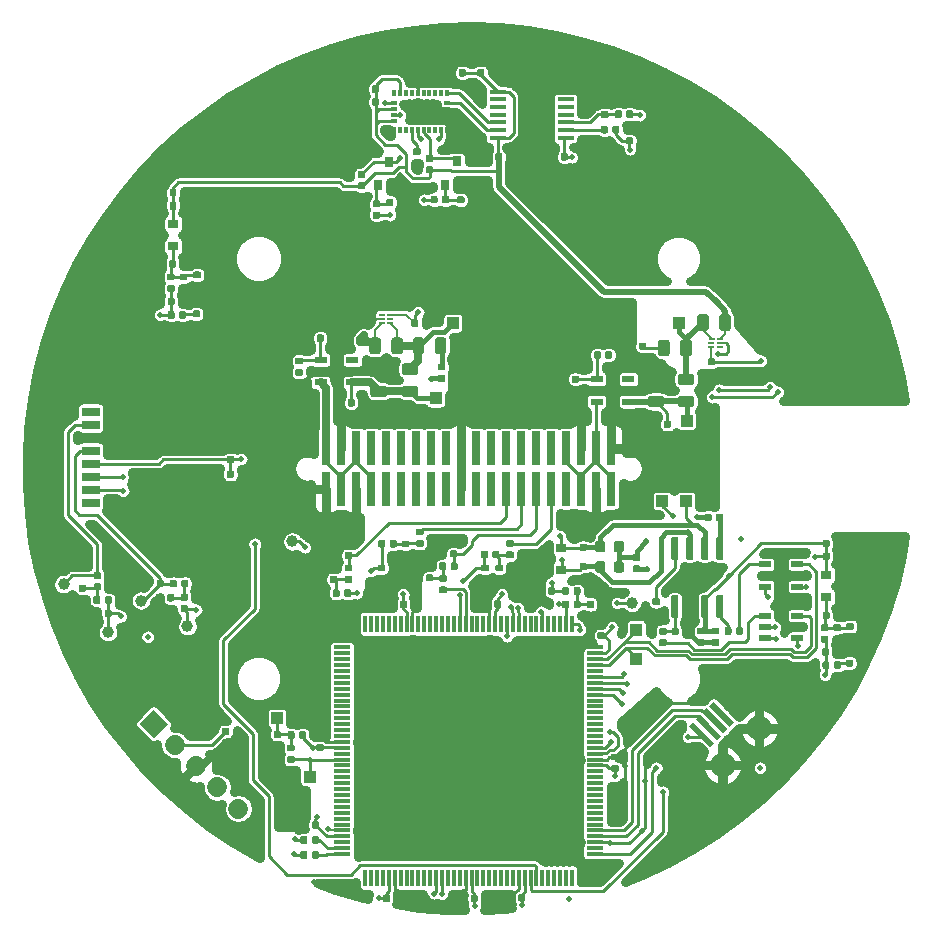
<source format=gbr>
G04 #@! TF.GenerationSoftware,KiCad,Pcbnew,(5.1.5)-3*
G04 #@! TF.CreationDate,2020-02-19T15:40:19-05:00*
G04 #@! TF.ProjectId,Flight_Computer,466c6967-6874-45f4-936f-6d7075746572,rev?*
G04 #@! TF.SameCoordinates,Original*
G04 #@! TF.FileFunction,Copper,L1,Top*
G04 #@! TF.FilePolarity,Positive*
%FSLAX46Y46*%
G04 Gerber Fmt 4.6, Leading zero omitted, Abs format (unit mm)*
G04 Created by KiCad (PCBNEW (5.1.5)-3) date 2020-02-19 15:40:19*
%MOMM*%
%LPD*%
G04 APERTURE LIST*
%ADD10R,2.000000X1.450000*%
%ADD11R,1.500000X0.800000*%
%ADD12R,0.520000X0.200000*%
%ADD13R,0.570000X0.200000*%
%ADD14R,0.300000X1.475000*%
%ADD15R,1.475000X0.300000*%
%ADD16R,1.000000X1.000000*%
%ADD17C,0.100000*%
%ADD18C,1.000000*%
%ADD19R,0.740000X2.920000*%
%ADD20R,1.000000X0.550000*%
%ADD21R,0.300000X0.500000*%
%ADD22R,0.500000X0.300000*%
%ADD23R,1.400000X0.350000*%
%ADD24C,2.100000*%
%ADD25R,0.800000X0.900000*%
%ADD26R,1.050000X0.600000*%
%ADD27R,0.900000X0.800000*%
%ADD28C,1.700000*%
%ADD29C,0.508000*%
%ADD30C,0.254000*%
%ADD31C,0.152400*%
%ADD32C,0.381000*%
%ADD33C,0.635000*%
%ADD34C,0.508000*%
%ADD35C,0.736600*%
G04 APERTURE END LIST*
D10*
X117799400Y-133561300D03*
X126099400Y-133561300D03*
X126099400Y-119811300D03*
X117799400Y-119811300D03*
D11*
X120399400Y-122191300D03*
X120399400Y-123291300D03*
X120399400Y-124391300D03*
X120399400Y-125491300D03*
X120399400Y-126591300D03*
X120399400Y-127691300D03*
X120399400Y-128791300D03*
X120399400Y-129891300D03*
D12*
X173694600Y-116032800D03*
X173694600Y-116382800D03*
X173694600Y-116732800D03*
X172964600Y-116732800D03*
X172964600Y-116382800D03*
D13*
X172989600Y-116032800D03*
D12*
X145050000Y-114679200D03*
X145050000Y-114329200D03*
X145050000Y-113979200D03*
X145780000Y-113979200D03*
X145780000Y-114329200D03*
D13*
X145755000Y-114679200D03*
D14*
X143650000Y-140167200D03*
X144150000Y-140167200D03*
X144650000Y-140167200D03*
X145150000Y-140167200D03*
X145650000Y-140167200D03*
X146150000Y-140167200D03*
X146650000Y-140167200D03*
X147150000Y-140167200D03*
X147650000Y-140167200D03*
X148150000Y-140167200D03*
X148650000Y-140167200D03*
X149150000Y-140167200D03*
X149650000Y-140167200D03*
X150150000Y-140167200D03*
X150650000Y-140167200D03*
X151150000Y-140167200D03*
X151650000Y-140167200D03*
X152150000Y-140167200D03*
X152650000Y-140167200D03*
X153150000Y-140167200D03*
X153650000Y-140167200D03*
X154150000Y-140167200D03*
X154650000Y-140167200D03*
X155150000Y-140167200D03*
X155650000Y-140167200D03*
X156150000Y-140167200D03*
X156650000Y-140167200D03*
X157150000Y-140167200D03*
X157650000Y-140167200D03*
X158150000Y-140167200D03*
X158650000Y-140167200D03*
X159150000Y-140167200D03*
X159650000Y-140167200D03*
X160150000Y-140167200D03*
X160650000Y-140167200D03*
X161150000Y-140167200D03*
D15*
X163138000Y-142155200D03*
X163138000Y-142655200D03*
X163138000Y-143155200D03*
X163138000Y-143655200D03*
X163138000Y-144155200D03*
X163138000Y-144655200D03*
X163138000Y-145155200D03*
X163138000Y-145655200D03*
X163138000Y-146155200D03*
X163138000Y-146655200D03*
X163138000Y-147155200D03*
X163138000Y-147655200D03*
X163138000Y-148155200D03*
X163138000Y-148655200D03*
X163138000Y-149155200D03*
X163138000Y-149655200D03*
X163138000Y-150155200D03*
X163138000Y-150655200D03*
X163138000Y-151155200D03*
X163138000Y-151655200D03*
X163138000Y-152155200D03*
X163138000Y-152655200D03*
X163138000Y-153155200D03*
X163138000Y-153655200D03*
X163138000Y-154155200D03*
X163138000Y-154655200D03*
X163138000Y-155155200D03*
X163138000Y-155655200D03*
X163138000Y-156155200D03*
X163138000Y-156655200D03*
X163138000Y-157155200D03*
X163138000Y-157655200D03*
X163138000Y-158155200D03*
X163138000Y-158655200D03*
X163138000Y-159155200D03*
X163138000Y-159655200D03*
D14*
X161150000Y-161643200D03*
X160650000Y-161643200D03*
X160150000Y-161643200D03*
X159650000Y-161643200D03*
X159150000Y-161643200D03*
X158650000Y-161643200D03*
X158150000Y-161643200D03*
X157650000Y-161643200D03*
X157150000Y-161643200D03*
X156650000Y-161643200D03*
X156150000Y-161643200D03*
X155650000Y-161643200D03*
X155150000Y-161643200D03*
X154650000Y-161643200D03*
X154150000Y-161643200D03*
X153650000Y-161643200D03*
X153150000Y-161643200D03*
X152650000Y-161643200D03*
X152150000Y-161643200D03*
X151650000Y-161643200D03*
X151150000Y-161643200D03*
X150650000Y-161643200D03*
X150150000Y-161643200D03*
X149650000Y-161643200D03*
X149150000Y-161643200D03*
X148650000Y-161643200D03*
X148150000Y-161643200D03*
X147650000Y-161643200D03*
X147150000Y-161643200D03*
X146650000Y-161643200D03*
X146150000Y-161643200D03*
X145650000Y-161643200D03*
X145150000Y-161643200D03*
X144650000Y-161643200D03*
X144150000Y-161643200D03*
X143650000Y-161643200D03*
D15*
X141662000Y-159655200D03*
X141662000Y-159155200D03*
X141662000Y-158655200D03*
X141662000Y-158155200D03*
X141662000Y-157655200D03*
X141662000Y-157155200D03*
X141662000Y-156655200D03*
X141662000Y-156155200D03*
X141662000Y-155655200D03*
X141662000Y-155155200D03*
X141662000Y-154655200D03*
X141662000Y-154155200D03*
X141662000Y-153655200D03*
X141662000Y-153155200D03*
X141662000Y-152655200D03*
X141662000Y-152155200D03*
X141662000Y-151655200D03*
X141662000Y-151155200D03*
X141662000Y-150655200D03*
X141662000Y-150155200D03*
X141662000Y-149655200D03*
X141662000Y-149155200D03*
X141662000Y-148655200D03*
X141662000Y-148155200D03*
X141662000Y-147655200D03*
X141662000Y-147155200D03*
X141662000Y-146655200D03*
X141662000Y-146155200D03*
X141662000Y-145655200D03*
X141662000Y-145155200D03*
X141662000Y-144655200D03*
X141662000Y-144155200D03*
X141662000Y-143655200D03*
X141662000Y-143155200D03*
X141662000Y-142655200D03*
X141662000Y-142155200D03*
D16*
X166598600Y-140643600D03*
G04 #@! TA.AperFunction,SMDPad,CuDef*
D17*
G36*
X165234158Y-96687110D02*
G01*
X165248476Y-96689234D01*
X165262517Y-96692751D01*
X165276146Y-96697628D01*
X165289231Y-96703817D01*
X165301647Y-96711258D01*
X165313273Y-96719881D01*
X165323998Y-96729602D01*
X165333719Y-96740327D01*
X165342342Y-96751953D01*
X165349783Y-96764369D01*
X165355972Y-96777454D01*
X165360849Y-96791083D01*
X165364366Y-96805124D01*
X165366490Y-96819442D01*
X165367200Y-96833900D01*
X165367200Y-97178900D01*
X165366490Y-97193358D01*
X165364366Y-97207676D01*
X165360849Y-97221717D01*
X165355972Y-97235346D01*
X165349783Y-97248431D01*
X165342342Y-97260847D01*
X165333719Y-97272473D01*
X165323998Y-97283198D01*
X165313273Y-97292919D01*
X165301647Y-97301542D01*
X165289231Y-97308983D01*
X165276146Y-97315172D01*
X165262517Y-97320049D01*
X165248476Y-97323566D01*
X165234158Y-97325690D01*
X165219700Y-97326400D01*
X164924700Y-97326400D01*
X164910242Y-97325690D01*
X164895924Y-97323566D01*
X164881883Y-97320049D01*
X164868254Y-97315172D01*
X164855169Y-97308983D01*
X164842753Y-97301542D01*
X164831127Y-97292919D01*
X164820402Y-97283198D01*
X164810681Y-97272473D01*
X164802058Y-97260847D01*
X164794617Y-97248431D01*
X164788428Y-97235346D01*
X164783551Y-97221717D01*
X164780034Y-97207676D01*
X164777910Y-97193358D01*
X164777200Y-97178900D01*
X164777200Y-96833900D01*
X164777910Y-96819442D01*
X164780034Y-96805124D01*
X164783551Y-96791083D01*
X164788428Y-96777454D01*
X164794617Y-96764369D01*
X164802058Y-96751953D01*
X164810681Y-96740327D01*
X164820402Y-96729602D01*
X164831127Y-96719881D01*
X164842753Y-96711258D01*
X164855169Y-96703817D01*
X164868254Y-96697628D01*
X164881883Y-96692751D01*
X164895924Y-96689234D01*
X164910242Y-96687110D01*
X164924700Y-96686400D01*
X165219700Y-96686400D01*
X165234158Y-96687110D01*
G37*
G04 #@! TD.AperFunction*
G04 #@! TA.AperFunction,SMDPad,CuDef*
G36*
X166204158Y-96687110D02*
G01*
X166218476Y-96689234D01*
X166232517Y-96692751D01*
X166246146Y-96697628D01*
X166259231Y-96703817D01*
X166271647Y-96711258D01*
X166283273Y-96719881D01*
X166293998Y-96729602D01*
X166303719Y-96740327D01*
X166312342Y-96751953D01*
X166319783Y-96764369D01*
X166325972Y-96777454D01*
X166330849Y-96791083D01*
X166334366Y-96805124D01*
X166336490Y-96819442D01*
X166337200Y-96833900D01*
X166337200Y-97178900D01*
X166336490Y-97193358D01*
X166334366Y-97207676D01*
X166330849Y-97221717D01*
X166325972Y-97235346D01*
X166319783Y-97248431D01*
X166312342Y-97260847D01*
X166303719Y-97272473D01*
X166293998Y-97283198D01*
X166283273Y-97292919D01*
X166271647Y-97301542D01*
X166259231Y-97308983D01*
X166246146Y-97315172D01*
X166232517Y-97320049D01*
X166218476Y-97323566D01*
X166204158Y-97325690D01*
X166189700Y-97326400D01*
X165894700Y-97326400D01*
X165880242Y-97325690D01*
X165865924Y-97323566D01*
X165851883Y-97320049D01*
X165838254Y-97315172D01*
X165825169Y-97308983D01*
X165812753Y-97301542D01*
X165801127Y-97292919D01*
X165790402Y-97283198D01*
X165780681Y-97272473D01*
X165772058Y-97260847D01*
X165764617Y-97248431D01*
X165758428Y-97235346D01*
X165753551Y-97221717D01*
X165750034Y-97207676D01*
X165747910Y-97193358D01*
X165747200Y-97178900D01*
X165747200Y-96833900D01*
X165747910Y-96819442D01*
X165750034Y-96805124D01*
X165753551Y-96791083D01*
X165758428Y-96777454D01*
X165764617Y-96764369D01*
X165772058Y-96751953D01*
X165780681Y-96740327D01*
X165790402Y-96729602D01*
X165801127Y-96719881D01*
X165812753Y-96711258D01*
X165825169Y-96703817D01*
X165838254Y-96697628D01*
X165851883Y-96692751D01*
X165865924Y-96689234D01*
X165880242Y-96687110D01*
X165894700Y-96686400D01*
X166189700Y-96686400D01*
X166204158Y-96687110D01*
G37*
G04 #@! TD.AperFunction*
G04 #@! TA.AperFunction,SMDPad,CuDef*
G36*
X165035758Y-98007910D02*
G01*
X165050076Y-98010034D01*
X165064117Y-98013551D01*
X165077746Y-98018428D01*
X165090831Y-98024617D01*
X165103247Y-98032058D01*
X165114873Y-98040681D01*
X165125598Y-98050402D01*
X165135319Y-98061127D01*
X165143942Y-98072753D01*
X165151383Y-98085169D01*
X165157572Y-98098254D01*
X165162449Y-98111883D01*
X165165966Y-98125924D01*
X165168090Y-98140242D01*
X165168800Y-98154700D01*
X165168800Y-98499700D01*
X165168090Y-98514158D01*
X165165966Y-98528476D01*
X165162449Y-98542517D01*
X165157572Y-98556146D01*
X165151383Y-98569231D01*
X165143942Y-98581647D01*
X165135319Y-98593273D01*
X165125598Y-98603998D01*
X165114873Y-98613719D01*
X165103247Y-98622342D01*
X165090831Y-98629783D01*
X165077746Y-98635972D01*
X165064117Y-98640849D01*
X165050076Y-98644366D01*
X165035758Y-98646490D01*
X165021300Y-98647200D01*
X164726300Y-98647200D01*
X164711842Y-98646490D01*
X164697524Y-98644366D01*
X164683483Y-98640849D01*
X164669854Y-98635972D01*
X164656769Y-98629783D01*
X164644353Y-98622342D01*
X164632727Y-98613719D01*
X164622002Y-98603998D01*
X164612281Y-98593273D01*
X164603658Y-98581647D01*
X164596217Y-98569231D01*
X164590028Y-98556146D01*
X164585151Y-98542517D01*
X164581634Y-98528476D01*
X164579510Y-98514158D01*
X164578800Y-98499700D01*
X164578800Y-98154700D01*
X164579510Y-98140242D01*
X164581634Y-98125924D01*
X164585151Y-98111883D01*
X164590028Y-98098254D01*
X164596217Y-98085169D01*
X164603658Y-98072753D01*
X164612281Y-98061127D01*
X164622002Y-98050402D01*
X164632727Y-98040681D01*
X164644353Y-98032058D01*
X164656769Y-98024617D01*
X164669854Y-98018428D01*
X164683483Y-98013551D01*
X164697524Y-98010034D01*
X164711842Y-98007910D01*
X164726300Y-98007200D01*
X165021300Y-98007200D01*
X165035758Y-98007910D01*
G37*
G04 #@! TD.AperFunction*
G04 #@! TA.AperFunction,SMDPad,CuDef*
G36*
X164065758Y-98007910D02*
G01*
X164080076Y-98010034D01*
X164094117Y-98013551D01*
X164107746Y-98018428D01*
X164120831Y-98024617D01*
X164133247Y-98032058D01*
X164144873Y-98040681D01*
X164155598Y-98050402D01*
X164165319Y-98061127D01*
X164173942Y-98072753D01*
X164181383Y-98085169D01*
X164187572Y-98098254D01*
X164192449Y-98111883D01*
X164195966Y-98125924D01*
X164198090Y-98140242D01*
X164198800Y-98154700D01*
X164198800Y-98499700D01*
X164198090Y-98514158D01*
X164195966Y-98528476D01*
X164192449Y-98542517D01*
X164187572Y-98556146D01*
X164181383Y-98569231D01*
X164173942Y-98581647D01*
X164165319Y-98593273D01*
X164155598Y-98603998D01*
X164144873Y-98613719D01*
X164133247Y-98622342D01*
X164120831Y-98629783D01*
X164107746Y-98635972D01*
X164094117Y-98640849D01*
X164080076Y-98644366D01*
X164065758Y-98646490D01*
X164051300Y-98647200D01*
X163756300Y-98647200D01*
X163741842Y-98646490D01*
X163727524Y-98644366D01*
X163713483Y-98640849D01*
X163699854Y-98635972D01*
X163686769Y-98629783D01*
X163674353Y-98622342D01*
X163662727Y-98613719D01*
X163652002Y-98603998D01*
X163642281Y-98593273D01*
X163633658Y-98581647D01*
X163626217Y-98569231D01*
X163620028Y-98556146D01*
X163615151Y-98542517D01*
X163611634Y-98528476D01*
X163609510Y-98514158D01*
X163608800Y-98499700D01*
X163608800Y-98154700D01*
X163609510Y-98140242D01*
X163611634Y-98125924D01*
X163615151Y-98111883D01*
X163620028Y-98098254D01*
X163626217Y-98085169D01*
X163633658Y-98072753D01*
X163642281Y-98061127D01*
X163652002Y-98050402D01*
X163662727Y-98040681D01*
X163674353Y-98032058D01*
X163686769Y-98024617D01*
X163699854Y-98018428D01*
X163713483Y-98013551D01*
X163727524Y-98010034D01*
X163741842Y-98007910D01*
X163756300Y-98007200D01*
X164051300Y-98007200D01*
X164065758Y-98007910D01*
G37*
G04 #@! TD.AperFunction*
G04 #@! TA.AperFunction,SMDPad,CuDef*
G36*
X164118558Y-96739910D02*
G01*
X164132876Y-96742034D01*
X164146917Y-96745551D01*
X164160546Y-96750428D01*
X164173631Y-96756617D01*
X164186047Y-96764058D01*
X164197673Y-96772681D01*
X164208398Y-96782402D01*
X164218119Y-96793127D01*
X164226742Y-96804753D01*
X164234183Y-96817169D01*
X164240372Y-96830254D01*
X164245249Y-96843883D01*
X164248766Y-96857924D01*
X164250890Y-96872242D01*
X164251600Y-96886700D01*
X164251600Y-97181700D01*
X164250890Y-97196158D01*
X164248766Y-97210476D01*
X164245249Y-97224517D01*
X164240372Y-97238146D01*
X164234183Y-97251231D01*
X164226742Y-97263647D01*
X164218119Y-97275273D01*
X164208398Y-97285998D01*
X164197673Y-97295719D01*
X164186047Y-97304342D01*
X164173631Y-97311783D01*
X164160546Y-97317972D01*
X164146917Y-97322849D01*
X164132876Y-97326366D01*
X164118558Y-97328490D01*
X164104100Y-97329200D01*
X163759100Y-97329200D01*
X163744642Y-97328490D01*
X163730324Y-97326366D01*
X163716283Y-97322849D01*
X163702654Y-97317972D01*
X163689569Y-97311783D01*
X163677153Y-97304342D01*
X163665527Y-97295719D01*
X163654802Y-97285998D01*
X163645081Y-97275273D01*
X163636458Y-97263647D01*
X163629017Y-97251231D01*
X163622828Y-97238146D01*
X163617951Y-97224517D01*
X163614434Y-97210476D01*
X163612310Y-97196158D01*
X163611600Y-97181700D01*
X163611600Y-96886700D01*
X163612310Y-96872242D01*
X163614434Y-96857924D01*
X163617951Y-96843883D01*
X163622828Y-96830254D01*
X163629017Y-96817169D01*
X163636458Y-96804753D01*
X163645081Y-96793127D01*
X163654802Y-96782402D01*
X163665527Y-96772681D01*
X163677153Y-96764058D01*
X163689569Y-96756617D01*
X163702654Y-96750428D01*
X163716283Y-96745551D01*
X163730324Y-96742034D01*
X163744642Y-96739910D01*
X163759100Y-96739200D01*
X164104100Y-96739200D01*
X164118558Y-96739910D01*
G37*
G04 #@! TD.AperFunction*
G04 #@! TA.AperFunction,SMDPad,CuDef*
G36*
X164118558Y-95769910D02*
G01*
X164132876Y-95772034D01*
X164146917Y-95775551D01*
X164160546Y-95780428D01*
X164173631Y-95786617D01*
X164186047Y-95794058D01*
X164197673Y-95802681D01*
X164208398Y-95812402D01*
X164218119Y-95823127D01*
X164226742Y-95834753D01*
X164234183Y-95847169D01*
X164240372Y-95860254D01*
X164245249Y-95873883D01*
X164248766Y-95887924D01*
X164250890Y-95902242D01*
X164251600Y-95916700D01*
X164251600Y-96211700D01*
X164250890Y-96226158D01*
X164248766Y-96240476D01*
X164245249Y-96254517D01*
X164240372Y-96268146D01*
X164234183Y-96281231D01*
X164226742Y-96293647D01*
X164218119Y-96305273D01*
X164208398Y-96315998D01*
X164197673Y-96325719D01*
X164186047Y-96334342D01*
X164173631Y-96341783D01*
X164160546Y-96347972D01*
X164146917Y-96352849D01*
X164132876Y-96356366D01*
X164118558Y-96358490D01*
X164104100Y-96359200D01*
X163759100Y-96359200D01*
X163744642Y-96358490D01*
X163730324Y-96356366D01*
X163716283Y-96352849D01*
X163702654Y-96347972D01*
X163689569Y-96341783D01*
X163677153Y-96334342D01*
X163665527Y-96325719D01*
X163654802Y-96315998D01*
X163645081Y-96305273D01*
X163636458Y-96293647D01*
X163629017Y-96281231D01*
X163622828Y-96268146D01*
X163617951Y-96254517D01*
X163614434Y-96240476D01*
X163612310Y-96226158D01*
X163611600Y-96211700D01*
X163611600Y-95916700D01*
X163612310Y-95902242D01*
X163614434Y-95887924D01*
X163617951Y-95873883D01*
X163622828Y-95860254D01*
X163629017Y-95847169D01*
X163636458Y-95834753D01*
X163645081Y-95823127D01*
X163654802Y-95812402D01*
X163665527Y-95802681D01*
X163677153Y-95794058D01*
X163689569Y-95786617D01*
X163702654Y-95780428D01*
X163716283Y-95775551D01*
X163730324Y-95772034D01*
X163744642Y-95769910D01*
X163759100Y-95769200D01*
X164104100Y-95769200D01*
X164118558Y-95769910D01*
G37*
G04 #@! TD.AperFunction*
G04 #@! TA.AperFunction,SMDPad,CuDef*
G36*
X166201358Y-98975110D02*
G01*
X166215676Y-98977234D01*
X166229717Y-98980751D01*
X166243346Y-98985628D01*
X166256431Y-98991817D01*
X166268847Y-98999258D01*
X166280473Y-99007881D01*
X166291198Y-99017602D01*
X166300919Y-99028327D01*
X166309542Y-99039953D01*
X166316983Y-99052369D01*
X166323172Y-99065454D01*
X166328049Y-99079083D01*
X166331566Y-99093124D01*
X166333690Y-99107442D01*
X166334400Y-99121900D01*
X166334400Y-99416900D01*
X166333690Y-99431358D01*
X166331566Y-99445676D01*
X166328049Y-99459717D01*
X166323172Y-99473346D01*
X166316983Y-99486431D01*
X166309542Y-99498847D01*
X166300919Y-99510473D01*
X166291198Y-99521198D01*
X166280473Y-99530919D01*
X166268847Y-99539542D01*
X166256431Y-99546983D01*
X166243346Y-99553172D01*
X166229717Y-99558049D01*
X166215676Y-99561566D01*
X166201358Y-99563690D01*
X166186900Y-99564400D01*
X165841900Y-99564400D01*
X165827442Y-99563690D01*
X165813124Y-99561566D01*
X165799083Y-99558049D01*
X165785454Y-99553172D01*
X165772369Y-99546983D01*
X165759953Y-99539542D01*
X165748327Y-99530919D01*
X165737602Y-99521198D01*
X165727881Y-99510473D01*
X165719258Y-99498847D01*
X165711817Y-99486431D01*
X165705628Y-99473346D01*
X165700751Y-99459717D01*
X165697234Y-99445676D01*
X165695110Y-99431358D01*
X165694400Y-99416900D01*
X165694400Y-99121900D01*
X165695110Y-99107442D01*
X165697234Y-99093124D01*
X165700751Y-99079083D01*
X165705628Y-99065454D01*
X165711817Y-99052369D01*
X165719258Y-99039953D01*
X165727881Y-99028327D01*
X165737602Y-99017602D01*
X165748327Y-99007881D01*
X165759953Y-98999258D01*
X165772369Y-98991817D01*
X165785454Y-98985628D01*
X165799083Y-98980751D01*
X165813124Y-98977234D01*
X165827442Y-98975110D01*
X165841900Y-98974400D01*
X166186900Y-98974400D01*
X166201358Y-98975110D01*
G37*
G04 #@! TD.AperFunction*
G04 #@! TA.AperFunction,SMDPad,CuDef*
G36*
X166201358Y-98005110D02*
G01*
X166215676Y-98007234D01*
X166229717Y-98010751D01*
X166243346Y-98015628D01*
X166256431Y-98021817D01*
X166268847Y-98029258D01*
X166280473Y-98037881D01*
X166291198Y-98047602D01*
X166300919Y-98058327D01*
X166309542Y-98069953D01*
X166316983Y-98082369D01*
X166323172Y-98095454D01*
X166328049Y-98109083D01*
X166331566Y-98123124D01*
X166333690Y-98137442D01*
X166334400Y-98151900D01*
X166334400Y-98446900D01*
X166333690Y-98461358D01*
X166331566Y-98475676D01*
X166328049Y-98489717D01*
X166323172Y-98503346D01*
X166316983Y-98516431D01*
X166309542Y-98528847D01*
X166300919Y-98540473D01*
X166291198Y-98551198D01*
X166280473Y-98560919D01*
X166268847Y-98569542D01*
X166256431Y-98576983D01*
X166243346Y-98583172D01*
X166229717Y-98588049D01*
X166215676Y-98591566D01*
X166201358Y-98593690D01*
X166186900Y-98594400D01*
X165841900Y-98594400D01*
X165827442Y-98593690D01*
X165813124Y-98591566D01*
X165799083Y-98588049D01*
X165785454Y-98583172D01*
X165772369Y-98576983D01*
X165759953Y-98569542D01*
X165748327Y-98560919D01*
X165737602Y-98551198D01*
X165727881Y-98540473D01*
X165719258Y-98528847D01*
X165711817Y-98516431D01*
X165705628Y-98503346D01*
X165700751Y-98489717D01*
X165697234Y-98475676D01*
X165695110Y-98461358D01*
X165694400Y-98446900D01*
X165694400Y-98151900D01*
X165695110Y-98137442D01*
X165697234Y-98123124D01*
X165700751Y-98109083D01*
X165705628Y-98095454D01*
X165711817Y-98082369D01*
X165719258Y-98069953D01*
X165727881Y-98058327D01*
X165737602Y-98047602D01*
X165748327Y-98037881D01*
X165759953Y-98029258D01*
X165772369Y-98021817D01*
X165785454Y-98015628D01*
X165799083Y-98010751D01*
X165813124Y-98007234D01*
X165827442Y-98005110D01*
X165841900Y-98004400D01*
X166186900Y-98004400D01*
X166201358Y-98005110D01*
G37*
G04 #@! TD.AperFunction*
G04 #@! TA.AperFunction,SMDPad,CuDef*
G36*
X155177758Y-135139910D02*
G01*
X155192076Y-135142034D01*
X155206117Y-135145551D01*
X155219746Y-135150428D01*
X155232831Y-135156617D01*
X155245247Y-135164058D01*
X155256873Y-135172681D01*
X155267598Y-135182402D01*
X155277319Y-135193127D01*
X155285942Y-135204753D01*
X155293383Y-135217169D01*
X155299572Y-135230254D01*
X155304449Y-135243883D01*
X155307966Y-135257924D01*
X155310090Y-135272242D01*
X155310800Y-135286700D01*
X155310800Y-135581700D01*
X155310090Y-135596158D01*
X155307966Y-135610476D01*
X155304449Y-135624517D01*
X155299572Y-135638146D01*
X155293383Y-135651231D01*
X155285942Y-135663647D01*
X155277319Y-135675273D01*
X155267598Y-135685998D01*
X155256873Y-135695719D01*
X155245247Y-135704342D01*
X155232831Y-135711783D01*
X155219746Y-135717972D01*
X155206117Y-135722849D01*
X155192076Y-135726366D01*
X155177758Y-135728490D01*
X155163300Y-135729200D01*
X154818300Y-135729200D01*
X154803842Y-135728490D01*
X154789524Y-135726366D01*
X154775483Y-135722849D01*
X154761854Y-135717972D01*
X154748769Y-135711783D01*
X154736353Y-135704342D01*
X154724727Y-135695719D01*
X154714002Y-135685998D01*
X154704281Y-135675273D01*
X154695658Y-135663647D01*
X154688217Y-135651231D01*
X154682028Y-135638146D01*
X154677151Y-135624517D01*
X154673634Y-135610476D01*
X154671510Y-135596158D01*
X154670800Y-135581700D01*
X154670800Y-135286700D01*
X154671510Y-135272242D01*
X154673634Y-135257924D01*
X154677151Y-135243883D01*
X154682028Y-135230254D01*
X154688217Y-135217169D01*
X154695658Y-135204753D01*
X154704281Y-135193127D01*
X154714002Y-135182402D01*
X154724727Y-135172681D01*
X154736353Y-135164058D01*
X154748769Y-135156617D01*
X154761854Y-135150428D01*
X154775483Y-135145551D01*
X154789524Y-135142034D01*
X154803842Y-135139910D01*
X154818300Y-135139200D01*
X155163300Y-135139200D01*
X155177758Y-135139910D01*
G37*
G04 #@! TD.AperFunction*
G04 #@! TA.AperFunction,SMDPad,CuDef*
G36*
X155177758Y-136109910D02*
G01*
X155192076Y-136112034D01*
X155206117Y-136115551D01*
X155219746Y-136120428D01*
X155232831Y-136126617D01*
X155245247Y-136134058D01*
X155256873Y-136142681D01*
X155267598Y-136152402D01*
X155277319Y-136163127D01*
X155285942Y-136174753D01*
X155293383Y-136187169D01*
X155299572Y-136200254D01*
X155304449Y-136213883D01*
X155307966Y-136227924D01*
X155310090Y-136242242D01*
X155310800Y-136256700D01*
X155310800Y-136551700D01*
X155310090Y-136566158D01*
X155307966Y-136580476D01*
X155304449Y-136594517D01*
X155299572Y-136608146D01*
X155293383Y-136621231D01*
X155285942Y-136633647D01*
X155277319Y-136645273D01*
X155267598Y-136655998D01*
X155256873Y-136665719D01*
X155245247Y-136674342D01*
X155232831Y-136681783D01*
X155219746Y-136687972D01*
X155206117Y-136692849D01*
X155192076Y-136696366D01*
X155177758Y-136698490D01*
X155163300Y-136699200D01*
X154818300Y-136699200D01*
X154803842Y-136698490D01*
X154789524Y-136696366D01*
X154775483Y-136692849D01*
X154761854Y-136687972D01*
X154748769Y-136681783D01*
X154736353Y-136674342D01*
X154724727Y-136665719D01*
X154714002Y-136655998D01*
X154704281Y-136645273D01*
X154695658Y-136633647D01*
X154688217Y-136621231D01*
X154682028Y-136608146D01*
X154677151Y-136594517D01*
X154673634Y-136580476D01*
X154671510Y-136566158D01*
X154670800Y-136551700D01*
X154670800Y-136256700D01*
X154671510Y-136242242D01*
X154673634Y-136227924D01*
X154677151Y-136213883D01*
X154682028Y-136200254D01*
X154688217Y-136187169D01*
X154695658Y-136174753D01*
X154704281Y-136163127D01*
X154714002Y-136152402D01*
X154724727Y-136142681D01*
X154736353Y-136134058D01*
X154748769Y-136126617D01*
X154761854Y-136120428D01*
X154775483Y-136115551D01*
X154789524Y-136112034D01*
X154803842Y-136109910D01*
X154818300Y-136109200D01*
X155163300Y-136109200D01*
X155177758Y-136109910D01*
G37*
G04 #@! TD.AperFunction*
G04 #@! TA.AperFunction,SMDPad,CuDef*
G36*
X156092158Y-133057110D02*
G01*
X156106476Y-133059234D01*
X156120517Y-133062751D01*
X156134146Y-133067628D01*
X156147231Y-133073817D01*
X156159647Y-133081258D01*
X156171273Y-133089881D01*
X156181998Y-133099602D01*
X156191719Y-133110327D01*
X156200342Y-133121953D01*
X156207783Y-133134369D01*
X156213972Y-133147454D01*
X156218849Y-133161083D01*
X156222366Y-133175124D01*
X156224490Y-133189442D01*
X156225200Y-133203900D01*
X156225200Y-133498900D01*
X156224490Y-133513358D01*
X156222366Y-133527676D01*
X156218849Y-133541717D01*
X156213972Y-133555346D01*
X156207783Y-133568431D01*
X156200342Y-133580847D01*
X156191719Y-133592473D01*
X156181998Y-133603198D01*
X156171273Y-133612919D01*
X156159647Y-133621542D01*
X156147231Y-133628983D01*
X156134146Y-133635172D01*
X156120517Y-133640049D01*
X156106476Y-133643566D01*
X156092158Y-133645690D01*
X156077700Y-133646400D01*
X155732700Y-133646400D01*
X155718242Y-133645690D01*
X155703924Y-133643566D01*
X155689883Y-133640049D01*
X155676254Y-133635172D01*
X155663169Y-133628983D01*
X155650753Y-133621542D01*
X155639127Y-133612919D01*
X155628402Y-133603198D01*
X155618681Y-133592473D01*
X155610058Y-133580847D01*
X155602617Y-133568431D01*
X155596428Y-133555346D01*
X155591551Y-133541717D01*
X155588034Y-133527676D01*
X155585910Y-133513358D01*
X155585200Y-133498900D01*
X155585200Y-133203900D01*
X155585910Y-133189442D01*
X155588034Y-133175124D01*
X155591551Y-133161083D01*
X155596428Y-133147454D01*
X155602617Y-133134369D01*
X155610058Y-133121953D01*
X155618681Y-133110327D01*
X155628402Y-133099602D01*
X155639127Y-133089881D01*
X155650753Y-133081258D01*
X155663169Y-133073817D01*
X155676254Y-133067628D01*
X155689883Y-133062751D01*
X155703924Y-133059234D01*
X155718242Y-133057110D01*
X155732700Y-133056400D01*
X156077700Y-133056400D01*
X156092158Y-133057110D01*
G37*
G04 #@! TD.AperFunction*
G04 #@! TA.AperFunction,SMDPad,CuDef*
G36*
X156092158Y-134027110D02*
G01*
X156106476Y-134029234D01*
X156120517Y-134032751D01*
X156134146Y-134037628D01*
X156147231Y-134043817D01*
X156159647Y-134051258D01*
X156171273Y-134059881D01*
X156181998Y-134069602D01*
X156191719Y-134080327D01*
X156200342Y-134091953D01*
X156207783Y-134104369D01*
X156213972Y-134117454D01*
X156218849Y-134131083D01*
X156222366Y-134145124D01*
X156224490Y-134159442D01*
X156225200Y-134173900D01*
X156225200Y-134468900D01*
X156224490Y-134483358D01*
X156222366Y-134497676D01*
X156218849Y-134511717D01*
X156213972Y-134525346D01*
X156207783Y-134538431D01*
X156200342Y-134550847D01*
X156191719Y-134562473D01*
X156181998Y-134573198D01*
X156171273Y-134582919D01*
X156159647Y-134591542D01*
X156147231Y-134598983D01*
X156134146Y-134605172D01*
X156120517Y-134610049D01*
X156106476Y-134613566D01*
X156092158Y-134615690D01*
X156077700Y-134616400D01*
X155732700Y-134616400D01*
X155718242Y-134615690D01*
X155703924Y-134613566D01*
X155689883Y-134610049D01*
X155676254Y-134605172D01*
X155663169Y-134598983D01*
X155650753Y-134591542D01*
X155639127Y-134582919D01*
X155628402Y-134573198D01*
X155618681Y-134562473D01*
X155610058Y-134550847D01*
X155602617Y-134538431D01*
X155596428Y-134525346D01*
X155591551Y-134511717D01*
X155588034Y-134497676D01*
X155585910Y-134483358D01*
X155585200Y-134468900D01*
X155585200Y-134173900D01*
X155585910Y-134159442D01*
X155588034Y-134145124D01*
X155591551Y-134131083D01*
X155596428Y-134117454D01*
X155602617Y-134104369D01*
X155610058Y-134091953D01*
X155618681Y-134080327D01*
X155628402Y-134069602D01*
X155639127Y-134059881D01*
X155650753Y-134051258D01*
X155663169Y-134043817D01*
X155676254Y-134037628D01*
X155689883Y-134032751D01*
X155703924Y-134029234D01*
X155718242Y-134027110D01*
X155732700Y-134026400D01*
X156077700Y-134026400D01*
X156092158Y-134027110D01*
G37*
G04 #@! TD.AperFunction*
G04 #@! TA.AperFunction,SMDPad,CuDef*
G36*
X148459458Y-132091910D02*
G01*
X148473776Y-132094034D01*
X148487817Y-132097551D01*
X148501446Y-132102428D01*
X148514531Y-132108617D01*
X148526947Y-132116058D01*
X148538573Y-132124681D01*
X148549298Y-132134402D01*
X148559019Y-132145127D01*
X148567642Y-132156753D01*
X148575083Y-132169169D01*
X148581272Y-132182254D01*
X148586149Y-132195883D01*
X148589666Y-132209924D01*
X148591790Y-132224242D01*
X148592500Y-132238700D01*
X148592500Y-132533700D01*
X148591790Y-132548158D01*
X148589666Y-132562476D01*
X148586149Y-132576517D01*
X148581272Y-132590146D01*
X148575083Y-132603231D01*
X148567642Y-132615647D01*
X148559019Y-132627273D01*
X148549298Y-132637998D01*
X148538573Y-132647719D01*
X148526947Y-132656342D01*
X148514531Y-132663783D01*
X148501446Y-132669972D01*
X148487817Y-132674849D01*
X148473776Y-132678366D01*
X148459458Y-132680490D01*
X148445000Y-132681200D01*
X148100000Y-132681200D01*
X148085542Y-132680490D01*
X148071224Y-132678366D01*
X148057183Y-132674849D01*
X148043554Y-132669972D01*
X148030469Y-132663783D01*
X148018053Y-132656342D01*
X148006427Y-132647719D01*
X147995702Y-132637998D01*
X147985981Y-132627273D01*
X147977358Y-132615647D01*
X147969917Y-132603231D01*
X147963728Y-132590146D01*
X147958851Y-132576517D01*
X147955334Y-132562476D01*
X147953210Y-132548158D01*
X147952500Y-132533700D01*
X147952500Y-132238700D01*
X147953210Y-132224242D01*
X147955334Y-132209924D01*
X147958851Y-132195883D01*
X147963728Y-132182254D01*
X147969917Y-132169169D01*
X147977358Y-132156753D01*
X147985981Y-132145127D01*
X147995702Y-132134402D01*
X148006427Y-132124681D01*
X148018053Y-132116058D01*
X148030469Y-132108617D01*
X148043554Y-132102428D01*
X148057183Y-132097551D01*
X148071224Y-132094034D01*
X148085542Y-132091910D01*
X148100000Y-132091200D01*
X148445000Y-132091200D01*
X148459458Y-132091910D01*
G37*
G04 #@! TD.AperFunction*
G04 #@! TA.AperFunction,SMDPad,CuDef*
G36*
X148459458Y-133061910D02*
G01*
X148473776Y-133064034D01*
X148487817Y-133067551D01*
X148501446Y-133072428D01*
X148514531Y-133078617D01*
X148526947Y-133086058D01*
X148538573Y-133094681D01*
X148549298Y-133104402D01*
X148559019Y-133115127D01*
X148567642Y-133126753D01*
X148575083Y-133139169D01*
X148581272Y-133152254D01*
X148586149Y-133165883D01*
X148589666Y-133179924D01*
X148591790Y-133194242D01*
X148592500Y-133208700D01*
X148592500Y-133503700D01*
X148591790Y-133518158D01*
X148589666Y-133532476D01*
X148586149Y-133546517D01*
X148581272Y-133560146D01*
X148575083Y-133573231D01*
X148567642Y-133585647D01*
X148559019Y-133597273D01*
X148549298Y-133607998D01*
X148538573Y-133617719D01*
X148526947Y-133626342D01*
X148514531Y-133633783D01*
X148501446Y-133639972D01*
X148487817Y-133644849D01*
X148473776Y-133648366D01*
X148459458Y-133650490D01*
X148445000Y-133651200D01*
X148100000Y-133651200D01*
X148085542Y-133650490D01*
X148071224Y-133648366D01*
X148057183Y-133644849D01*
X148043554Y-133639972D01*
X148030469Y-133633783D01*
X148018053Y-133626342D01*
X148006427Y-133617719D01*
X147995702Y-133607998D01*
X147985981Y-133597273D01*
X147977358Y-133585647D01*
X147969917Y-133573231D01*
X147963728Y-133560146D01*
X147958851Y-133546517D01*
X147955334Y-133532476D01*
X147953210Y-133518158D01*
X147952500Y-133503700D01*
X147952500Y-133208700D01*
X147953210Y-133194242D01*
X147955334Y-133179924D01*
X147958851Y-133165883D01*
X147963728Y-133152254D01*
X147969917Y-133139169D01*
X147977358Y-133126753D01*
X147985981Y-133115127D01*
X147995702Y-133104402D01*
X148006427Y-133094681D01*
X148018053Y-133086058D01*
X148030469Y-133078617D01*
X148043554Y-133072428D01*
X148057183Y-133067551D01*
X148071224Y-133064034D01*
X148085542Y-133061910D01*
X148100000Y-133061200D01*
X148445000Y-133061200D01*
X148459458Y-133061910D01*
G37*
G04 #@! TD.AperFunction*
G04 #@! TA.AperFunction,SMDPad,CuDef*
G36*
X141345458Y-137250910D02*
G01*
X141359776Y-137253034D01*
X141373817Y-137256551D01*
X141387446Y-137261428D01*
X141400531Y-137267617D01*
X141412947Y-137275058D01*
X141424573Y-137283681D01*
X141435298Y-137293402D01*
X141445019Y-137304127D01*
X141453642Y-137315753D01*
X141461083Y-137328169D01*
X141467272Y-137341254D01*
X141472149Y-137354883D01*
X141475666Y-137368924D01*
X141477790Y-137383242D01*
X141478500Y-137397700D01*
X141478500Y-137742700D01*
X141477790Y-137757158D01*
X141475666Y-137771476D01*
X141472149Y-137785517D01*
X141467272Y-137799146D01*
X141461083Y-137812231D01*
X141453642Y-137824647D01*
X141445019Y-137836273D01*
X141435298Y-137846998D01*
X141424573Y-137856719D01*
X141412947Y-137865342D01*
X141400531Y-137872783D01*
X141387446Y-137878972D01*
X141373817Y-137883849D01*
X141359776Y-137887366D01*
X141345458Y-137889490D01*
X141331000Y-137890200D01*
X141036000Y-137890200D01*
X141021542Y-137889490D01*
X141007224Y-137887366D01*
X140993183Y-137883849D01*
X140979554Y-137878972D01*
X140966469Y-137872783D01*
X140954053Y-137865342D01*
X140942427Y-137856719D01*
X140931702Y-137846998D01*
X140921981Y-137836273D01*
X140913358Y-137824647D01*
X140905917Y-137812231D01*
X140899728Y-137799146D01*
X140894851Y-137785517D01*
X140891334Y-137771476D01*
X140889210Y-137757158D01*
X140888500Y-137742700D01*
X140888500Y-137397700D01*
X140889210Y-137383242D01*
X140891334Y-137368924D01*
X140894851Y-137354883D01*
X140899728Y-137341254D01*
X140905917Y-137328169D01*
X140913358Y-137315753D01*
X140921981Y-137304127D01*
X140931702Y-137293402D01*
X140942427Y-137283681D01*
X140954053Y-137275058D01*
X140966469Y-137267617D01*
X140979554Y-137261428D01*
X140993183Y-137256551D01*
X141007224Y-137253034D01*
X141021542Y-137250910D01*
X141036000Y-137250200D01*
X141331000Y-137250200D01*
X141345458Y-137250910D01*
G37*
G04 #@! TD.AperFunction*
G04 #@! TA.AperFunction,SMDPad,CuDef*
G36*
X142315458Y-137250910D02*
G01*
X142329776Y-137253034D01*
X142343817Y-137256551D01*
X142357446Y-137261428D01*
X142370531Y-137267617D01*
X142382947Y-137275058D01*
X142394573Y-137283681D01*
X142405298Y-137293402D01*
X142415019Y-137304127D01*
X142423642Y-137315753D01*
X142431083Y-137328169D01*
X142437272Y-137341254D01*
X142442149Y-137354883D01*
X142445666Y-137368924D01*
X142447790Y-137383242D01*
X142448500Y-137397700D01*
X142448500Y-137742700D01*
X142447790Y-137757158D01*
X142445666Y-137771476D01*
X142442149Y-137785517D01*
X142437272Y-137799146D01*
X142431083Y-137812231D01*
X142423642Y-137824647D01*
X142415019Y-137836273D01*
X142405298Y-137846998D01*
X142394573Y-137856719D01*
X142382947Y-137865342D01*
X142370531Y-137872783D01*
X142357446Y-137878972D01*
X142343817Y-137883849D01*
X142329776Y-137887366D01*
X142315458Y-137889490D01*
X142301000Y-137890200D01*
X142006000Y-137890200D01*
X141991542Y-137889490D01*
X141977224Y-137887366D01*
X141963183Y-137883849D01*
X141949554Y-137878972D01*
X141936469Y-137872783D01*
X141924053Y-137865342D01*
X141912427Y-137856719D01*
X141901702Y-137846998D01*
X141891981Y-137836273D01*
X141883358Y-137824647D01*
X141875917Y-137812231D01*
X141869728Y-137799146D01*
X141864851Y-137785517D01*
X141861334Y-137771476D01*
X141859210Y-137757158D01*
X141858500Y-137742700D01*
X141858500Y-137397700D01*
X141859210Y-137383242D01*
X141861334Y-137368924D01*
X141864851Y-137354883D01*
X141869728Y-137341254D01*
X141875917Y-137328169D01*
X141883358Y-137315753D01*
X141891981Y-137304127D01*
X141901702Y-137293402D01*
X141912427Y-137283681D01*
X141924053Y-137275058D01*
X141936469Y-137267617D01*
X141949554Y-137261428D01*
X141963183Y-137256551D01*
X141977224Y-137253034D01*
X141991542Y-137250910D01*
X142006000Y-137250200D01*
X142301000Y-137250200D01*
X142315458Y-137250910D01*
G37*
G04 #@! TD.AperFunction*
G04 #@! TA.AperFunction,SMDPad,CuDef*
G36*
X150427958Y-136028910D02*
G01*
X150442276Y-136031034D01*
X150456317Y-136034551D01*
X150469946Y-136039428D01*
X150483031Y-136045617D01*
X150495447Y-136053058D01*
X150507073Y-136061681D01*
X150517798Y-136071402D01*
X150527519Y-136082127D01*
X150536142Y-136093753D01*
X150543583Y-136106169D01*
X150549772Y-136119254D01*
X150554649Y-136132883D01*
X150558166Y-136146924D01*
X150560290Y-136161242D01*
X150561000Y-136175700D01*
X150561000Y-136470700D01*
X150560290Y-136485158D01*
X150558166Y-136499476D01*
X150554649Y-136513517D01*
X150549772Y-136527146D01*
X150543583Y-136540231D01*
X150536142Y-136552647D01*
X150527519Y-136564273D01*
X150517798Y-136574998D01*
X150507073Y-136584719D01*
X150495447Y-136593342D01*
X150483031Y-136600783D01*
X150469946Y-136606972D01*
X150456317Y-136611849D01*
X150442276Y-136615366D01*
X150427958Y-136617490D01*
X150413500Y-136618200D01*
X150068500Y-136618200D01*
X150054042Y-136617490D01*
X150039724Y-136615366D01*
X150025683Y-136611849D01*
X150012054Y-136606972D01*
X149998969Y-136600783D01*
X149986553Y-136593342D01*
X149974927Y-136584719D01*
X149964202Y-136574998D01*
X149954481Y-136564273D01*
X149945858Y-136552647D01*
X149938417Y-136540231D01*
X149932228Y-136527146D01*
X149927351Y-136513517D01*
X149923834Y-136499476D01*
X149921710Y-136485158D01*
X149921000Y-136470700D01*
X149921000Y-136175700D01*
X149921710Y-136161242D01*
X149923834Y-136146924D01*
X149927351Y-136132883D01*
X149932228Y-136119254D01*
X149938417Y-136106169D01*
X149945858Y-136093753D01*
X149954481Y-136082127D01*
X149964202Y-136071402D01*
X149974927Y-136061681D01*
X149986553Y-136053058D01*
X149998969Y-136045617D01*
X150012054Y-136039428D01*
X150025683Y-136034551D01*
X150039724Y-136031034D01*
X150054042Y-136028910D01*
X150068500Y-136028200D01*
X150413500Y-136028200D01*
X150427958Y-136028910D01*
G37*
G04 #@! TD.AperFunction*
G04 #@! TA.AperFunction,SMDPad,CuDef*
G36*
X150427958Y-136998910D02*
G01*
X150442276Y-137001034D01*
X150456317Y-137004551D01*
X150469946Y-137009428D01*
X150483031Y-137015617D01*
X150495447Y-137023058D01*
X150507073Y-137031681D01*
X150517798Y-137041402D01*
X150527519Y-137052127D01*
X150536142Y-137063753D01*
X150543583Y-137076169D01*
X150549772Y-137089254D01*
X150554649Y-137102883D01*
X150558166Y-137116924D01*
X150560290Y-137131242D01*
X150561000Y-137145700D01*
X150561000Y-137440700D01*
X150560290Y-137455158D01*
X150558166Y-137469476D01*
X150554649Y-137483517D01*
X150549772Y-137497146D01*
X150543583Y-137510231D01*
X150536142Y-137522647D01*
X150527519Y-137534273D01*
X150517798Y-137544998D01*
X150507073Y-137554719D01*
X150495447Y-137563342D01*
X150483031Y-137570783D01*
X150469946Y-137576972D01*
X150456317Y-137581849D01*
X150442276Y-137585366D01*
X150427958Y-137587490D01*
X150413500Y-137588200D01*
X150068500Y-137588200D01*
X150054042Y-137587490D01*
X150039724Y-137585366D01*
X150025683Y-137581849D01*
X150012054Y-137576972D01*
X149998969Y-137570783D01*
X149986553Y-137563342D01*
X149974927Y-137554719D01*
X149964202Y-137544998D01*
X149954481Y-137534273D01*
X149945858Y-137522647D01*
X149938417Y-137510231D01*
X149932228Y-137497146D01*
X149927351Y-137483517D01*
X149923834Y-137469476D01*
X149921710Y-137455158D01*
X149921000Y-137440700D01*
X149921000Y-137145700D01*
X149921710Y-137131242D01*
X149923834Y-137116924D01*
X149927351Y-137102883D01*
X149932228Y-137089254D01*
X149938417Y-137076169D01*
X149945858Y-137063753D01*
X149954481Y-137052127D01*
X149964202Y-137041402D01*
X149974927Y-137031681D01*
X149986553Y-137023058D01*
X149998969Y-137015617D01*
X150012054Y-137009428D01*
X150025683Y-137004551D01*
X150039724Y-137001034D01*
X150054042Y-136998910D01*
X150068500Y-136998200D01*
X150413500Y-136998200D01*
X150427958Y-136998910D01*
G37*
G04 #@! TD.AperFunction*
D18*
X124650500Y-138205200D03*
X121856500Y-140872200D03*
X128587500Y-140364200D03*
X118110000Y-136808200D03*
G04 #@! TA.AperFunction,SMDPad,CuDef*
D17*
G36*
X119884458Y-136854410D02*
G01*
X119898776Y-136856534D01*
X119912817Y-136860051D01*
X119926446Y-136864928D01*
X119939531Y-136871117D01*
X119951947Y-136878558D01*
X119963573Y-136887181D01*
X119974298Y-136896902D01*
X119984019Y-136907627D01*
X119992642Y-136919253D01*
X120000083Y-136931669D01*
X120006272Y-136944754D01*
X120011149Y-136958383D01*
X120014666Y-136972424D01*
X120016790Y-136986742D01*
X120017500Y-137001200D01*
X120017500Y-137296200D01*
X120016790Y-137310658D01*
X120014666Y-137324976D01*
X120011149Y-137339017D01*
X120006272Y-137352646D01*
X120000083Y-137365731D01*
X119992642Y-137378147D01*
X119984019Y-137389773D01*
X119974298Y-137400498D01*
X119963573Y-137410219D01*
X119951947Y-137418842D01*
X119939531Y-137426283D01*
X119926446Y-137432472D01*
X119912817Y-137437349D01*
X119898776Y-137440866D01*
X119884458Y-137442990D01*
X119870000Y-137443700D01*
X119525000Y-137443700D01*
X119510542Y-137442990D01*
X119496224Y-137440866D01*
X119482183Y-137437349D01*
X119468554Y-137432472D01*
X119455469Y-137426283D01*
X119443053Y-137418842D01*
X119431427Y-137410219D01*
X119420702Y-137400498D01*
X119410981Y-137389773D01*
X119402358Y-137378147D01*
X119394917Y-137365731D01*
X119388728Y-137352646D01*
X119383851Y-137339017D01*
X119380334Y-137324976D01*
X119378210Y-137310658D01*
X119377500Y-137296200D01*
X119377500Y-137001200D01*
X119378210Y-136986742D01*
X119380334Y-136972424D01*
X119383851Y-136958383D01*
X119388728Y-136944754D01*
X119394917Y-136931669D01*
X119402358Y-136919253D01*
X119410981Y-136907627D01*
X119420702Y-136896902D01*
X119431427Y-136887181D01*
X119443053Y-136878558D01*
X119455469Y-136871117D01*
X119468554Y-136864928D01*
X119482183Y-136860051D01*
X119496224Y-136856534D01*
X119510542Y-136854410D01*
X119525000Y-136853700D01*
X119870000Y-136853700D01*
X119884458Y-136854410D01*
G37*
G04 #@! TD.AperFunction*
G04 #@! TA.AperFunction,SMDPad,CuDef*
G36*
X119884458Y-137824410D02*
G01*
X119898776Y-137826534D01*
X119912817Y-137830051D01*
X119926446Y-137834928D01*
X119939531Y-137841117D01*
X119951947Y-137848558D01*
X119963573Y-137857181D01*
X119974298Y-137866902D01*
X119984019Y-137877627D01*
X119992642Y-137889253D01*
X120000083Y-137901669D01*
X120006272Y-137914754D01*
X120011149Y-137928383D01*
X120014666Y-137942424D01*
X120016790Y-137956742D01*
X120017500Y-137971200D01*
X120017500Y-138266200D01*
X120016790Y-138280658D01*
X120014666Y-138294976D01*
X120011149Y-138309017D01*
X120006272Y-138322646D01*
X120000083Y-138335731D01*
X119992642Y-138348147D01*
X119984019Y-138359773D01*
X119974298Y-138370498D01*
X119963573Y-138380219D01*
X119951947Y-138388842D01*
X119939531Y-138396283D01*
X119926446Y-138402472D01*
X119912817Y-138407349D01*
X119898776Y-138410866D01*
X119884458Y-138412990D01*
X119870000Y-138413700D01*
X119525000Y-138413700D01*
X119510542Y-138412990D01*
X119496224Y-138410866D01*
X119482183Y-138407349D01*
X119468554Y-138402472D01*
X119455469Y-138396283D01*
X119443053Y-138388842D01*
X119431427Y-138380219D01*
X119420702Y-138370498D01*
X119410981Y-138359773D01*
X119402358Y-138348147D01*
X119394917Y-138335731D01*
X119388728Y-138322646D01*
X119383851Y-138309017D01*
X119380334Y-138294976D01*
X119378210Y-138280658D01*
X119377500Y-138266200D01*
X119377500Y-137971200D01*
X119378210Y-137956742D01*
X119380334Y-137942424D01*
X119383851Y-137928383D01*
X119388728Y-137914754D01*
X119394917Y-137901669D01*
X119402358Y-137889253D01*
X119410981Y-137877627D01*
X119420702Y-137866902D01*
X119431427Y-137857181D01*
X119443053Y-137848558D01*
X119455469Y-137841117D01*
X119468554Y-137834928D01*
X119482183Y-137830051D01*
X119496224Y-137826534D01*
X119510542Y-137824410D01*
X119525000Y-137823700D01*
X119870000Y-137823700D01*
X119884458Y-137824410D01*
G37*
G04 #@! TD.AperFunction*
D18*
X137477500Y-133188700D03*
X166243000Y-138395700D03*
G04 #@! TA.AperFunction,SMDPad,CuDef*
D17*
G36*
X128520458Y-137616410D02*
G01*
X128534776Y-137618534D01*
X128548817Y-137622051D01*
X128562446Y-137626928D01*
X128575531Y-137633117D01*
X128587947Y-137640558D01*
X128599573Y-137649181D01*
X128610298Y-137658902D01*
X128620019Y-137669627D01*
X128628642Y-137681253D01*
X128636083Y-137693669D01*
X128642272Y-137706754D01*
X128647149Y-137720383D01*
X128650666Y-137734424D01*
X128652790Y-137748742D01*
X128653500Y-137763200D01*
X128653500Y-138058200D01*
X128652790Y-138072658D01*
X128650666Y-138086976D01*
X128647149Y-138101017D01*
X128642272Y-138114646D01*
X128636083Y-138127731D01*
X128628642Y-138140147D01*
X128620019Y-138151773D01*
X128610298Y-138162498D01*
X128599573Y-138172219D01*
X128587947Y-138180842D01*
X128575531Y-138188283D01*
X128562446Y-138194472D01*
X128548817Y-138199349D01*
X128534776Y-138202866D01*
X128520458Y-138204990D01*
X128506000Y-138205700D01*
X128161000Y-138205700D01*
X128146542Y-138204990D01*
X128132224Y-138202866D01*
X128118183Y-138199349D01*
X128104554Y-138194472D01*
X128091469Y-138188283D01*
X128079053Y-138180842D01*
X128067427Y-138172219D01*
X128056702Y-138162498D01*
X128046981Y-138151773D01*
X128038358Y-138140147D01*
X128030917Y-138127731D01*
X128024728Y-138114646D01*
X128019851Y-138101017D01*
X128016334Y-138086976D01*
X128014210Y-138072658D01*
X128013500Y-138058200D01*
X128013500Y-137763200D01*
X128014210Y-137748742D01*
X128016334Y-137734424D01*
X128019851Y-137720383D01*
X128024728Y-137706754D01*
X128030917Y-137693669D01*
X128038358Y-137681253D01*
X128046981Y-137669627D01*
X128056702Y-137658902D01*
X128067427Y-137649181D01*
X128079053Y-137640558D01*
X128091469Y-137633117D01*
X128104554Y-137626928D01*
X128118183Y-137622051D01*
X128132224Y-137618534D01*
X128146542Y-137616410D01*
X128161000Y-137615700D01*
X128506000Y-137615700D01*
X128520458Y-137616410D01*
G37*
G04 #@! TD.AperFunction*
G04 #@! TA.AperFunction,SMDPad,CuDef*
G36*
X128520458Y-138586410D02*
G01*
X128534776Y-138588534D01*
X128548817Y-138592051D01*
X128562446Y-138596928D01*
X128575531Y-138603117D01*
X128587947Y-138610558D01*
X128599573Y-138619181D01*
X128610298Y-138628902D01*
X128620019Y-138639627D01*
X128628642Y-138651253D01*
X128636083Y-138663669D01*
X128642272Y-138676754D01*
X128647149Y-138690383D01*
X128650666Y-138704424D01*
X128652790Y-138718742D01*
X128653500Y-138733200D01*
X128653500Y-139028200D01*
X128652790Y-139042658D01*
X128650666Y-139056976D01*
X128647149Y-139071017D01*
X128642272Y-139084646D01*
X128636083Y-139097731D01*
X128628642Y-139110147D01*
X128620019Y-139121773D01*
X128610298Y-139132498D01*
X128599573Y-139142219D01*
X128587947Y-139150842D01*
X128575531Y-139158283D01*
X128562446Y-139164472D01*
X128548817Y-139169349D01*
X128534776Y-139172866D01*
X128520458Y-139174990D01*
X128506000Y-139175700D01*
X128161000Y-139175700D01*
X128146542Y-139174990D01*
X128132224Y-139172866D01*
X128118183Y-139169349D01*
X128104554Y-139164472D01*
X128091469Y-139158283D01*
X128079053Y-139150842D01*
X128067427Y-139142219D01*
X128056702Y-139132498D01*
X128046981Y-139121773D01*
X128038358Y-139110147D01*
X128030917Y-139097731D01*
X128024728Y-139084646D01*
X128019851Y-139071017D01*
X128016334Y-139056976D01*
X128014210Y-139042658D01*
X128013500Y-139028200D01*
X128013500Y-138733200D01*
X128014210Y-138718742D01*
X128016334Y-138704424D01*
X128019851Y-138690383D01*
X128024728Y-138676754D01*
X128030917Y-138663669D01*
X128038358Y-138651253D01*
X128046981Y-138639627D01*
X128056702Y-138628902D01*
X128067427Y-138619181D01*
X128079053Y-138610558D01*
X128091469Y-138603117D01*
X128104554Y-138596928D01*
X128118183Y-138592051D01*
X128132224Y-138588534D01*
X128146542Y-138586410D01*
X128161000Y-138585700D01*
X128506000Y-138585700D01*
X128520458Y-138586410D01*
G37*
G04 #@! TD.AperFunction*
G04 #@! TA.AperFunction,SMDPad,CuDef*
G36*
X121154458Y-136744910D02*
G01*
X121168776Y-136747034D01*
X121182817Y-136750551D01*
X121196446Y-136755428D01*
X121209531Y-136761617D01*
X121221947Y-136769058D01*
X121233573Y-136777681D01*
X121244298Y-136787402D01*
X121254019Y-136798127D01*
X121262642Y-136809753D01*
X121270083Y-136822169D01*
X121276272Y-136835254D01*
X121281149Y-136848883D01*
X121284666Y-136862924D01*
X121286790Y-136877242D01*
X121287500Y-136891700D01*
X121287500Y-137186700D01*
X121286790Y-137201158D01*
X121284666Y-137215476D01*
X121281149Y-137229517D01*
X121276272Y-137243146D01*
X121270083Y-137256231D01*
X121262642Y-137268647D01*
X121254019Y-137280273D01*
X121244298Y-137290998D01*
X121233573Y-137300719D01*
X121221947Y-137309342D01*
X121209531Y-137316783D01*
X121196446Y-137322972D01*
X121182817Y-137327849D01*
X121168776Y-137331366D01*
X121154458Y-137333490D01*
X121140000Y-137334200D01*
X120795000Y-137334200D01*
X120780542Y-137333490D01*
X120766224Y-137331366D01*
X120752183Y-137327849D01*
X120738554Y-137322972D01*
X120725469Y-137316783D01*
X120713053Y-137309342D01*
X120701427Y-137300719D01*
X120690702Y-137290998D01*
X120680981Y-137280273D01*
X120672358Y-137268647D01*
X120664917Y-137256231D01*
X120658728Y-137243146D01*
X120653851Y-137229517D01*
X120650334Y-137215476D01*
X120648210Y-137201158D01*
X120647500Y-137186700D01*
X120647500Y-136891700D01*
X120648210Y-136877242D01*
X120650334Y-136862924D01*
X120653851Y-136848883D01*
X120658728Y-136835254D01*
X120664917Y-136822169D01*
X120672358Y-136809753D01*
X120680981Y-136798127D01*
X120690702Y-136787402D01*
X120701427Y-136777681D01*
X120713053Y-136769058D01*
X120725469Y-136761617D01*
X120738554Y-136755428D01*
X120752183Y-136750551D01*
X120766224Y-136747034D01*
X120780542Y-136744910D01*
X120795000Y-136744200D01*
X121140000Y-136744200D01*
X121154458Y-136744910D01*
G37*
G04 #@! TD.AperFunction*
G04 #@! TA.AperFunction,SMDPad,CuDef*
G36*
X121154458Y-135774910D02*
G01*
X121168776Y-135777034D01*
X121182817Y-135780551D01*
X121196446Y-135785428D01*
X121209531Y-135791617D01*
X121221947Y-135799058D01*
X121233573Y-135807681D01*
X121244298Y-135817402D01*
X121254019Y-135828127D01*
X121262642Y-135839753D01*
X121270083Y-135852169D01*
X121276272Y-135865254D01*
X121281149Y-135878883D01*
X121284666Y-135892924D01*
X121286790Y-135907242D01*
X121287500Y-135921700D01*
X121287500Y-136216700D01*
X121286790Y-136231158D01*
X121284666Y-136245476D01*
X121281149Y-136259517D01*
X121276272Y-136273146D01*
X121270083Y-136286231D01*
X121262642Y-136298647D01*
X121254019Y-136310273D01*
X121244298Y-136320998D01*
X121233573Y-136330719D01*
X121221947Y-136339342D01*
X121209531Y-136346783D01*
X121196446Y-136352972D01*
X121182817Y-136357849D01*
X121168776Y-136361366D01*
X121154458Y-136363490D01*
X121140000Y-136364200D01*
X120795000Y-136364200D01*
X120780542Y-136363490D01*
X120766224Y-136361366D01*
X120752183Y-136357849D01*
X120738554Y-136352972D01*
X120725469Y-136346783D01*
X120713053Y-136339342D01*
X120701427Y-136330719D01*
X120690702Y-136320998D01*
X120680981Y-136310273D01*
X120672358Y-136298647D01*
X120664917Y-136286231D01*
X120658728Y-136273146D01*
X120653851Y-136259517D01*
X120650334Y-136245476D01*
X120648210Y-136231158D01*
X120647500Y-136216700D01*
X120647500Y-135921700D01*
X120648210Y-135907242D01*
X120650334Y-135892924D01*
X120653851Y-135878883D01*
X120658728Y-135865254D01*
X120664917Y-135852169D01*
X120672358Y-135839753D01*
X120680981Y-135828127D01*
X120690702Y-135817402D01*
X120701427Y-135807681D01*
X120713053Y-135799058D01*
X120725469Y-135791617D01*
X120738554Y-135785428D01*
X120752183Y-135780551D01*
X120766224Y-135777034D01*
X120780542Y-135774910D01*
X120795000Y-135774200D01*
X121140000Y-135774200D01*
X121154458Y-135774910D01*
G37*
G04 #@! TD.AperFunction*
G04 #@! TA.AperFunction,SMDPad,CuDef*
G36*
X161746458Y-138203410D02*
G01*
X161760776Y-138205534D01*
X161774817Y-138209051D01*
X161788446Y-138213928D01*
X161801531Y-138220117D01*
X161813947Y-138227558D01*
X161825573Y-138236181D01*
X161836298Y-138245902D01*
X161846019Y-138256627D01*
X161854642Y-138268253D01*
X161862083Y-138280669D01*
X161868272Y-138293754D01*
X161873149Y-138307383D01*
X161876666Y-138321424D01*
X161878790Y-138335742D01*
X161879500Y-138350200D01*
X161879500Y-138695200D01*
X161878790Y-138709658D01*
X161876666Y-138723976D01*
X161873149Y-138738017D01*
X161868272Y-138751646D01*
X161862083Y-138764731D01*
X161854642Y-138777147D01*
X161846019Y-138788773D01*
X161836298Y-138799498D01*
X161825573Y-138809219D01*
X161813947Y-138817842D01*
X161801531Y-138825283D01*
X161788446Y-138831472D01*
X161774817Y-138836349D01*
X161760776Y-138839866D01*
X161746458Y-138841990D01*
X161732000Y-138842700D01*
X161437000Y-138842700D01*
X161422542Y-138841990D01*
X161408224Y-138839866D01*
X161394183Y-138836349D01*
X161380554Y-138831472D01*
X161367469Y-138825283D01*
X161355053Y-138817842D01*
X161343427Y-138809219D01*
X161332702Y-138799498D01*
X161322981Y-138788773D01*
X161314358Y-138777147D01*
X161306917Y-138764731D01*
X161300728Y-138751646D01*
X161295851Y-138738017D01*
X161292334Y-138723976D01*
X161290210Y-138709658D01*
X161289500Y-138695200D01*
X161289500Y-138350200D01*
X161290210Y-138335742D01*
X161292334Y-138321424D01*
X161295851Y-138307383D01*
X161300728Y-138293754D01*
X161306917Y-138280669D01*
X161314358Y-138268253D01*
X161322981Y-138256627D01*
X161332702Y-138245902D01*
X161343427Y-138236181D01*
X161355053Y-138227558D01*
X161367469Y-138220117D01*
X161380554Y-138213928D01*
X161394183Y-138209051D01*
X161408224Y-138205534D01*
X161422542Y-138203410D01*
X161437000Y-138202700D01*
X161732000Y-138202700D01*
X161746458Y-138203410D01*
G37*
G04 #@! TD.AperFunction*
G04 #@! TA.AperFunction,SMDPad,CuDef*
G36*
X160776458Y-138203410D02*
G01*
X160790776Y-138205534D01*
X160804817Y-138209051D01*
X160818446Y-138213928D01*
X160831531Y-138220117D01*
X160843947Y-138227558D01*
X160855573Y-138236181D01*
X160866298Y-138245902D01*
X160876019Y-138256627D01*
X160884642Y-138268253D01*
X160892083Y-138280669D01*
X160898272Y-138293754D01*
X160903149Y-138307383D01*
X160906666Y-138321424D01*
X160908790Y-138335742D01*
X160909500Y-138350200D01*
X160909500Y-138695200D01*
X160908790Y-138709658D01*
X160906666Y-138723976D01*
X160903149Y-138738017D01*
X160898272Y-138751646D01*
X160892083Y-138764731D01*
X160884642Y-138777147D01*
X160876019Y-138788773D01*
X160866298Y-138799498D01*
X160855573Y-138809219D01*
X160843947Y-138817842D01*
X160831531Y-138825283D01*
X160818446Y-138831472D01*
X160804817Y-138836349D01*
X160790776Y-138839866D01*
X160776458Y-138841990D01*
X160762000Y-138842700D01*
X160467000Y-138842700D01*
X160452542Y-138841990D01*
X160438224Y-138839866D01*
X160424183Y-138836349D01*
X160410554Y-138831472D01*
X160397469Y-138825283D01*
X160385053Y-138817842D01*
X160373427Y-138809219D01*
X160362702Y-138799498D01*
X160352981Y-138788773D01*
X160344358Y-138777147D01*
X160336917Y-138764731D01*
X160330728Y-138751646D01*
X160325851Y-138738017D01*
X160322334Y-138723976D01*
X160320210Y-138709658D01*
X160319500Y-138695200D01*
X160319500Y-138350200D01*
X160320210Y-138335742D01*
X160322334Y-138321424D01*
X160325851Y-138307383D01*
X160330728Y-138293754D01*
X160336917Y-138280669D01*
X160344358Y-138268253D01*
X160352981Y-138256627D01*
X160362702Y-138245902D01*
X160373427Y-138236181D01*
X160385053Y-138227558D01*
X160397469Y-138220117D01*
X160410554Y-138213928D01*
X160424183Y-138209051D01*
X160438224Y-138205534D01*
X160452542Y-138203410D01*
X160467000Y-138202700D01*
X160762000Y-138202700D01*
X160776458Y-138203410D01*
G37*
G04 #@! TD.AperFunction*
D19*
X164465000Y-125314200D03*
X164465000Y-128744200D03*
X163195000Y-125314200D03*
X163195000Y-128744200D03*
X161925000Y-125314200D03*
X161925000Y-128744200D03*
X160655000Y-125314200D03*
X160655000Y-128744200D03*
X159385000Y-125314200D03*
X159385000Y-128744200D03*
X158115000Y-125314200D03*
X158115000Y-128744200D03*
X156845000Y-125314200D03*
X156845000Y-128744200D03*
X155575000Y-125314200D03*
X155575000Y-128744200D03*
X154305000Y-125314200D03*
X154305000Y-128744200D03*
X153035000Y-125314200D03*
X153035000Y-128744200D03*
X151765000Y-125314200D03*
X151765000Y-128744200D03*
X150495000Y-125314200D03*
X150495000Y-128744200D03*
X149225000Y-125314200D03*
X149225000Y-128744200D03*
X147955000Y-125314200D03*
X147955000Y-128744200D03*
X146685000Y-125314200D03*
X146685000Y-128744200D03*
X145415000Y-125314200D03*
X145415000Y-128744200D03*
X144145000Y-125314200D03*
X144145000Y-128744200D03*
X142875000Y-125314200D03*
X142875000Y-128744200D03*
X141605000Y-125314200D03*
X141605000Y-128744200D03*
X140335000Y-125314200D03*
X140335000Y-128744200D03*
D20*
X177516800Y-141365000D03*
X177516800Y-140415000D03*
X177516800Y-139465000D03*
X180216800Y-141365000D03*
X180216800Y-140415000D03*
X180216800Y-139465000D03*
X177516800Y-137021600D03*
X177516800Y-136071600D03*
X177516800Y-135121600D03*
X180216800Y-137021600D03*
X180216800Y-136071600D03*
X180216800Y-135121600D03*
D21*
X146086000Y-95240700D03*
X146586000Y-95240700D03*
X147086000Y-95240700D03*
X147586000Y-95240700D03*
X148086000Y-95240700D03*
X148586000Y-95240700D03*
X149086000Y-95240700D03*
X149586000Y-95240700D03*
X150086000Y-95240700D03*
X150586000Y-95240700D03*
X146086000Y-98365700D03*
X146586000Y-98365700D03*
X147086000Y-98365700D03*
X147586000Y-98365700D03*
X148086000Y-98365700D03*
X148586000Y-98365700D03*
X149086000Y-98365700D03*
X149586000Y-98365700D03*
X150086000Y-98365700D03*
X150586000Y-98365700D03*
D22*
X146073500Y-96053200D03*
X146073500Y-96553200D03*
X146073500Y-97053200D03*
X146073500Y-97553200D03*
X150598500Y-96053200D03*
X150598500Y-96553200D03*
X150598500Y-97053200D03*
X150598500Y-97553200D03*
D23*
X154859000Y-95107200D03*
X154859000Y-95757200D03*
X154859000Y-96407200D03*
X154859000Y-97057200D03*
X154859000Y-97707200D03*
X154859000Y-98357200D03*
X154859000Y-99007200D03*
X160609000Y-95107200D03*
X160609000Y-95757200D03*
X160609000Y-96407200D03*
X160609000Y-97057200D03*
X160609000Y-97707200D03*
X160609000Y-98357200D03*
X160609000Y-99007200D03*
D24*
X177019949Y-149016679D03*
X173908679Y-152127949D03*
G04 #@! TA.AperFunction,SMDPad,CuDef*
D17*
G36*
X175103690Y-148302501D02*
G01*
X173335923Y-146534734D01*
X173689476Y-146181181D01*
X175457243Y-147948948D01*
X175103690Y-148302501D01*
G37*
G04 #@! TD.AperFunction*
G04 #@! TA.AperFunction,SMDPad,CuDef*
G36*
X174538004Y-148868186D02*
G01*
X172770237Y-147100419D01*
X173123790Y-146746866D01*
X174891557Y-148514633D01*
X174538004Y-148868186D01*
G37*
G04 #@! TD.AperFunction*
G04 #@! TA.AperFunction,SMDPad,CuDef*
G36*
X173972319Y-149433872D02*
G01*
X172204552Y-147666105D01*
X172558105Y-147312552D01*
X174325872Y-149080319D01*
X173972319Y-149433872D01*
G37*
G04 #@! TD.AperFunction*
G04 #@! TA.AperFunction,SMDPad,CuDef*
G36*
X173406633Y-149999557D02*
G01*
X171638866Y-148231790D01*
X171992419Y-147878237D01*
X173760186Y-149646004D01*
X173406633Y-149999557D01*
G37*
G04 #@! TD.AperFunction*
G04 #@! TA.AperFunction,SMDPad,CuDef*
G36*
X172840948Y-150565243D02*
G01*
X171073181Y-148797476D01*
X171426734Y-148443923D01*
X173194501Y-150211690D01*
X172840948Y-150565243D01*
G37*
G04 #@! TD.AperFunction*
G04 #@! TA.AperFunction,SMDPad,CuDef*
G36*
X176524974Y-146881216D02*
G01*
X174757207Y-145113449D01*
X176171420Y-143699236D01*
X177939187Y-145467003D01*
X176524974Y-146881216D01*
G37*
G04 #@! TD.AperFunction*
G04 #@! TA.AperFunction,SMDPad,CuDef*
G36*
X170359003Y-153047187D02*
G01*
X168591236Y-151279420D01*
X170005449Y-149865207D01*
X171773216Y-151632974D01*
X170359003Y-153047187D01*
G37*
G04 #@! TD.AperFunction*
G04 #@! TA.AperFunction,SMDPad,CuDef*
G36*
X174233948Y-156922132D02*
G01*
X172466181Y-155154365D01*
X173880394Y-153740152D01*
X175648161Y-155507919D01*
X174233948Y-156922132D01*
G37*
G04 #@! TD.AperFunction*
G04 #@! TA.AperFunction,SMDPad,CuDef*
G36*
X180399919Y-150756161D02*
G01*
X178632152Y-148988394D01*
X180046365Y-147574181D01*
X181814132Y-149341948D01*
X180399919Y-150756161D01*
G37*
G04 #@! TD.AperFunction*
G04 #@! TA.AperFunction,SMDPad,CuDef*
G36*
X139584958Y-158142410D02*
G01*
X139599276Y-158144534D01*
X139613317Y-158148051D01*
X139626946Y-158152928D01*
X139640031Y-158159117D01*
X139652447Y-158166558D01*
X139664073Y-158175181D01*
X139674798Y-158184902D01*
X139684519Y-158195627D01*
X139693142Y-158207253D01*
X139700583Y-158219669D01*
X139706772Y-158232754D01*
X139711649Y-158246383D01*
X139715166Y-158260424D01*
X139717290Y-158274742D01*
X139718000Y-158289200D01*
X139718000Y-158634200D01*
X139717290Y-158648658D01*
X139715166Y-158662976D01*
X139711649Y-158677017D01*
X139706772Y-158690646D01*
X139700583Y-158703731D01*
X139693142Y-158716147D01*
X139684519Y-158727773D01*
X139674798Y-158738498D01*
X139664073Y-158748219D01*
X139652447Y-158756842D01*
X139640031Y-158764283D01*
X139626946Y-158770472D01*
X139613317Y-158775349D01*
X139599276Y-158778866D01*
X139584958Y-158780990D01*
X139570500Y-158781700D01*
X139275500Y-158781700D01*
X139261042Y-158780990D01*
X139246724Y-158778866D01*
X139232683Y-158775349D01*
X139219054Y-158770472D01*
X139205969Y-158764283D01*
X139193553Y-158756842D01*
X139181927Y-158748219D01*
X139171202Y-158738498D01*
X139161481Y-158727773D01*
X139152858Y-158716147D01*
X139145417Y-158703731D01*
X139139228Y-158690646D01*
X139134351Y-158677017D01*
X139130834Y-158662976D01*
X139128710Y-158648658D01*
X139128000Y-158634200D01*
X139128000Y-158289200D01*
X139128710Y-158274742D01*
X139130834Y-158260424D01*
X139134351Y-158246383D01*
X139139228Y-158232754D01*
X139145417Y-158219669D01*
X139152858Y-158207253D01*
X139161481Y-158195627D01*
X139171202Y-158184902D01*
X139181927Y-158175181D01*
X139193553Y-158166558D01*
X139205969Y-158159117D01*
X139219054Y-158152928D01*
X139232683Y-158148051D01*
X139246724Y-158144534D01*
X139261042Y-158142410D01*
X139275500Y-158141700D01*
X139570500Y-158141700D01*
X139584958Y-158142410D01*
G37*
G04 #@! TD.AperFunction*
G04 #@! TA.AperFunction,SMDPad,CuDef*
G36*
X138614958Y-158142410D02*
G01*
X138629276Y-158144534D01*
X138643317Y-158148051D01*
X138656946Y-158152928D01*
X138670031Y-158159117D01*
X138682447Y-158166558D01*
X138694073Y-158175181D01*
X138704798Y-158184902D01*
X138714519Y-158195627D01*
X138723142Y-158207253D01*
X138730583Y-158219669D01*
X138736772Y-158232754D01*
X138741649Y-158246383D01*
X138745166Y-158260424D01*
X138747290Y-158274742D01*
X138748000Y-158289200D01*
X138748000Y-158634200D01*
X138747290Y-158648658D01*
X138745166Y-158662976D01*
X138741649Y-158677017D01*
X138736772Y-158690646D01*
X138730583Y-158703731D01*
X138723142Y-158716147D01*
X138714519Y-158727773D01*
X138704798Y-158738498D01*
X138694073Y-158748219D01*
X138682447Y-158756842D01*
X138670031Y-158764283D01*
X138656946Y-158770472D01*
X138643317Y-158775349D01*
X138629276Y-158778866D01*
X138614958Y-158780990D01*
X138600500Y-158781700D01*
X138305500Y-158781700D01*
X138291042Y-158780990D01*
X138276724Y-158778866D01*
X138262683Y-158775349D01*
X138249054Y-158770472D01*
X138235969Y-158764283D01*
X138223553Y-158756842D01*
X138211927Y-158748219D01*
X138201202Y-158738498D01*
X138191481Y-158727773D01*
X138182858Y-158716147D01*
X138175417Y-158703731D01*
X138169228Y-158690646D01*
X138164351Y-158677017D01*
X138160834Y-158662976D01*
X138158710Y-158648658D01*
X138158000Y-158634200D01*
X138158000Y-158289200D01*
X138158710Y-158274742D01*
X138160834Y-158260424D01*
X138164351Y-158246383D01*
X138169228Y-158232754D01*
X138175417Y-158219669D01*
X138182858Y-158207253D01*
X138191481Y-158195627D01*
X138201202Y-158184902D01*
X138211927Y-158175181D01*
X138223553Y-158166558D01*
X138235969Y-158159117D01*
X138249054Y-158152928D01*
X138262683Y-158148051D01*
X138276724Y-158144534D01*
X138291042Y-158142410D01*
X138305500Y-158141700D01*
X138600500Y-158141700D01*
X138614958Y-158142410D01*
G37*
G04 #@! TD.AperFunction*
G04 #@! TA.AperFunction,SMDPad,CuDef*
G36*
X138614958Y-159412410D02*
G01*
X138629276Y-159414534D01*
X138643317Y-159418051D01*
X138656946Y-159422928D01*
X138670031Y-159429117D01*
X138682447Y-159436558D01*
X138694073Y-159445181D01*
X138704798Y-159454902D01*
X138714519Y-159465627D01*
X138723142Y-159477253D01*
X138730583Y-159489669D01*
X138736772Y-159502754D01*
X138741649Y-159516383D01*
X138745166Y-159530424D01*
X138747290Y-159544742D01*
X138748000Y-159559200D01*
X138748000Y-159904200D01*
X138747290Y-159918658D01*
X138745166Y-159932976D01*
X138741649Y-159947017D01*
X138736772Y-159960646D01*
X138730583Y-159973731D01*
X138723142Y-159986147D01*
X138714519Y-159997773D01*
X138704798Y-160008498D01*
X138694073Y-160018219D01*
X138682447Y-160026842D01*
X138670031Y-160034283D01*
X138656946Y-160040472D01*
X138643317Y-160045349D01*
X138629276Y-160048866D01*
X138614958Y-160050990D01*
X138600500Y-160051700D01*
X138305500Y-160051700D01*
X138291042Y-160050990D01*
X138276724Y-160048866D01*
X138262683Y-160045349D01*
X138249054Y-160040472D01*
X138235969Y-160034283D01*
X138223553Y-160026842D01*
X138211927Y-160018219D01*
X138201202Y-160008498D01*
X138191481Y-159997773D01*
X138182858Y-159986147D01*
X138175417Y-159973731D01*
X138169228Y-159960646D01*
X138164351Y-159947017D01*
X138160834Y-159932976D01*
X138158710Y-159918658D01*
X138158000Y-159904200D01*
X138158000Y-159559200D01*
X138158710Y-159544742D01*
X138160834Y-159530424D01*
X138164351Y-159516383D01*
X138169228Y-159502754D01*
X138175417Y-159489669D01*
X138182858Y-159477253D01*
X138191481Y-159465627D01*
X138201202Y-159454902D01*
X138211927Y-159445181D01*
X138223553Y-159436558D01*
X138235969Y-159429117D01*
X138249054Y-159422928D01*
X138262683Y-159418051D01*
X138276724Y-159414534D01*
X138291042Y-159412410D01*
X138305500Y-159411700D01*
X138600500Y-159411700D01*
X138614958Y-159412410D01*
G37*
G04 #@! TD.AperFunction*
G04 #@! TA.AperFunction,SMDPad,CuDef*
G36*
X139584958Y-159412410D02*
G01*
X139599276Y-159414534D01*
X139613317Y-159418051D01*
X139626946Y-159422928D01*
X139640031Y-159429117D01*
X139652447Y-159436558D01*
X139664073Y-159445181D01*
X139674798Y-159454902D01*
X139684519Y-159465627D01*
X139693142Y-159477253D01*
X139700583Y-159489669D01*
X139706772Y-159502754D01*
X139711649Y-159516383D01*
X139715166Y-159530424D01*
X139717290Y-159544742D01*
X139718000Y-159559200D01*
X139718000Y-159904200D01*
X139717290Y-159918658D01*
X139715166Y-159932976D01*
X139711649Y-159947017D01*
X139706772Y-159960646D01*
X139700583Y-159973731D01*
X139693142Y-159986147D01*
X139684519Y-159997773D01*
X139674798Y-160008498D01*
X139664073Y-160018219D01*
X139652447Y-160026842D01*
X139640031Y-160034283D01*
X139626946Y-160040472D01*
X139613317Y-160045349D01*
X139599276Y-160048866D01*
X139584958Y-160050990D01*
X139570500Y-160051700D01*
X139275500Y-160051700D01*
X139261042Y-160050990D01*
X139246724Y-160048866D01*
X139232683Y-160045349D01*
X139219054Y-160040472D01*
X139205969Y-160034283D01*
X139193553Y-160026842D01*
X139181927Y-160018219D01*
X139171202Y-160008498D01*
X139161481Y-159997773D01*
X139152858Y-159986147D01*
X139145417Y-159973731D01*
X139139228Y-159960646D01*
X139134351Y-159947017D01*
X139130834Y-159932976D01*
X139128710Y-159918658D01*
X139128000Y-159904200D01*
X139128000Y-159559200D01*
X139128710Y-159544742D01*
X139130834Y-159530424D01*
X139134351Y-159516383D01*
X139139228Y-159502754D01*
X139145417Y-159489669D01*
X139152858Y-159477253D01*
X139161481Y-159465627D01*
X139171202Y-159454902D01*
X139181927Y-159445181D01*
X139193553Y-159436558D01*
X139205969Y-159429117D01*
X139219054Y-159422928D01*
X139232683Y-159418051D01*
X139246724Y-159414534D01*
X139261042Y-159412410D01*
X139275500Y-159411700D01*
X139570500Y-159411700D01*
X139584958Y-159412410D01*
G37*
G04 #@! TD.AperFunction*
G04 #@! TA.AperFunction,SMDPad,CuDef*
G36*
X148205458Y-100867410D02*
G01*
X148219776Y-100869534D01*
X148233817Y-100873051D01*
X148247446Y-100877928D01*
X148260531Y-100884117D01*
X148272947Y-100891558D01*
X148284573Y-100900181D01*
X148295298Y-100909902D01*
X148305019Y-100920627D01*
X148313642Y-100932253D01*
X148321083Y-100944669D01*
X148327272Y-100957754D01*
X148332149Y-100971383D01*
X148335666Y-100985424D01*
X148337790Y-100999742D01*
X148338500Y-101014200D01*
X148338500Y-101309200D01*
X148337790Y-101323658D01*
X148335666Y-101337976D01*
X148332149Y-101352017D01*
X148327272Y-101365646D01*
X148321083Y-101378731D01*
X148313642Y-101391147D01*
X148305019Y-101402773D01*
X148295298Y-101413498D01*
X148284573Y-101423219D01*
X148272947Y-101431842D01*
X148260531Y-101439283D01*
X148247446Y-101445472D01*
X148233817Y-101450349D01*
X148219776Y-101453866D01*
X148205458Y-101455990D01*
X148191000Y-101456700D01*
X147846000Y-101456700D01*
X147831542Y-101455990D01*
X147817224Y-101453866D01*
X147803183Y-101450349D01*
X147789554Y-101445472D01*
X147776469Y-101439283D01*
X147764053Y-101431842D01*
X147752427Y-101423219D01*
X147741702Y-101413498D01*
X147731981Y-101402773D01*
X147723358Y-101391147D01*
X147715917Y-101378731D01*
X147709728Y-101365646D01*
X147704851Y-101352017D01*
X147701334Y-101337976D01*
X147699210Y-101323658D01*
X147698500Y-101309200D01*
X147698500Y-101014200D01*
X147699210Y-100999742D01*
X147701334Y-100985424D01*
X147704851Y-100971383D01*
X147709728Y-100957754D01*
X147715917Y-100944669D01*
X147723358Y-100932253D01*
X147731981Y-100920627D01*
X147741702Y-100909902D01*
X147752427Y-100900181D01*
X147764053Y-100891558D01*
X147776469Y-100884117D01*
X147789554Y-100877928D01*
X147803183Y-100873051D01*
X147817224Y-100869534D01*
X147831542Y-100867410D01*
X147846000Y-100866700D01*
X148191000Y-100866700D01*
X148205458Y-100867410D01*
G37*
G04 #@! TD.AperFunction*
G04 #@! TA.AperFunction,SMDPad,CuDef*
G36*
X148205458Y-99897410D02*
G01*
X148219776Y-99899534D01*
X148233817Y-99903051D01*
X148247446Y-99907928D01*
X148260531Y-99914117D01*
X148272947Y-99921558D01*
X148284573Y-99930181D01*
X148295298Y-99939902D01*
X148305019Y-99950627D01*
X148313642Y-99962253D01*
X148321083Y-99974669D01*
X148327272Y-99987754D01*
X148332149Y-100001383D01*
X148335666Y-100015424D01*
X148337790Y-100029742D01*
X148338500Y-100044200D01*
X148338500Y-100339200D01*
X148337790Y-100353658D01*
X148335666Y-100367976D01*
X148332149Y-100382017D01*
X148327272Y-100395646D01*
X148321083Y-100408731D01*
X148313642Y-100421147D01*
X148305019Y-100432773D01*
X148295298Y-100443498D01*
X148284573Y-100453219D01*
X148272947Y-100461842D01*
X148260531Y-100469283D01*
X148247446Y-100475472D01*
X148233817Y-100480349D01*
X148219776Y-100483866D01*
X148205458Y-100485990D01*
X148191000Y-100486700D01*
X147846000Y-100486700D01*
X147831542Y-100485990D01*
X147817224Y-100483866D01*
X147803183Y-100480349D01*
X147789554Y-100475472D01*
X147776469Y-100469283D01*
X147764053Y-100461842D01*
X147752427Y-100453219D01*
X147741702Y-100443498D01*
X147731981Y-100432773D01*
X147723358Y-100421147D01*
X147715917Y-100408731D01*
X147709728Y-100395646D01*
X147704851Y-100382017D01*
X147701334Y-100367976D01*
X147699210Y-100353658D01*
X147698500Y-100339200D01*
X147698500Y-100044200D01*
X147699210Y-100029742D01*
X147701334Y-100015424D01*
X147704851Y-100001383D01*
X147709728Y-99987754D01*
X147715917Y-99974669D01*
X147723358Y-99962253D01*
X147731981Y-99950627D01*
X147741702Y-99939902D01*
X147752427Y-99930181D01*
X147764053Y-99921558D01*
X147776469Y-99914117D01*
X147789554Y-99907928D01*
X147803183Y-99903051D01*
X147817224Y-99899534D01*
X147831542Y-99897410D01*
X147846000Y-99896700D01*
X148191000Y-99896700D01*
X148205458Y-99897410D01*
G37*
G04 #@! TD.AperFunction*
G04 #@! TA.AperFunction,SMDPad,CuDef*
G36*
X143694958Y-95658410D02*
G01*
X143709276Y-95660534D01*
X143723317Y-95664051D01*
X143736946Y-95668928D01*
X143750031Y-95675117D01*
X143762447Y-95682558D01*
X143774073Y-95691181D01*
X143784798Y-95700902D01*
X143794519Y-95711627D01*
X143803142Y-95723253D01*
X143810583Y-95735669D01*
X143816772Y-95748754D01*
X143821649Y-95762383D01*
X143825166Y-95776424D01*
X143827290Y-95790742D01*
X143828000Y-95805200D01*
X143828000Y-96150200D01*
X143827290Y-96164658D01*
X143825166Y-96178976D01*
X143821649Y-96193017D01*
X143816772Y-96206646D01*
X143810583Y-96219731D01*
X143803142Y-96232147D01*
X143794519Y-96243773D01*
X143784798Y-96254498D01*
X143774073Y-96264219D01*
X143762447Y-96272842D01*
X143750031Y-96280283D01*
X143736946Y-96286472D01*
X143723317Y-96291349D01*
X143709276Y-96294866D01*
X143694958Y-96296990D01*
X143680500Y-96297700D01*
X143385500Y-96297700D01*
X143371042Y-96296990D01*
X143356724Y-96294866D01*
X143342683Y-96291349D01*
X143329054Y-96286472D01*
X143315969Y-96280283D01*
X143303553Y-96272842D01*
X143291927Y-96264219D01*
X143281202Y-96254498D01*
X143271481Y-96243773D01*
X143262858Y-96232147D01*
X143255417Y-96219731D01*
X143249228Y-96206646D01*
X143244351Y-96193017D01*
X143240834Y-96178976D01*
X143238710Y-96164658D01*
X143238000Y-96150200D01*
X143238000Y-95805200D01*
X143238710Y-95790742D01*
X143240834Y-95776424D01*
X143244351Y-95762383D01*
X143249228Y-95748754D01*
X143255417Y-95735669D01*
X143262858Y-95723253D01*
X143271481Y-95711627D01*
X143281202Y-95700902D01*
X143291927Y-95691181D01*
X143303553Y-95682558D01*
X143315969Y-95675117D01*
X143329054Y-95668928D01*
X143342683Y-95664051D01*
X143356724Y-95660534D01*
X143371042Y-95658410D01*
X143385500Y-95657700D01*
X143680500Y-95657700D01*
X143694958Y-95658410D01*
G37*
G04 #@! TD.AperFunction*
G04 #@! TA.AperFunction,SMDPad,CuDef*
G36*
X144664958Y-95658410D02*
G01*
X144679276Y-95660534D01*
X144693317Y-95664051D01*
X144706946Y-95668928D01*
X144720031Y-95675117D01*
X144732447Y-95682558D01*
X144744073Y-95691181D01*
X144754798Y-95700902D01*
X144764519Y-95711627D01*
X144773142Y-95723253D01*
X144780583Y-95735669D01*
X144786772Y-95748754D01*
X144791649Y-95762383D01*
X144795166Y-95776424D01*
X144797290Y-95790742D01*
X144798000Y-95805200D01*
X144798000Y-96150200D01*
X144797290Y-96164658D01*
X144795166Y-96178976D01*
X144791649Y-96193017D01*
X144786772Y-96206646D01*
X144780583Y-96219731D01*
X144773142Y-96232147D01*
X144764519Y-96243773D01*
X144754798Y-96254498D01*
X144744073Y-96264219D01*
X144732447Y-96272842D01*
X144720031Y-96280283D01*
X144706946Y-96286472D01*
X144693317Y-96291349D01*
X144679276Y-96294866D01*
X144664958Y-96296990D01*
X144650500Y-96297700D01*
X144355500Y-96297700D01*
X144341042Y-96296990D01*
X144326724Y-96294866D01*
X144312683Y-96291349D01*
X144299054Y-96286472D01*
X144285969Y-96280283D01*
X144273553Y-96272842D01*
X144261927Y-96264219D01*
X144251202Y-96254498D01*
X144241481Y-96243773D01*
X144232858Y-96232147D01*
X144225417Y-96219731D01*
X144219228Y-96206646D01*
X144214351Y-96193017D01*
X144210834Y-96178976D01*
X144208710Y-96164658D01*
X144208000Y-96150200D01*
X144208000Y-95805200D01*
X144208710Y-95790742D01*
X144210834Y-95776424D01*
X144214351Y-95762383D01*
X144219228Y-95748754D01*
X144225417Y-95735669D01*
X144232858Y-95723253D01*
X144241481Y-95711627D01*
X144251202Y-95700902D01*
X144261927Y-95691181D01*
X144273553Y-95682558D01*
X144285969Y-95675117D01*
X144299054Y-95668928D01*
X144312683Y-95664051D01*
X144326724Y-95660534D01*
X144341042Y-95658410D01*
X144355500Y-95657700D01*
X144650500Y-95657700D01*
X144664958Y-95658410D01*
G37*
G04 #@! TD.AperFunction*
G04 #@! TA.AperFunction,SMDPad,CuDef*
G36*
X143694958Y-94578910D02*
G01*
X143709276Y-94581034D01*
X143723317Y-94584551D01*
X143736946Y-94589428D01*
X143750031Y-94595617D01*
X143762447Y-94603058D01*
X143774073Y-94611681D01*
X143784798Y-94621402D01*
X143794519Y-94632127D01*
X143803142Y-94643753D01*
X143810583Y-94656169D01*
X143816772Y-94669254D01*
X143821649Y-94682883D01*
X143825166Y-94696924D01*
X143827290Y-94711242D01*
X143828000Y-94725700D01*
X143828000Y-95070700D01*
X143827290Y-95085158D01*
X143825166Y-95099476D01*
X143821649Y-95113517D01*
X143816772Y-95127146D01*
X143810583Y-95140231D01*
X143803142Y-95152647D01*
X143794519Y-95164273D01*
X143784798Y-95174998D01*
X143774073Y-95184719D01*
X143762447Y-95193342D01*
X143750031Y-95200783D01*
X143736946Y-95206972D01*
X143723317Y-95211849D01*
X143709276Y-95215366D01*
X143694958Y-95217490D01*
X143680500Y-95218200D01*
X143385500Y-95218200D01*
X143371042Y-95217490D01*
X143356724Y-95215366D01*
X143342683Y-95211849D01*
X143329054Y-95206972D01*
X143315969Y-95200783D01*
X143303553Y-95193342D01*
X143291927Y-95184719D01*
X143281202Y-95174998D01*
X143271481Y-95164273D01*
X143262858Y-95152647D01*
X143255417Y-95140231D01*
X143249228Y-95127146D01*
X143244351Y-95113517D01*
X143240834Y-95099476D01*
X143238710Y-95085158D01*
X143238000Y-95070700D01*
X143238000Y-94725700D01*
X143238710Y-94711242D01*
X143240834Y-94696924D01*
X143244351Y-94682883D01*
X143249228Y-94669254D01*
X143255417Y-94656169D01*
X143262858Y-94643753D01*
X143271481Y-94632127D01*
X143281202Y-94621402D01*
X143291927Y-94611681D01*
X143303553Y-94603058D01*
X143315969Y-94595617D01*
X143329054Y-94589428D01*
X143342683Y-94584551D01*
X143356724Y-94581034D01*
X143371042Y-94578910D01*
X143385500Y-94578200D01*
X143680500Y-94578200D01*
X143694958Y-94578910D01*
G37*
G04 #@! TD.AperFunction*
G04 #@! TA.AperFunction,SMDPad,CuDef*
G36*
X144664958Y-94578910D02*
G01*
X144679276Y-94581034D01*
X144693317Y-94584551D01*
X144706946Y-94589428D01*
X144720031Y-94595617D01*
X144732447Y-94603058D01*
X144744073Y-94611681D01*
X144754798Y-94621402D01*
X144764519Y-94632127D01*
X144773142Y-94643753D01*
X144780583Y-94656169D01*
X144786772Y-94669254D01*
X144791649Y-94682883D01*
X144795166Y-94696924D01*
X144797290Y-94711242D01*
X144798000Y-94725700D01*
X144798000Y-95070700D01*
X144797290Y-95085158D01*
X144795166Y-95099476D01*
X144791649Y-95113517D01*
X144786772Y-95127146D01*
X144780583Y-95140231D01*
X144773142Y-95152647D01*
X144764519Y-95164273D01*
X144754798Y-95174998D01*
X144744073Y-95184719D01*
X144732447Y-95193342D01*
X144720031Y-95200783D01*
X144706946Y-95206972D01*
X144693317Y-95211849D01*
X144679276Y-95215366D01*
X144664958Y-95217490D01*
X144650500Y-95218200D01*
X144355500Y-95218200D01*
X144341042Y-95217490D01*
X144326724Y-95215366D01*
X144312683Y-95211849D01*
X144299054Y-95206972D01*
X144285969Y-95200783D01*
X144273553Y-95193342D01*
X144261927Y-95184719D01*
X144251202Y-95174998D01*
X144241481Y-95164273D01*
X144232858Y-95152647D01*
X144225417Y-95140231D01*
X144219228Y-95127146D01*
X144214351Y-95113517D01*
X144210834Y-95099476D01*
X144208710Y-95085158D01*
X144208000Y-95070700D01*
X144208000Y-94725700D01*
X144208710Y-94711242D01*
X144210834Y-94696924D01*
X144214351Y-94682883D01*
X144219228Y-94669254D01*
X144225417Y-94656169D01*
X144232858Y-94643753D01*
X144241481Y-94632127D01*
X144251202Y-94621402D01*
X144261927Y-94611681D01*
X144273553Y-94603058D01*
X144285969Y-94595617D01*
X144299054Y-94589428D01*
X144312683Y-94584551D01*
X144326724Y-94581034D01*
X144341042Y-94578910D01*
X144355500Y-94578200D01*
X144650500Y-94578200D01*
X144664958Y-94578910D01*
G37*
G04 #@! TD.AperFunction*
G04 #@! TA.AperFunction,SMDPad,CuDef*
G36*
X132012958Y-149952910D02*
G01*
X132027276Y-149955034D01*
X132041317Y-149958551D01*
X132054946Y-149963428D01*
X132068031Y-149969617D01*
X132080447Y-149977058D01*
X132092073Y-149985681D01*
X132102798Y-149995402D01*
X132112519Y-150006127D01*
X132121142Y-150017753D01*
X132128583Y-150030169D01*
X132134772Y-150043254D01*
X132139649Y-150056883D01*
X132143166Y-150070924D01*
X132145290Y-150085242D01*
X132146000Y-150099700D01*
X132146000Y-150394700D01*
X132145290Y-150409158D01*
X132143166Y-150423476D01*
X132139649Y-150437517D01*
X132134772Y-150451146D01*
X132128583Y-150464231D01*
X132121142Y-150476647D01*
X132112519Y-150488273D01*
X132102798Y-150498998D01*
X132092073Y-150508719D01*
X132080447Y-150517342D01*
X132068031Y-150524783D01*
X132054946Y-150530972D01*
X132041317Y-150535849D01*
X132027276Y-150539366D01*
X132012958Y-150541490D01*
X131998500Y-150542200D01*
X131653500Y-150542200D01*
X131639042Y-150541490D01*
X131624724Y-150539366D01*
X131610683Y-150535849D01*
X131597054Y-150530972D01*
X131583969Y-150524783D01*
X131571553Y-150517342D01*
X131559927Y-150508719D01*
X131549202Y-150498998D01*
X131539481Y-150488273D01*
X131530858Y-150476647D01*
X131523417Y-150464231D01*
X131517228Y-150451146D01*
X131512351Y-150437517D01*
X131508834Y-150423476D01*
X131506710Y-150409158D01*
X131506000Y-150394700D01*
X131506000Y-150099700D01*
X131506710Y-150085242D01*
X131508834Y-150070924D01*
X131512351Y-150056883D01*
X131517228Y-150043254D01*
X131523417Y-150030169D01*
X131530858Y-150017753D01*
X131539481Y-150006127D01*
X131549202Y-149995402D01*
X131559927Y-149985681D01*
X131571553Y-149977058D01*
X131583969Y-149969617D01*
X131597054Y-149963428D01*
X131610683Y-149958551D01*
X131624724Y-149955034D01*
X131639042Y-149952910D01*
X131653500Y-149952200D01*
X131998500Y-149952200D01*
X132012958Y-149952910D01*
G37*
G04 #@! TD.AperFunction*
G04 #@! TA.AperFunction,SMDPad,CuDef*
G36*
X132012958Y-148982910D02*
G01*
X132027276Y-148985034D01*
X132041317Y-148988551D01*
X132054946Y-148993428D01*
X132068031Y-148999617D01*
X132080447Y-149007058D01*
X132092073Y-149015681D01*
X132102798Y-149025402D01*
X132112519Y-149036127D01*
X132121142Y-149047753D01*
X132128583Y-149060169D01*
X132134772Y-149073254D01*
X132139649Y-149086883D01*
X132143166Y-149100924D01*
X132145290Y-149115242D01*
X132146000Y-149129700D01*
X132146000Y-149424700D01*
X132145290Y-149439158D01*
X132143166Y-149453476D01*
X132139649Y-149467517D01*
X132134772Y-149481146D01*
X132128583Y-149494231D01*
X132121142Y-149506647D01*
X132112519Y-149518273D01*
X132102798Y-149528998D01*
X132092073Y-149538719D01*
X132080447Y-149547342D01*
X132068031Y-149554783D01*
X132054946Y-149560972D01*
X132041317Y-149565849D01*
X132027276Y-149569366D01*
X132012958Y-149571490D01*
X131998500Y-149572200D01*
X131653500Y-149572200D01*
X131639042Y-149571490D01*
X131624724Y-149569366D01*
X131610683Y-149565849D01*
X131597054Y-149560972D01*
X131583969Y-149554783D01*
X131571553Y-149547342D01*
X131559927Y-149538719D01*
X131549202Y-149528998D01*
X131539481Y-149518273D01*
X131530858Y-149506647D01*
X131523417Y-149494231D01*
X131517228Y-149481146D01*
X131512351Y-149467517D01*
X131508834Y-149453476D01*
X131506710Y-149439158D01*
X131506000Y-149424700D01*
X131506000Y-149129700D01*
X131506710Y-149115242D01*
X131508834Y-149100924D01*
X131512351Y-149086883D01*
X131517228Y-149073254D01*
X131523417Y-149060169D01*
X131530858Y-149047753D01*
X131539481Y-149036127D01*
X131549202Y-149025402D01*
X131559927Y-149015681D01*
X131571553Y-149007058D01*
X131583969Y-148999617D01*
X131597054Y-148993428D01*
X131610683Y-148988551D01*
X131624724Y-148985034D01*
X131639042Y-148982910D01*
X131653500Y-148982200D01*
X131998500Y-148982200D01*
X132012958Y-148982910D01*
G37*
G04 #@! TD.AperFunction*
G04 #@! TA.AperFunction,SMDPad,CuDef*
G36*
X137537458Y-150379910D02*
G01*
X137551776Y-150382034D01*
X137565817Y-150385551D01*
X137579446Y-150390428D01*
X137592531Y-150396617D01*
X137604947Y-150404058D01*
X137616573Y-150412681D01*
X137627298Y-150422402D01*
X137637019Y-150433127D01*
X137645642Y-150444753D01*
X137653083Y-150457169D01*
X137659272Y-150470254D01*
X137664149Y-150483883D01*
X137667666Y-150497924D01*
X137669790Y-150512242D01*
X137670500Y-150526700D01*
X137670500Y-150821700D01*
X137669790Y-150836158D01*
X137667666Y-150850476D01*
X137664149Y-150864517D01*
X137659272Y-150878146D01*
X137653083Y-150891231D01*
X137645642Y-150903647D01*
X137637019Y-150915273D01*
X137627298Y-150925998D01*
X137616573Y-150935719D01*
X137604947Y-150944342D01*
X137592531Y-150951783D01*
X137579446Y-150957972D01*
X137565817Y-150962849D01*
X137551776Y-150966366D01*
X137537458Y-150968490D01*
X137523000Y-150969200D01*
X137178000Y-150969200D01*
X137163542Y-150968490D01*
X137149224Y-150966366D01*
X137135183Y-150962849D01*
X137121554Y-150957972D01*
X137108469Y-150951783D01*
X137096053Y-150944342D01*
X137084427Y-150935719D01*
X137073702Y-150925998D01*
X137063981Y-150915273D01*
X137055358Y-150903647D01*
X137047917Y-150891231D01*
X137041728Y-150878146D01*
X137036851Y-150864517D01*
X137033334Y-150850476D01*
X137031210Y-150836158D01*
X137030500Y-150821700D01*
X137030500Y-150526700D01*
X137031210Y-150512242D01*
X137033334Y-150497924D01*
X137036851Y-150483883D01*
X137041728Y-150470254D01*
X137047917Y-150457169D01*
X137055358Y-150444753D01*
X137063981Y-150433127D01*
X137073702Y-150422402D01*
X137084427Y-150412681D01*
X137096053Y-150404058D01*
X137108469Y-150396617D01*
X137121554Y-150390428D01*
X137135183Y-150385551D01*
X137149224Y-150382034D01*
X137163542Y-150379910D01*
X137178000Y-150379200D01*
X137523000Y-150379200D01*
X137537458Y-150379910D01*
G37*
G04 #@! TD.AperFunction*
G04 #@! TA.AperFunction,SMDPad,CuDef*
G36*
X137537458Y-151349910D02*
G01*
X137551776Y-151352034D01*
X137565817Y-151355551D01*
X137579446Y-151360428D01*
X137592531Y-151366617D01*
X137604947Y-151374058D01*
X137616573Y-151382681D01*
X137627298Y-151392402D01*
X137637019Y-151403127D01*
X137645642Y-151414753D01*
X137653083Y-151427169D01*
X137659272Y-151440254D01*
X137664149Y-151453883D01*
X137667666Y-151467924D01*
X137669790Y-151482242D01*
X137670500Y-151496700D01*
X137670500Y-151791700D01*
X137669790Y-151806158D01*
X137667666Y-151820476D01*
X137664149Y-151834517D01*
X137659272Y-151848146D01*
X137653083Y-151861231D01*
X137645642Y-151873647D01*
X137637019Y-151885273D01*
X137627298Y-151895998D01*
X137616573Y-151905719D01*
X137604947Y-151914342D01*
X137592531Y-151921783D01*
X137579446Y-151927972D01*
X137565817Y-151932849D01*
X137551776Y-151936366D01*
X137537458Y-151938490D01*
X137523000Y-151939200D01*
X137178000Y-151939200D01*
X137163542Y-151938490D01*
X137149224Y-151936366D01*
X137135183Y-151932849D01*
X137121554Y-151927972D01*
X137108469Y-151921783D01*
X137096053Y-151914342D01*
X137084427Y-151905719D01*
X137073702Y-151895998D01*
X137063981Y-151885273D01*
X137055358Y-151873647D01*
X137047917Y-151861231D01*
X137041728Y-151848146D01*
X137036851Y-151834517D01*
X137033334Y-151820476D01*
X137031210Y-151806158D01*
X137030500Y-151791700D01*
X137030500Y-151496700D01*
X137031210Y-151482242D01*
X137033334Y-151467924D01*
X137036851Y-151453883D01*
X137041728Y-151440254D01*
X137047917Y-151427169D01*
X137055358Y-151414753D01*
X137063981Y-151403127D01*
X137073702Y-151392402D01*
X137084427Y-151382681D01*
X137096053Y-151374058D01*
X137108469Y-151366617D01*
X137121554Y-151360428D01*
X137135183Y-151355551D01*
X137149224Y-151352034D01*
X137163542Y-151349910D01*
X137178000Y-151349200D01*
X137523000Y-151349200D01*
X137537458Y-151349910D01*
G37*
G04 #@! TD.AperFunction*
G04 #@! TA.AperFunction,SMDPad,CuDef*
G36*
X138505458Y-149252410D02*
G01*
X138519776Y-149254534D01*
X138533817Y-149258051D01*
X138547446Y-149262928D01*
X138560531Y-149269117D01*
X138572947Y-149276558D01*
X138584573Y-149285181D01*
X138595298Y-149294902D01*
X138605019Y-149305627D01*
X138613642Y-149317253D01*
X138621083Y-149329669D01*
X138627272Y-149342754D01*
X138632149Y-149356383D01*
X138635666Y-149370424D01*
X138637790Y-149384742D01*
X138638500Y-149399200D01*
X138638500Y-149744200D01*
X138637790Y-149758658D01*
X138635666Y-149772976D01*
X138632149Y-149787017D01*
X138627272Y-149800646D01*
X138621083Y-149813731D01*
X138613642Y-149826147D01*
X138605019Y-149837773D01*
X138595298Y-149848498D01*
X138584573Y-149858219D01*
X138572947Y-149866842D01*
X138560531Y-149874283D01*
X138547446Y-149880472D01*
X138533817Y-149885349D01*
X138519776Y-149888866D01*
X138505458Y-149890990D01*
X138491000Y-149891700D01*
X138196000Y-149891700D01*
X138181542Y-149890990D01*
X138167224Y-149888866D01*
X138153183Y-149885349D01*
X138139554Y-149880472D01*
X138126469Y-149874283D01*
X138114053Y-149866842D01*
X138102427Y-149858219D01*
X138091702Y-149848498D01*
X138081981Y-149837773D01*
X138073358Y-149826147D01*
X138065917Y-149813731D01*
X138059728Y-149800646D01*
X138054851Y-149787017D01*
X138051334Y-149772976D01*
X138049210Y-149758658D01*
X138048500Y-149744200D01*
X138048500Y-149399200D01*
X138049210Y-149384742D01*
X138051334Y-149370424D01*
X138054851Y-149356383D01*
X138059728Y-149342754D01*
X138065917Y-149329669D01*
X138073358Y-149317253D01*
X138081981Y-149305627D01*
X138091702Y-149294902D01*
X138102427Y-149285181D01*
X138114053Y-149276558D01*
X138126469Y-149269117D01*
X138139554Y-149262928D01*
X138153183Y-149258051D01*
X138167224Y-149254534D01*
X138181542Y-149252410D01*
X138196000Y-149251700D01*
X138491000Y-149251700D01*
X138505458Y-149252410D01*
G37*
G04 #@! TD.AperFunction*
G04 #@! TA.AperFunction,SMDPad,CuDef*
G36*
X137535458Y-149252410D02*
G01*
X137549776Y-149254534D01*
X137563817Y-149258051D01*
X137577446Y-149262928D01*
X137590531Y-149269117D01*
X137602947Y-149276558D01*
X137614573Y-149285181D01*
X137625298Y-149294902D01*
X137635019Y-149305627D01*
X137643642Y-149317253D01*
X137651083Y-149329669D01*
X137657272Y-149342754D01*
X137662149Y-149356383D01*
X137665666Y-149370424D01*
X137667790Y-149384742D01*
X137668500Y-149399200D01*
X137668500Y-149744200D01*
X137667790Y-149758658D01*
X137665666Y-149772976D01*
X137662149Y-149787017D01*
X137657272Y-149800646D01*
X137651083Y-149813731D01*
X137643642Y-149826147D01*
X137635019Y-149837773D01*
X137625298Y-149848498D01*
X137614573Y-149858219D01*
X137602947Y-149866842D01*
X137590531Y-149874283D01*
X137577446Y-149880472D01*
X137563817Y-149885349D01*
X137549776Y-149888866D01*
X137535458Y-149890990D01*
X137521000Y-149891700D01*
X137226000Y-149891700D01*
X137211542Y-149890990D01*
X137197224Y-149888866D01*
X137183183Y-149885349D01*
X137169554Y-149880472D01*
X137156469Y-149874283D01*
X137144053Y-149866842D01*
X137132427Y-149858219D01*
X137121702Y-149848498D01*
X137111981Y-149837773D01*
X137103358Y-149826147D01*
X137095917Y-149813731D01*
X137089728Y-149800646D01*
X137084851Y-149787017D01*
X137081334Y-149772976D01*
X137079210Y-149758658D01*
X137078500Y-149744200D01*
X137078500Y-149399200D01*
X137079210Y-149384742D01*
X137081334Y-149370424D01*
X137084851Y-149356383D01*
X137089728Y-149342754D01*
X137095917Y-149329669D01*
X137103358Y-149317253D01*
X137111981Y-149305627D01*
X137121702Y-149294902D01*
X137132427Y-149285181D01*
X137144053Y-149276558D01*
X137156469Y-149269117D01*
X137169554Y-149262928D01*
X137183183Y-149258051D01*
X137197224Y-149254534D01*
X137211542Y-149252410D01*
X137226000Y-149251700D01*
X137521000Y-149251700D01*
X137535458Y-149252410D01*
G37*
G04 #@! TD.AperFunction*
G04 #@! TA.AperFunction,SMDPad,CuDef*
G36*
X164982158Y-152111910D02*
G01*
X164996476Y-152114034D01*
X165010517Y-152117551D01*
X165024146Y-152122428D01*
X165037231Y-152128617D01*
X165049647Y-152136058D01*
X165061273Y-152144681D01*
X165071998Y-152154402D01*
X165081719Y-152165127D01*
X165090342Y-152176753D01*
X165097783Y-152189169D01*
X165103972Y-152202254D01*
X165108849Y-152215883D01*
X165112366Y-152229924D01*
X165114490Y-152244242D01*
X165115200Y-152258700D01*
X165115200Y-152553700D01*
X165114490Y-152568158D01*
X165112366Y-152582476D01*
X165108849Y-152596517D01*
X165103972Y-152610146D01*
X165097783Y-152623231D01*
X165090342Y-152635647D01*
X165081719Y-152647273D01*
X165071998Y-152657998D01*
X165061273Y-152667719D01*
X165049647Y-152676342D01*
X165037231Y-152683783D01*
X165024146Y-152689972D01*
X165010517Y-152694849D01*
X164996476Y-152698366D01*
X164982158Y-152700490D01*
X164967700Y-152701200D01*
X164622700Y-152701200D01*
X164608242Y-152700490D01*
X164593924Y-152698366D01*
X164579883Y-152694849D01*
X164566254Y-152689972D01*
X164553169Y-152683783D01*
X164540753Y-152676342D01*
X164529127Y-152667719D01*
X164518402Y-152657998D01*
X164508681Y-152647273D01*
X164500058Y-152635647D01*
X164492617Y-152623231D01*
X164486428Y-152610146D01*
X164481551Y-152596517D01*
X164478034Y-152582476D01*
X164475910Y-152568158D01*
X164475200Y-152553700D01*
X164475200Y-152258700D01*
X164475910Y-152244242D01*
X164478034Y-152229924D01*
X164481551Y-152215883D01*
X164486428Y-152202254D01*
X164492617Y-152189169D01*
X164500058Y-152176753D01*
X164508681Y-152165127D01*
X164518402Y-152154402D01*
X164529127Y-152144681D01*
X164540753Y-152136058D01*
X164553169Y-152128617D01*
X164566254Y-152122428D01*
X164579883Y-152117551D01*
X164593924Y-152114034D01*
X164608242Y-152111910D01*
X164622700Y-152111200D01*
X164967700Y-152111200D01*
X164982158Y-152111910D01*
G37*
G04 #@! TD.AperFunction*
G04 #@! TA.AperFunction,SMDPad,CuDef*
G36*
X164982158Y-151141910D02*
G01*
X164996476Y-151144034D01*
X165010517Y-151147551D01*
X165024146Y-151152428D01*
X165037231Y-151158617D01*
X165049647Y-151166058D01*
X165061273Y-151174681D01*
X165071998Y-151184402D01*
X165081719Y-151195127D01*
X165090342Y-151206753D01*
X165097783Y-151219169D01*
X165103972Y-151232254D01*
X165108849Y-151245883D01*
X165112366Y-151259924D01*
X165114490Y-151274242D01*
X165115200Y-151288700D01*
X165115200Y-151583700D01*
X165114490Y-151598158D01*
X165112366Y-151612476D01*
X165108849Y-151626517D01*
X165103972Y-151640146D01*
X165097783Y-151653231D01*
X165090342Y-151665647D01*
X165081719Y-151677273D01*
X165071998Y-151687998D01*
X165061273Y-151697719D01*
X165049647Y-151706342D01*
X165037231Y-151713783D01*
X165024146Y-151719972D01*
X165010517Y-151724849D01*
X164996476Y-151728366D01*
X164982158Y-151730490D01*
X164967700Y-151731200D01*
X164622700Y-151731200D01*
X164608242Y-151730490D01*
X164593924Y-151728366D01*
X164579883Y-151724849D01*
X164566254Y-151719972D01*
X164553169Y-151713783D01*
X164540753Y-151706342D01*
X164529127Y-151697719D01*
X164518402Y-151687998D01*
X164508681Y-151677273D01*
X164500058Y-151665647D01*
X164492617Y-151653231D01*
X164486428Y-151640146D01*
X164481551Y-151626517D01*
X164478034Y-151612476D01*
X164475910Y-151598158D01*
X164475200Y-151583700D01*
X164475200Y-151288700D01*
X164475910Y-151274242D01*
X164478034Y-151259924D01*
X164481551Y-151245883D01*
X164486428Y-151232254D01*
X164492617Y-151219169D01*
X164500058Y-151206753D01*
X164508681Y-151195127D01*
X164518402Y-151184402D01*
X164529127Y-151174681D01*
X164540753Y-151166058D01*
X164553169Y-151158617D01*
X164566254Y-151152428D01*
X164579883Y-151147551D01*
X164593924Y-151144034D01*
X164608242Y-151141910D01*
X164622700Y-151141200D01*
X164967700Y-151141200D01*
X164982158Y-151141910D01*
G37*
G04 #@! TD.AperFunction*
G04 #@! TA.AperFunction,SMDPad,CuDef*
G36*
X163813758Y-140859710D02*
G01*
X163828076Y-140861834D01*
X163842117Y-140865351D01*
X163855746Y-140870228D01*
X163868831Y-140876417D01*
X163881247Y-140883858D01*
X163892873Y-140892481D01*
X163903598Y-140902202D01*
X163913319Y-140912927D01*
X163921942Y-140924553D01*
X163929383Y-140936969D01*
X163935572Y-140950054D01*
X163940449Y-140963683D01*
X163943966Y-140977724D01*
X163946090Y-140992042D01*
X163946800Y-141006500D01*
X163946800Y-141301500D01*
X163946090Y-141315958D01*
X163943966Y-141330276D01*
X163940449Y-141344317D01*
X163935572Y-141357946D01*
X163929383Y-141371031D01*
X163921942Y-141383447D01*
X163913319Y-141395073D01*
X163903598Y-141405798D01*
X163892873Y-141415519D01*
X163881247Y-141424142D01*
X163868831Y-141431583D01*
X163855746Y-141437772D01*
X163842117Y-141442649D01*
X163828076Y-141446166D01*
X163813758Y-141448290D01*
X163799300Y-141449000D01*
X163454300Y-141449000D01*
X163439842Y-141448290D01*
X163425524Y-141446166D01*
X163411483Y-141442649D01*
X163397854Y-141437772D01*
X163384769Y-141431583D01*
X163372353Y-141424142D01*
X163360727Y-141415519D01*
X163350002Y-141405798D01*
X163340281Y-141395073D01*
X163331658Y-141383447D01*
X163324217Y-141371031D01*
X163318028Y-141357946D01*
X163313151Y-141344317D01*
X163309634Y-141330276D01*
X163307510Y-141315958D01*
X163306800Y-141301500D01*
X163306800Y-141006500D01*
X163307510Y-140992042D01*
X163309634Y-140977724D01*
X163313151Y-140963683D01*
X163318028Y-140950054D01*
X163324217Y-140936969D01*
X163331658Y-140924553D01*
X163340281Y-140912927D01*
X163350002Y-140902202D01*
X163360727Y-140892481D01*
X163372353Y-140883858D01*
X163384769Y-140876417D01*
X163397854Y-140870228D01*
X163411483Y-140865351D01*
X163425524Y-140861834D01*
X163439842Y-140859710D01*
X163454300Y-140859000D01*
X163799300Y-140859000D01*
X163813758Y-140859710D01*
G37*
G04 #@! TD.AperFunction*
G04 #@! TA.AperFunction,SMDPad,CuDef*
G36*
X163813758Y-139889710D02*
G01*
X163828076Y-139891834D01*
X163842117Y-139895351D01*
X163855746Y-139900228D01*
X163868831Y-139906417D01*
X163881247Y-139913858D01*
X163892873Y-139922481D01*
X163903598Y-139932202D01*
X163913319Y-139942927D01*
X163921942Y-139954553D01*
X163929383Y-139966969D01*
X163935572Y-139980054D01*
X163940449Y-139993683D01*
X163943966Y-140007724D01*
X163946090Y-140022042D01*
X163946800Y-140036500D01*
X163946800Y-140331500D01*
X163946090Y-140345958D01*
X163943966Y-140360276D01*
X163940449Y-140374317D01*
X163935572Y-140387946D01*
X163929383Y-140401031D01*
X163921942Y-140413447D01*
X163913319Y-140425073D01*
X163903598Y-140435798D01*
X163892873Y-140445519D01*
X163881247Y-140454142D01*
X163868831Y-140461583D01*
X163855746Y-140467772D01*
X163842117Y-140472649D01*
X163828076Y-140476166D01*
X163813758Y-140478290D01*
X163799300Y-140479000D01*
X163454300Y-140479000D01*
X163439842Y-140478290D01*
X163425524Y-140476166D01*
X163411483Y-140472649D01*
X163397854Y-140467772D01*
X163384769Y-140461583D01*
X163372353Y-140454142D01*
X163360727Y-140445519D01*
X163350002Y-140435798D01*
X163340281Y-140425073D01*
X163331658Y-140413447D01*
X163324217Y-140401031D01*
X163318028Y-140387946D01*
X163313151Y-140374317D01*
X163309634Y-140360276D01*
X163307510Y-140345958D01*
X163306800Y-140331500D01*
X163306800Y-140036500D01*
X163307510Y-140022042D01*
X163309634Y-140007724D01*
X163313151Y-139993683D01*
X163318028Y-139980054D01*
X163324217Y-139966969D01*
X163331658Y-139954553D01*
X163340281Y-139942927D01*
X163350002Y-139932202D01*
X163360727Y-139922481D01*
X163372353Y-139913858D01*
X163384769Y-139906417D01*
X163397854Y-139900228D01*
X163411483Y-139895351D01*
X163425524Y-139891834D01*
X163439842Y-139889710D01*
X163454300Y-139889000D01*
X163799300Y-139889000D01*
X163813758Y-139889710D01*
G37*
G04 #@! TD.AperFunction*
G04 #@! TA.AperFunction,SMDPad,CuDef*
G36*
X156077458Y-163031910D02*
G01*
X156091776Y-163034034D01*
X156105817Y-163037551D01*
X156119446Y-163042428D01*
X156132531Y-163048617D01*
X156144947Y-163056058D01*
X156156573Y-163064681D01*
X156167298Y-163074402D01*
X156177019Y-163085127D01*
X156185642Y-163096753D01*
X156193083Y-163109169D01*
X156199272Y-163122254D01*
X156204149Y-163135883D01*
X156207666Y-163149924D01*
X156209790Y-163164242D01*
X156210500Y-163178700D01*
X156210500Y-163523700D01*
X156209790Y-163538158D01*
X156207666Y-163552476D01*
X156204149Y-163566517D01*
X156199272Y-163580146D01*
X156193083Y-163593231D01*
X156185642Y-163605647D01*
X156177019Y-163617273D01*
X156167298Y-163627998D01*
X156156573Y-163637719D01*
X156144947Y-163646342D01*
X156132531Y-163653783D01*
X156119446Y-163659972D01*
X156105817Y-163664849D01*
X156091776Y-163668366D01*
X156077458Y-163670490D01*
X156063000Y-163671200D01*
X155768000Y-163671200D01*
X155753542Y-163670490D01*
X155739224Y-163668366D01*
X155725183Y-163664849D01*
X155711554Y-163659972D01*
X155698469Y-163653783D01*
X155686053Y-163646342D01*
X155674427Y-163637719D01*
X155663702Y-163627998D01*
X155653981Y-163617273D01*
X155645358Y-163605647D01*
X155637917Y-163593231D01*
X155631728Y-163580146D01*
X155626851Y-163566517D01*
X155623334Y-163552476D01*
X155621210Y-163538158D01*
X155620500Y-163523700D01*
X155620500Y-163178700D01*
X155621210Y-163164242D01*
X155623334Y-163149924D01*
X155626851Y-163135883D01*
X155631728Y-163122254D01*
X155637917Y-163109169D01*
X155645358Y-163096753D01*
X155653981Y-163085127D01*
X155663702Y-163074402D01*
X155674427Y-163064681D01*
X155686053Y-163056058D01*
X155698469Y-163048617D01*
X155711554Y-163042428D01*
X155725183Y-163037551D01*
X155739224Y-163034034D01*
X155753542Y-163031910D01*
X155768000Y-163031200D01*
X156063000Y-163031200D01*
X156077458Y-163031910D01*
G37*
G04 #@! TD.AperFunction*
G04 #@! TA.AperFunction,SMDPad,CuDef*
G36*
X157047458Y-163031910D02*
G01*
X157061776Y-163034034D01*
X157075817Y-163037551D01*
X157089446Y-163042428D01*
X157102531Y-163048617D01*
X157114947Y-163056058D01*
X157126573Y-163064681D01*
X157137298Y-163074402D01*
X157147019Y-163085127D01*
X157155642Y-163096753D01*
X157163083Y-163109169D01*
X157169272Y-163122254D01*
X157174149Y-163135883D01*
X157177666Y-163149924D01*
X157179790Y-163164242D01*
X157180500Y-163178700D01*
X157180500Y-163523700D01*
X157179790Y-163538158D01*
X157177666Y-163552476D01*
X157174149Y-163566517D01*
X157169272Y-163580146D01*
X157163083Y-163593231D01*
X157155642Y-163605647D01*
X157147019Y-163617273D01*
X157137298Y-163627998D01*
X157126573Y-163637719D01*
X157114947Y-163646342D01*
X157102531Y-163653783D01*
X157089446Y-163659972D01*
X157075817Y-163664849D01*
X157061776Y-163668366D01*
X157047458Y-163670490D01*
X157033000Y-163671200D01*
X156738000Y-163671200D01*
X156723542Y-163670490D01*
X156709224Y-163668366D01*
X156695183Y-163664849D01*
X156681554Y-163659972D01*
X156668469Y-163653783D01*
X156656053Y-163646342D01*
X156644427Y-163637719D01*
X156633702Y-163627998D01*
X156623981Y-163617273D01*
X156615358Y-163605647D01*
X156607917Y-163593231D01*
X156601728Y-163580146D01*
X156596851Y-163566517D01*
X156593334Y-163552476D01*
X156591210Y-163538158D01*
X156590500Y-163523700D01*
X156590500Y-163178700D01*
X156591210Y-163164242D01*
X156593334Y-163149924D01*
X156596851Y-163135883D01*
X156601728Y-163122254D01*
X156607917Y-163109169D01*
X156615358Y-163096753D01*
X156623981Y-163085127D01*
X156633702Y-163074402D01*
X156644427Y-163064681D01*
X156656053Y-163056058D01*
X156668469Y-163048617D01*
X156681554Y-163042428D01*
X156695183Y-163037551D01*
X156709224Y-163034034D01*
X156723542Y-163031910D01*
X156738000Y-163031200D01*
X157033000Y-163031200D01*
X157047458Y-163031910D01*
G37*
G04 #@! TD.AperFunction*
G04 #@! TA.AperFunction,SMDPad,CuDef*
G36*
X154058158Y-138165310D02*
G01*
X154072476Y-138167434D01*
X154086517Y-138170951D01*
X154100146Y-138175828D01*
X154113231Y-138182017D01*
X154125647Y-138189458D01*
X154137273Y-138198081D01*
X154147998Y-138207802D01*
X154157719Y-138218527D01*
X154166342Y-138230153D01*
X154173783Y-138242569D01*
X154179972Y-138255654D01*
X154184849Y-138269283D01*
X154188366Y-138283324D01*
X154190490Y-138297642D01*
X154191200Y-138312100D01*
X154191200Y-138657100D01*
X154190490Y-138671558D01*
X154188366Y-138685876D01*
X154184849Y-138699917D01*
X154179972Y-138713546D01*
X154173783Y-138726631D01*
X154166342Y-138739047D01*
X154157719Y-138750673D01*
X154147998Y-138761398D01*
X154137273Y-138771119D01*
X154125647Y-138779742D01*
X154113231Y-138787183D01*
X154100146Y-138793372D01*
X154086517Y-138798249D01*
X154072476Y-138801766D01*
X154058158Y-138803890D01*
X154043700Y-138804600D01*
X153748700Y-138804600D01*
X153734242Y-138803890D01*
X153719924Y-138801766D01*
X153705883Y-138798249D01*
X153692254Y-138793372D01*
X153679169Y-138787183D01*
X153666753Y-138779742D01*
X153655127Y-138771119D01*
X153644402Y-138761398D01*
X153634681Y-138750673D01*
X153626058Y-138739047D01*
X153618617Y-138726631D01*
X153612428Y-138713546D01*
X153607551Y-138699917D01*
X153604034Y-138685876D01*
X153601910Y-138671558D01*
X153601200Y-138657100D01*
X153601200Y-138312100D01*
X153601910Y-138297642D01*
X153604034Y-138283324D01*
X153607551Y-138269283D01*
X153612428Y-138255654D01*
X153618617Y-138242569D01*
X153626058Y-138230153D01*
X153634681Y-138218527D01*
X153644402Y-138207802D01*
X153655127Y-138198081D01*
X153666753Y-138189458D01*
X153679169Y-138182017D01*
X153692254Y-138175828D01*
X153705883Y-138170951D01*
X153719924Y-138167434D01*
X153734242Y-138165310D01*
X153748700Y-138164600D01*
X154043700Y-138164600D01*
X154058158Y-138165310D01*
G37*
G04 #@! TD.AperFunction*
G04 #@! TA.AperFunction,SMDPad,CuDef*
G36*
X155028158Y-138165310D02*
G01*
X155042476Y-138167434D01*
X155056517Y-138170951D01*
X155070146Y-138175828D01*
X155083231Y-138182017D01*
X155095647Y-138189458D01*
X155107273Y-138198081D01*
X155117998Y-138207802D01*
X155127719Y-138218527D01*
X155136342Y-138230153D01*
X155143783Y-138242569D01*
X155149972Y-138255654D01*
X155154849Y-138269283D01*
X155158366Y-138283324D01*
X155160490Y-138297642D01*
X155161200Y-138312100D01*
X155161200Y-138657100D01*
X155160490Y-138671558D01*
X155158366Y-138685876D01*
X155154849Y-138699917D01*
X155149972Y-138713546D01*
X155143783Y-138726631D01*
X155136342Y-138739047D01*
X155127719Y-138750673D01*
X155117998Y-138761398D01*
X155107273Y-138771119D01*
X155095647Y-138779742D01*
X155083231Y-138787183D01*
X155070146Y-138793372D01*
X155056517Y-138798249D01*
X155042476Y-138801766D01*
X155028158Y-138803890D01*
X155013700Y-138804600D01*
X154718700Y-138804600D01*
X154704242Y-138803890D01*
X154689924Y-138801766D01*
X154675883Y-138798249D01*
X154662254Y-138793372D01*
X154649169Y-138787183D01*
X154636753Y-138779742D01*
X154625127Y-138771119D01*
X154614402Y-138761398D01*
X154604681Y-138750673D01*
X154596058Y-138739047D01*
X154588617Y-138726631D01*
X154582428Y-138713546D01*
X154577551Y-138699917D01*
X154574034Y-138685876D01*
X154571910Y-138671558D01*
X154571200Y-138657100D01*
X154571200Y-138312100D01*
X154571910Y-138297642D01*
X154574034Y-138283324D01*
X154577551Y-138269283D01*
X154582428Y-138255654D01*
X154588617Y-138242569D01*
X154596058Y-138230153D01*
X154604681Y-138218527D01*
X154614402Y-138207802D01*
X154625127Y-138198081D01*
X154636753Y-138189458D01*
X154649169Y-138182017D01*
X154662254Y-138175828D01*
X154675883Y-138170951D01*
X154689924Y-138167434D01*
X154704242Y-138165310D01*
X154718700Y-138164600D01*
X155013700Y-138164600D01*
X155028158Y-138165310D01*
G37*
G04 #@! TD.AperFunction*
G04 #@! TA.AperFunction,SMDPad,CuDef*
G36*
X152076958Y-163095410D02*
G01*
X152091276Y-163097534D01*
X152105317Y-163101051D01*
X152118946Y-163105928D01*
X152132031Y-163112117D01*
X152144447Y-163119558D01*
X152156073Y-163128181D01*
X152166798Y-163137902D01*
X152176519Y-163148627D01*
X152185142Y-163160253D01*
X152192583Y-163172669D01*
X152198772Y-163185754D01*
X152203649Y-163199383D01*
X152207166Y-163213424D01*
X152209290Y-163227742D01*
X152210000Y-163242200D01*
X152210000Y-163587200D01*
X152209290Y-163601658D01*
X152207166Y-163615976D01*
X152203649Y-163630017D01*
X152198772Y-163643646D01*
X152192583Y-163656731D01*
X152185142Y-163669147D01*
X152176519Y-163680773D01*
X152166798Y-163691498D01*
X152156073Y-163701219D01*
X152144447Y-163709842D01*
X152132031Y-163717283D01*
X152118946Y-163723472D01*
X152105317Y-163728349D01*
X152091276Y-163731866D01*
X152076958Y-163733990D01*
X152062500Y-163734700D01*
X151767500Y-163734700D01*
X151753042Y-163733990D01*
X151738724Y-163731866D01*
X151724683Y-163728349D01*
X151711054Y-163723472D01*
X151697969Y-163717283D01*
X151685553Y-163709842D01*
X151673927Y-163701219D01*
X151663202Y-163691498D01*
X151653481Y-163680773D01*
X151644858Y-163669147D01*
X151637417Y-163656731D01*
X151631228Y-163643646D01*
X151626351Y-163630017D01*
X151622834Y-163615976D01*
X151620710Y-163601658D01*
X151620000Y-163587200D01*
X151620000Y-163242200D01*
X151620710Y-163227742D01*
X151622834Y-163213424D01*
X151626351Y-163199383D01*
X151631228Y-163185754D01*
X151637417Y-163172669D01*
X151644858Y-163160253D01*
X151653481Y-163148627D01*
X151663202Y-163137902D01*
X151673927Y-163128181D01*
X151685553Y-163119558D01*
X151697969Y-163112117D01*
X151711054Y-163105928D01*
X151724683Y-163101051D01*
X151738724Y-163097534D01*
X151753042Y-163095410D01*
X151767500Y-163094700D01*
X152062500Y-163094700D01*
X152076958Y-163095410D01*
G37*
G04 #@! TD.AperFunction*
G04 #@! TA.AperFunction,SMDPad,CuDef*
G36*
X153046958Y-163095410D02*
G01*
X153061276Y-163097534D01*
X153075317Y-163101051D01*
X153088946Y-163105928D01*
X153102031Y-163112117D01*
X153114447Y-163119558D01*
X153126073Y-163128181D01*
X153136798Y-163137902D01*
X153146519Y-163148627D01*
X153155142Y-163160253D01*
X153162583Y-163172669D01*
X153168772Y-163185754D01*
X153173649Y-163199383D01*
X153177166Y-163213424D01*
X153179290Y-163227742D01*
X153180000Y-163242200D01*
X153180000Y-163587200D01*
X153179290Y-163601658D01*
X153177166Y-163615976D01*
X153173649Y-163630017D01*
X153168772Y-163643646D01*
X153162583Y-163656731D01*
X153155142Y-163669147D01*
X153146519Y-163680773D01*
X153136798Y-163691498D01*
X153126073Y-163701219D01*
X153114447Y-163709842D01*
X153102031Y-163717283D01*
X153088946Y-163723472D01*
X153075317Y-163728349D01*
X153061276Y-163731866D01*
X153046958Y-163733990D01*
X153032500Y-163734700D01*
X152737500Y-163734700D01*
X152723042Y-163733990D01*
X152708724Y-163731866D01*
X152694683Y-163728349D01*
X152681054Y-163723472D01*
X152667969Y-163717283D01*
X152655553Y-163709842D01*
X152643927Y-163701219D01*
X152633202Y-163691498D01*
X152623481Y-163680773D01*
X152614858Y-163669147D01*
X152607417Y-163656731D01*
X152601228Y-163643646D01*
X152596351Y-163630017D01*
X152592834Y-163615976D01*
X152590710Y-163601658D01*
X152590000Y-163587200D01*
X152590000Y-163242200D01*
X152590710Y-163227742D01*
X152592834Y-163213424D01*
X152596351Y-163199383D01*
X152601228Y-163185754D01*
X152607417Y-163172669D01*
X152614858Y-163160253D01*
X152623481Y-163148627D01*
X152633202Y-163137902D01*
X152643927Y-163128181D01*
X152655553Y-163119558D01*
X152667969Y-163112117D01*
X152681054Y-163105928D01*
X152694683Y-163101051D01*
X152708724Y-163097534D01*
X152723042Y-163095410D01*
X152737500Y-163094700D01*
X153032500Y-163094700D01*
X153046958Y-163095410D01*
G37*
G04 #@! TD.AperFunction*
G04 #@! TA.AperFunction,SMDPad,CuDef*
G36*
X148017758Y-138190710D02*
G01*
X148032076Y-138192834D01*
X148046117Y-138196351D01*
X148059746Y-138201228D01*
X148072831Y-138207417D01*
X148085247Y-138214858D01*
X148096873Y-138223481D01*
X148107598Y-138233202D01*
X148117319Y-138243927D01*
X148125942Y-138255553D01*
X148133383Y-138267969D01*
X148139572Y-138281054D01*
X148144449Y-138294683D01*
X148147966Y-138308724D01*
X148150090Y-138323042D01*
X148150800Y-138337500D01*
X148150800Y-138682500D01*
X148150090Y-138696958D01*
X148147966Y-138711276D01*
X148144449Y-138725317D01*
X148139572Y-138738946D01*
X148133383Y-138752031D01*
X148125942Y-138764447D01*
X148117319Y-138776073D01*
X148107598Y-138786798D01*
X148096873Y-138796519D01*
X148085247Y-138805142D01*
X148072831Y-138812583D01*
X148059746Y-138818772D01*
X148046117Y-138823649D01*
X148032076Y-138827166D01*
X148017758Y-138829290D01*
X148003300Y-138830000D01*
X147708300Y-138830000D01*
X147693842Y-138829290D01*
X147679524Y-138827166D01*
X147665483Y-138823649D01*
X147651854Y-138818772D01*
X147638769Y-138812583D01*
X147626353Y-138805142D01*
X147614727Y-138796519D01*
X147604002Y-138786798D01*
X147594281Y-138776073D01*
X147585658Y-138764447D01*
X147578217Y-138752031D01*
X147572028Y-138738946D01*
X147567151Y-138725317D01*
X147563634Y-138711276D01*
X147561510Y-138696958D01*
X147560800Y-138682500D01*
X147560800Y-138337500D01*
X147561510Y-138323042D01*
X147563634Y-138308724D01*
X147567151Y-138294683D01*
X147572028Y-138281054D01*
X147578217Y-138267969D01*
X147585658Y-138255553D01*
X147594281Y-138243927D01*
X147604002Y-138233202D01*
X147614727Y-138223481D01*
X147626353Y-138214858D01*
X147638769Y-138207417D01*
X147651854Y-138201228D01*
X147665483Y-138196351D01*
X147679524Y-138192834D01*
X147693842Y-138190710D01*
X147708300Y-138190000D01*
X148003300Y-138190000D01*
X148017758Y-138190710D01*
G37*
G04 #@! TD.AperFunction*
G04 #@! TA.AperFunction,SMDPad,CuDef*
G36*
X147047758Y-138190710D02*
G01*
X147062076Y-138192834D01*
X147076117Y-138196351D01*
X147089746Y-138201228D01*
X147102831Y-138207417D01*
X147115247Y-138214858D01*
X147126873Y-138223481D01*
X147137598Y-138233202D01*
X147147319Y-138243927D01*
X147155942Y-138255553D01*
X147163383Y-138267969D01*
X147169572Y-138281054D01*
X147174449Y-138294683D01*
X147177966Y-138308724D01*
X147180090Y-138323042D01*
X147180800Y-138337500D01*
X147180800Y-138682500D01*
X147180090Y-138696958D01*
X147177966Y-138711276D01*
X147174449Y-138725317D01*
X147169572Y-138738946D01*
X147163383Y-138752031D01*
X147155942Y-138764447D01*
X147147319Y-138776073D01*
X147137598Y-138786798D01*
X147126873Y-138796519D01*
X147115247Y-138805142D01*
X147102831Y-138812583D01*
X147089746Y-138818772D01*
X147076117Y-138823649D01*
X147062076Y-138827166D01*
X147047758Y-138829290D01*
X147033300Y-138830000D01*
X146738300Y-138830000D01*
X146723842Y-138829290D01*
X146709524Y-138827166D01*
X146695483Y-138823649D01*
X146681854Y-138818772D01*
X146668769Y-138812583D01*
X146656353Y-138805142D01*
X146644727Y-138796519D01*
X146634002Y-138786798D01*
X146624281Y-138776073D01*
X146615658Y-138764447D01*
X146608217Y-138752031D01*
X146602028Y-138738946D01*
X146597151Y-138725317D01*
X146593634Y-138711276D01*
X146591510Y-138696958D01*
X146590800Y-138682500D01*
X146590800Y-138337500D01*
X146591510Y-138323042D01*
X146593634Y-138308724D01*
X146597151Y-138294683D01*
X146602028Y-138281054D01*
X146608217Y-138267969D01*
X146615658Y-138255553D01*
X146624281Y-138243927D01*
X146634002Y-138233202D01*
X146644727Y-138223481D01*
X146656353Y-138214858D01*
X146668769Y-138207417D01*
X146681854Y-138201228D01*
X146695483Y-138196351D01*
X146709524Y-138192834D01*
X146723842Y-138190710D01*
X146738300Y-138190000D01*
X147033300Y-138190000D01*
X147047758Y-138190710D01*
G37*
G04 #@! TD.AperFunction*
G04 #@! TA.AperFunction,SMDPad,CuDef*
G36*
X146569958Y-163095410D02*
G01*
X146584276Y-163097534D01*
X146598317Y-163101051D01*
X146611946Y-163105928D01*
X146625031Y-163112117D01*
X146637447Y-163119558D01*
X146649073Y-163128181D01*
X146659798Y-163137902D01*
X146669519Y-163148627D01*
X146678142Y-163160253D01*
X146685583Y-163172669D01*
X146691772Y-163185754D01*
X146696649Y-163199383D01*
X146700166Y-163213424D01*
X146702290Y-163227742D01*
X146703000Y-163242200D01*
X146703000Y-163587200D01*
X146702290Y-163601658D01*
X146700166Y-163615976D01*
X146696649Y-163630017D01*
X146691772Y-163643646D01*
X146685583Y-163656731D01*
X146678142Y-163669147D01*
X146669519Y-163680773D01*
X146659798Y-163691498D01*
X146649073Y-163701219D01*
X146637447Y-163709842D01*
X146625031Y-163717283D01*
X146611946Y-163723472D01*
X146598317Y-163728349D01*
X146584276Y-163731866D01*
X146569958Y-163733990D01*
X146555500Y-163734700D01*
X146260500Y-163734700D01*
X146246042Y-163733990D01*
X146231724Y-163731866D01*
X146217683Y-163728349D01*
X146204054Y-163723472D01*
X146190969Y-163717283D01*
X146178553Y-163709842D01*
X146166927Y-163701219D01*
X146156202Y-163691498D01*
X146146481Y-163680773D01*
X146137858Y-163669147D01*
X146130417Y-163656731D01*
X146124228Y-163643646D01*
X146119351Y-163630017D01*
X146115834Y-163615976D01*
X146113710Y-163601658D01*
X146113000Y-163587200D01*
X146113000Y-163242200D01*
X146113710Y-163227742D01*
X146115834Y-163213424D01*
X146119351Y-163199383D01*
X146124228Y-163185754D01*
X146130417Y-163172669D01*
X146137858Y-163160253D01*
X146146481Y-163148627D01*
X146156202Y-163137902D01*
X146166927Y-163128181D01*
X146178553Y-163119558D01*
X146190969Y-163112117D01*
X146204054Y-163105928D01*
X146217683Y-163101051D01*
X146231724Y-163097534D01*
X146246042Y-163095410D01*
X146260500Y-163094700D01*
X146555500Y-163094700D01*
X146569958Y-163095410D01*
G37*
G04 #@! TD.AperFunction*
G04 #@! TA.AperFunction,SMDPad,CuDef*
G36*
X145599958Y-163095410D02*
G01*
X145614276Y-163097534D01*
X145628317Y-163101051D01*
X145641946Y-163105928D01*
X145655031Y-163112117D01*
X145667447Y-163119558D01*
X145679073Y-163128181D01*
X145689798Y-163137902D01*
X145699519Y-163148627D01*
X145708142Y-163160253D01*
X145715583Y-163172669D01*
X145721772Y-163185754D01*
X145726649Y-163199383D01*
X145730166Y-163213424D01*
X145732290Y-163227742D01*
X145733000Y-163242200D01*
X145733000Y-163587200D01*
X145732290Y-163601658D01*
X145730166Y-163615976D01*
X145726649Y-163630017D01*
X145721772Y-163643646D01*
X145715583Y-163656731D01*
X145708142Y-163669147D01*
X145699519Y-163680773D01*
X145689798Y-163691498D01*
X145679073Y-163701219D01*
X145667447Y-163709842D01*
X145655031Y-163717283D01*
X145641946Y-163723472D01*
X145628317Y-163728349D01*
X145614276Y-163731866D01*
X145599958Y-163733990D01*
X145585500Y-163734700D01*
X145290500Y-163734700D01*
X145276042Y-163733990D01*
X145261724Y-163731866D01*
X145247683Y-163728349D01*
X145234054Y-163723472D01*
X145220969Y-163717283D01*
X145208553Y-163709842D01*
X145196927Y-163701219D01*
X145186202Y-163691498D01*
X145176481Y-163680773D01*
X145167858Y-163669147D01*
X145160417Y-163656731D01*
X145154228Y-163643646D01*
X145149351Y-163630017D01*
X145145834Y-163615976D01*
X145143710Y-163601658D01*
X145143000Y-163587200D01*
X145143000Y-163242200D01*
X145143710Y-163227742D01*
X145145834Y-163213424D01*
X145149351Y-163199383D01*
X145154228Y-163185754D01*
X145160417Y-163172669D01*
X145167858Y-163160253D01*
X145176481Y-163148627D01*
X145186202Y-163137902D01*
X145196927Y-163128181D01*
X145208553Y-163119558D01*
X145220969Y-163112117D01*
X145234054Y-163105928D01*
X145247683Y-163101051D01*
X145261724Y-163097534D01*
X145276042Y-163095410D01*
X145290500Y-163094700D01*
X145585500Y-163094700D01*
X145599958Y-163095410D01*
G37*
G04 #@! TD.AperFunction*
G04 #@! TA.AperFunction,SMDPad,CuDef*
G36*
X138614958Y-156872410D02*
G01*
X138629276Y-156874534D01*
X138643317Y-156878051D01*
X138656946Y-156882928D01*
X138670031Y-156889117D01*
X138682447Y-156896558D01*
X138694073Y-156905181D01*
X138704798Y-156914902D01*
X138714519Y-156925627D01*
X138723142Y-156937253D01*
X138730583Y-156949669D01*
X138736772Y-156962754D01*
X138741649Y-156976383D01*
X138745166Y-156990424D01*
X138747290Y-157004742D01*
X138748000Y-157019200D01*
X138748000Y-157364200D01*
X138747290Y-157378658D01*
X138745166Y-157392976D01*
X138741649Y-157407017D01*
X138736772Y-157420646D01*
X138730583Y-157433731D01*
X138723142Y-157446147D01*
X138714519Y-157457773D01*
X138704798Y-157468498D01*
X138694073Y-157478219D01*
X138682447Y-157486842D01*
X138670031Y-157494283D01*
X138656946Y-157500472D01*
X138643317Y-157505349D01*
X138629276Y-157508866D01*
X138614958Y-157510990D01*
X138600500Y-157511700D01*
X138305500Y-157511700D01*
X138291042Y-157510990D01*
X138276724Y-157508866D01*
X138262683Y-157505349D01*
X138249054Y-157500472D01*
X138235969Y-157494283D01*
X138223553Y-157486842D01*
X138211927Y-157478219D01*
X138201202Y-157468498D01*
X138191481Y-157457773D01*
X138182858Y-157446147D01*
X138175417Y-157433731D01*
X138169228Y-157420646D01*
X138164351Y-157407017D01*
X138160834Y-157392976D01*
X138158710Y-157378658D01*
X138158000Y-157364200D01*
X138158000Y-157019200D01*
X138158710Y-157004742D01*
X138160834Y-156990424D01*
X138164351Y-156976383D01*
X138169228Y-156962754D01*
X138175417Y-156949669D01*
X138182858Y-156937253D01*
X138191481Y-156925627D01*
X138201202Y-156914902D01*
X138211927Y-156905181D01*
X138223553Y-156896558D01*
X138235969Y-156889117D01*
X138249054Y-156882928D01*
X138262683Y-156878051D01*
X138276724Y-156874534D01*
X138291042Y-156872410D01*
X138305500Y-156871700D01*
X138600500Y-156871700D01*
X138614958Y-156872410D01*
G37*
G04 #@! TD.AperFunction*
G04 #@! TA.AperFunction,SMDPad,CuDef*
G36*
X139584958Y-156872410D02*
G01*
X139599276Y-156874534D01*
X139613317Y-156878051D01*
X139626946Y-156882928D01*
X139640031Y-156889117D01*
X139652447Y-156896558D01*
X139664073Y-156905181D01*
X139674798Y-156914902D01*
X139684519Y-156925627D01*
X139693142Y-156937253D01*
X139700583Y-156949669D01*
X139706772Y-156962754D01*
X139711649Y-156976383D01*
X139715166Y-156990424D01*
X139717290Y-157004742D01*
X139718000Y-157019200D01*
X139718000Y-157364200D01*
X139717290Y-157378658D01*
X139715166Y-157392976D01*
X139711649Y-157407017D01*
X139706772Y-157420646D01*
X139700583Y-157433731D01*
X139693142Y-157446147D01*
X139684519Y-157457773D01*
X139674798Y-157468498D01*
X139664073Y-157478219D01*
X139652447Y-157486842D01*
X139640031Y-157494283D01*
X139626946Y-157500472D01*
X139613317Y-157505349D01*
X139599276Y-157508866D01*
X139584958Y-157510990D01*
X139570500Y-157511700D01*
X139275500Y-157511700D01*
X139261042Y-157510990D01*
X139246724Y-157508866D01*
X139232683Y-157505349D01*
X139219054Y-157500472D01*
X139205969Y-157494283D01*
X139193553Y-157486842D01*
X139181927Y-157478219D01*
X139171202Y-157468498D01*
X139161481Y-157457773D01*
X139152858Y-157446147D01*
X139145417Y-157433731D01*
X139139228Y-157420646D01*
X139134351Y-157407017D01*
X139130834Y-157392976D01*
X139128710Y-157378658D01*
X139128000Y-157364200D01*
X139128000Y-157019200D01*
X139128710Y-157004742D01*
X139130834Y-156990424D01*
X139134351Y-156976383D01*
X139139228Y-156962754D01*
X139145417Y-156949669D01*
X139152858Y-156937253D01*
X139161481Y-156925627D01*
X139171202Y-156914902D01*
X139181927Y-156905181D01*
X139193553Y-156896558D01*
X139205969Y-156889117D01*
X139219054Y-156882928D01*
X139232683Y-156878051D01*
X139246724Y-156874534D01*
X139261042Y-156872410D01*
X139275500Y-156871700D01*
X139570500Y-156871700D01*
X139584958Y-156872410D01*
G37*
G04 #@! TD.AperFunction*
G04 #@! TA.AperFunction,SMDPad,CuDef*
G36*
X140013958Y-149363910D02*
G01*
X140028276Y-149366034D01*
X140042317Y-149369551D01*
X140055946Y-149374428D01*
X140069031Y-149380617D01*
X140081447Y-149388058D01*
X140093073Y-149396681D01*
X140103798Y-149406402D01*
X140113519Y-149417127D01*
X140122142Y-149428753D01*
X140129583Y-149441169D01*
X140135772Y-149454254D01*
X140140649Y-149467883D01*
X140144166Y-149481924D01*
X140146290Y-149496242D01*
X140147000Y-149510700D01*
X140147000Y-149805700D01*
X140146290Y-149820158D01*
X140144166Y-149834476D01*
X140140649Y-149848517D01*
X140135772Y-149862146D01*
X140129583Y-149875231D01*
X140122142Y-149887647D01*
X140113519Y-149899273D01*
X140103798Y-149909998D01*
X140093073Y-149919719D01*
X140081447Y-149928342D01*
X140069031Y-149935783D01*
X140055946Y-149941972D01*
X140042317Y-149946849D01*
X140028276Y-149950366D01*
X140013958Y-149952490D01*
X139999500Y-149953200D01*
X139654500Y-149953200D01*
X139640042Y-149952490D01*
X139625724Y-149950366D01*
X139611683Y-149946849D01*
X139598054Y-149941972D01*
X139584969Y-149935783D01*
X139572553Y-149928342D01*
X139560927Y-149919719D01*
X139550202Y-149909998D01*
X139540481Y-149899273D01*
X139531858Y-149887647D01*
X139524417Y-149875231D01*
X139518228Y-149862146D01*
X139513351Y-149848517D01*
X139509834Y-149834476D01*
X139507710Y-149820158D01*
X139507000Y-149805700D01*
X139507000Y-149510700D01*
X139507710Y-149496242D01*
X139509834Y-149481924D01*
X139513351Y-149467883D01*
X139518228Y-149454254D01*
X139524417Y-149441169D01*
X139531858Y-149428753D01*
X139540481Y-149417127D01*
X139550202Y-149406402D01*
X139560927Y-149396681D01*
X139572553Y-149388058D01*
X139584969Y-149380617D01*
X139598054Y-149374428D01*
X139611683Y-149369551D01*
X139625724Y-149366034D01*
X139640042Y-149363910D01*
X139654500Y-149363200D01*
X139999500Y-149363200D01*
X140013958Y-149363910D01*
G37*
G04 #@! TD.AperFunction*
G04 #@! TA.AperFunction,SMDPad,CuDef*
G36*
X140013958Y-150333910D02*
G01*
X140028276Y-150336034D01*
X140042317Y-150339551D01*
X140055946Y-150344428D01*
X140069031Y-150350617D01*
X140081447Y-150358058D01*
X140093073Y-150366681D01*
X140103798Y-150376402D01*
X140113519Y-150387127D01*
X140122142Y-150398753D01*
X140129583Y-150411169D01*
X140135772Y-150424254D01*
X140140649Y-150437883D01*
X140144166Y-150451924D01*
X140146290Y-150466242D01*
X140147000Y-150480700D01*
X140147000Y-150775700D01*
X140146290Y-150790158D01*
X140144166Y-150804476D01*
X140140649Y-150818517D01*
X140135772Y-150832146D01*
X140129583Y-150845231D01*
X140122142Y-150857647D01*
X140113519Y-150869273D01*
X140103798Y-150879998D01*
X140093073Y-150889719D01*
X140081447Y-150898342D01*
X140069031Y-150905783D01*
X140055946Y-150911972D01*
X140042317Y-150916849D01*
X140028276Y-150920366D01*
X140013958Y-150922490D01*
X139999500Y-150923200D01*
X139654500Y-150923200D01*
X139640042Y-150922490D01*
X139625724Y-150920366D01*
X139611683Y-150916849D01*
X139598054Y-150911972D01*
X139584969Y-150905783D01*
X139572553Y-150898342D01*
X139560927Y-150889719D01*
X139550202Y-150879998D01*
X139540481Y-150869273D01*
X139531858Y-150857647D01*
X139524417Y-150845231D01*
X139518228Y-150832146D01*
X139513351Y-150818517D01*
X139509834Y-150804476D01*
X139507710Y-150790158D01*
X139507000Y-150775700D01*
X139507000Y-150480700D01*
X139507710Y-150466242D01*
X139509834Y-150451924D01*
X139513351Y-150437883D01*
X139518228Y-150424254D01*
X139524417Y-150411169D01*
X139531858Y-150398753D01*
X139540481Y-150387127D01*
X139550202Y-150376402D01*
X139560927Y-150366681D01*
X139572553Y-150358058D01*
X139584969Y-150350617D01*
X139598054Y-150344428D01*
X139611683Y-150339551D01*
X139625724Y-150336034D01*
X139640042Y-150333910D01*
X139654500Y-150333200D01*
X139999500Y-150333200D01*
X140013958Y-150333910D01*
G37*
G04 #@! TD.AperFunction*
G04 #@! TA.AperFunction,SMDPad,CuDef*
G36*
X136394458Y-149236910D02*
G01*
X136408776Y-149239034D01*
X136422817Y-149242551D01*
X136436446Y-149247428D01*
X136449531Y-149253617D01*
X136461947Y-149261058D01*
X136473573Y-149269681D01*
X136484298Y-149279402D01*
X136494019Y-149290127D01*
X136502642Y-149301753D01*
X136510083Y-149314169D01*
X136516272Y-149327254D01*
X136521149Y-149340883D01*
X136524666Y-149354924D01*
X136526790Y-149369242D01*
X136527500Y-149383700D01*
X136527500Y-149678700D01*
X136526790Y-149693158D01*
X136524666Y-149707476D01*
X136521149Y-149721517D01*
X136516272Y-149735146D01*
X136510083Y-149748231D01*
X136502642Y-149760647D01*
X136494019Y-149772273D01*
X136484298Y-149782998D01*
X136473573Y-149792719D01*
X136461947Y-149801342D01*
X136449531Y-149808783D01*
X136436446Y-149814972D01*
X136422817Y-149819849D01*
X136408776Y-149823366D01*
X136394458Y-149825490D01*
X136380000Y-149826200D01*
X136035000Y-149826200D01*
X136020542Y-149825490D01*
X136006224Y-149823366D01*
X135992183Y-149819849D01*
X135978554Y-149814972D01*
X135965469Y-149808783D01*
X135953053Y-149801342D01*
X135941427Y-149792719D01*
X135930702Y-149782998D01*
X135920981Y-149772273D01*
X135912358Y-149760647D01*
X135904917Y-149748231D01*
X135898728Y-149735146D01*
X135893851Y-149721517D01*
X135890334Y-149707476D01*
X135888210Y-149693158D01*
X135887500Y-149678700D01*
X135887500Y-149383700D01*
X135888210Y-149369242D01*
X135890334Y-149354924D01*
X135893851Y-149340883D01*
X135898728Y-149327254D01*
X135904917Y-149314169D01*
X135912358Y-149301753D01*
X135920981Y-149290127D01*
X135930702Y-149279402D01*
X135941427Y-149269681D01*
X135953053Y-149261058D01*
X135965469Y-149253617D01*
X135978554Y-149247428D01*
X135992183Y-149242551D01*
X136006224Y-149239034D01*
X136020542Y-149236910D01*
X136035000Y-149236200D01*
X136380000Y-149236200D01*
X136394458Y-149236910D01*
G37*
G04 #@! TD.AperFunction*
G04 #@! TA.AperFunction,SMDPad,CuDef*
G36*
X136394458Y-150206910D02*
G01*
X136408776Y-150209034D01*
X136422817Y-150212551D01*
X136436446Y-150217428D01*
X136449531Y-150223617D01*
X136461947Y-150231058D01*
X136473573Y-150239681D01*
X136484298Y-150249402D01*
X136494019Y-150260127D01*
X136502642Y-150271753D01*
X136510083Y-150284169D01*
X136516272Y-150297254D01*
X136521149Y-150310883D01*
X136524666Y-150324924D01*
X136526790Y-150339242D01*
X136527500Y-150353700D01*
X136527500Y-150648700D01*
X136526790Y-150663158D01*
X136524666Y-150677476D01*
X136521149Y-150691517D01*
X136516272Y-150705146D01*
X136510083Y-150718231D01*
X136502642Y-150730647D01*
X136494019Y-150742273D01*
X136484298Y-150752998D01*
X136473573Y-150762719D01*
X136461947Y-150771342D01*
X136449531Y-150778783D01*
X136436446Y-150784972D01*
X136422817Y-150789849D01*
X136408776Y-150793366D01*
X136394458Y-150795490D01*
X136380000Y-150796200D01*
X136035000Y-150796200D01*
X136020542Y-150795490D01*
X136006224Y-150793366D01*
X135992183Y-150789849D01*
X135978554Y-150784972D01*
X135965469Y-150778783D01*
X135953053Y-150771342D01*
X135941427Y-150762719D01*
X135930702Y-150752998D01*
X135920981Y-150742273D01*
X135912358Y-150730647D01*
X135904917Y-150718231D01*
X135898728Y-150705146D01*
X135893851Y-150691517D01*
X135890334Y-150677476D01*
X135888210Y-150663158D01*
X135887500Y-150648700D01*
X135887500Y-150353700D01*
X135888210Y-150339242D01*
X135890334Y-150324924D01*
X135893851Y-150310883D01*
X135898728Y-150297254D01*
X135904917Y-150284169D01*
X135912358Y-150271753D01*
X135920981Y-150260127D01*
X135930702Y-150249402D01*
X135941427Y-150239681D01*
X135953053Y-150231058D01*
X135965469Y-150223617D01*
X135978554Y-150217428D01*
X135992183Y-150212551D01*
X136006224Y-150209034D01*
X136020542Y-150206910D01*
X136035000Y-150206200D01*
X136380000Y-150206200D01*
X136394458Y-150206910D01*
G37*
G04 #@! TD.AperFunction*
G04 #@! TA.AperFunction,SMDPad,CuDef*
G36*
X182831278Y-139127970D02*
G01*
X182845596Y-139130094D01*
X182859637Y-139133611D01*
X182873266Y-139138488D01*
X182886351Y-139144677D01*
X182898767Y-139152118D01*
X182910393Y-139160741D01*
X182921118Y-139170462D01*
X182930839Y-139181187D01*
X182939462Y-139192813D01*
X182946903Y-139205229D01*
X182953092Y-139218314D01*
X182957969Y-139231943D01*
X182961486Y-139245984D01*
X182963610Y-139260302D01*
X182964320Y-139274760D01*
X182964320Y-139619760D01*
X182963610Y-139634218D01*
X182961486Y-139648536D01*
X182957969Y-139662577D01*
X182953092Y-139676206D01*
X182946903Y-139689291D01*
X182939462Y-139701707D01*
X182930839Y-139713333D01*
X182921118Y-139724058D01*
X182910393Y-139733779D01*
X182898767Y-139742402D01*
X182886351Y-139749843D01*
X182873266Y-139756032D01*
X182859637Y-139760909D01*
X182845596Y-139764426D01*
X182831278Y-139766550D01*
X182816820Y-139767260D01*
X182521820Y-139767260D01*
X182507362Y-139766550D01*
X182493044Y-139764426D01*
X182479003Y-139760909D01*
X182465374Y-139756032D01*
X182452289Y-139749843D01*
X182439873Y-139742402D01*
X182428247Y-139733779D01*
X182417522Y-139724058D01*
X182407801Y-139713333D01*
X182399178Y-139701707D01*
X182391737Y-139689291D01*
X182385548Y-139676206D01*
X182380671Y-139662577D01*
X182377154Y-139648536D01*
X182375030Y-139634218D01*
X182374320Y-139619760D01*
X182374320Y-139274760D01*
X182375030Y-139260302D01*
X182377154Y-139245984D01*
X182380671Y-139231943D01*
X182385548Y-139218314D01*
X182391737Y-139205229D01*
X182399178Y-139192813D01*
X182407801Y-139181187D01*
X182417522Y-139170462D01*
X182428247Y-139160741D01*
X182439873Y-139152118D01*
X182452289Y-139144677D01*
X182465374Y-139138488D01*
X182479003Y-139133611D01*
X182493044Y-139130094D01*
X182507362Y-139127970D01*
X182521820Y-139127260D01*
X182816820Y-139127260D01*
X182831278Y-139127970D01*
G37*
G04 #@! TD.AperFunction*
G04 #@! TA.AperFunction,SMDPad,CuDef*
G36*
X183801278Y-139127970D02*
G01*
X183815596Y-139130094D01*
X183829637Y-139133611D01*
X183843266Y-139138488D01*
X183856351Y-139144677D01*
X183868767Y-139152118D01*
X183880393Y-139160741D01*
X183891118Y-139170462D01*
X183900839Y-139181187D01*
X183909462Y-139192813D01*
X183916903Y-139205229D01*
X183923092Y-139218314D01*
X183927969Y-139231943D01*
X183931486Y-139245984D01*
X183933610Y-139260302D01*
X183934320Y-139274760D01*
X183934320Y-139619760D01*
X183933610Y-139634218D01*
X183931486Y-139648536D01*
X183927969Y-139662577D01*
X183923092Y-139676206D01*
X183916903Y-139689291D01*
X183909462Y-139701707D01*
X183900839Y-139713333D01*
X183891118Y-139724058D01*
X183880393Y-139733779D01*
X183868767Y-139742402D01*
X183856351Y-139749843D01*
X183843266Y-139756032D01*
X183829637Y-139760909D01*
X183815596Y-139764426D01*
X183801278Y-139766550D01*
X183786820Y-139767260D01*
X183491820Y-139767260D01*
X183477362Y-139766550D01*
X183463044Y-139764426D01*
X183449003Y-139760909D01*
X183435374Y-139756032D01*
X183422289Y-139749843D01*
X183409873Y-139742402D01*
X183398247Y-139733779D01*
X183387522Y-139724058D01*
X183377801Y-139713333D01*
X183369178Y-139701707D01*
X183361737Y-139689291D01*
X183355548Y-139676206D01*
X183350671Y-139662577D01*
X183347154Y-139648536D01*
X183345030Y-139634218D01*
X183344320Y-139619760D01*
X183344320Y-139274760D01*
X183345030Y-139260302D01*
X183347154Y-139245984D01*
X183350671Y-139231943D01*
X183355548Y-139218314D01*
X183361737Y-139205229D01*
X183369178Y-139192813D01*
X183377801Y-139181187D01*
X183387522Y-139170462D01*
X183398247Y-139160741D01*
X183409873Y-139152118D01*
X183422289Y-139144677D01*
X183435374Y-139138488D01*
X183449003Y-139133611D01*
X183463044Y-139130094D01*
X183477362Y-139127970D01*
X183491820Y-139127260D01*
X183786820Y-139127260D01*
X183801278Y-139127970D01*
G37*
G04 #@! TD.AperFunction*
G04 #@! TA.AperFunction,SMDPad,CuDef*
G36*
X127502458Y-109374410D02*
G01*
X127516776Y-109376534D01*
X127530817Y-109380051D01*
X127544446Y-109384928D01*
X127557531Y-109391117D01*
X127569947Y-109398558D01*
X127581573Y-109407181D01*
X127592298Y-109416902D01*
X127602019Y-109427627D01*
X127610642Y-109439253D01*
X127618083Y-109451669D01*
X127624272Y-109464754D01*
X127629149Y-109478383D01*
X127632666Y-109492424D01*
X127634790Y-109506742D01*
X127635500Y-109521200D01*
X127635500Y-109866200D01*
X127634790Y-109880658D01*
X127632666Y-109894976D01*
X127629149Y-109909017D01*
X127624272Y-109922646D01*
X127618083Y-109935731D01*
X127610642Y-109948147D01*
X127602019Y-109959773D01*
X127592298Y-109970498D01*
X127581573Y-109980219D01*
X127569947Y-109988842D01*
X127557531Y-109996283D01*
X127544446Y-110002472D01*
X127530817Y-110007349D01*
X127516776Y-110010866D01*
X127502458Y-110012990D01*
X127488000Y-110013700D01*
X127193000Y-110013700D01*
X127178542Y-110012990D01*
X127164224Y-110010866D01*
X127150183Y-110007349D01*
X127136554Y-110002472D01*
X127123469Y-109996283D01*
X127111053Y-109988842D01*
X127099427Y-109980219D01*
X127088702Y-109970498D01*
X127078981Y-109959773D01*
X127070358Y-109948147D01*
X127062917Y-109935731D01*
X127056728Y-109922646D01*
X127051851Y-109909017D01*
X127048334Y-109894976D01*
X127046210Y-109880658D01*
X127045500Y-109866200D01*
X127045500Y-109521200D01*
X127046210Y-109506742D01*
X127048334Y-109492424D01*
X127051851Y-109478383D01*
X127056728Y-109464754D01*
X127062917Y-109451669D01*
X127070358Y-109439253D01*
X127078981Y-109427627D01*
X127088702Y-109416902D01*
X127099427Y-109407181D01*
X127111053Y-109398558D01*
X127123469Y-109391117D01*
X127136554Y-109384928D01*
X127150183Y-109380051D01*
X127164224Y-109376534D01*
X127178542Y-109374410D01*
X127193000Y-109373700D01*
X127488000Y-109373700D01*
X127502458Y-109374410D01*
G37*
G04 #@! TD.AperFunction*
G04 #@! TA.AperFunction,SMDPad,CuDef*
G36*
X128472458Y-109374410D02*
G01*
X128486776Y-109376534D01*
X128500817Y-109380051D01*
X128514446Y-109384928D01*
X128527531Y-109391117D01*
X128539947Y-109398558D01*
X128551573Y-109407181D01*
X128562298Y-109416902D01*
X128572019Y-109427627D01*
X128580642Y-109439253D01*
X128588083Y-109451669D01*
X128594272Y-109464754D01*
X128599149Y-109478383D01*
X128602666Y-109492424D01*
X128604790Y-109506742D01*
X128605500Y-109521200D01*
X128605500Y-109866200D01*
X128604790Y-109880658D01*
X128602666Y-109894976D01*
X128599149Y-109909017D01*
X128594272Y-109922646D01*
X128588083Y-109935731D01*
X128580642Y-109948147D01*
X128572019Y-109959773D01*
X128562298Y-109970498D01*
X128551573Y-109980219D01*
X128539947Y-109988842D01*
X128527531Y-109996283D01*
X128514446Y-110002472D01*
X128500817Y-110007349D01*
X128486776Y-110010866D01*
X128472458Y-110012990D01*
X128458000Y-110013700D01*
X128163000Y-110013700D01*
X128148542Y-110012990D01*
X128134224Y-110010866D01*
X128120183Y-110007349D01*
X128106554Y-110002472D01*
X128093469Y-109996283D01*
X128081053Y-109988842D01*
X128069427Y-109980219D01*
X128058702Y-109970498D01*
X128048981Y-109959773D01*
X128040358Y-109948147D01*
X128032917Y-109935731D01*
X128026728Y-109922646D01*
X128021851Y-109909017D01*
X128018334Y-109894976D01*
X128016210Y-109880658D01*
X128015500Y-109866200D01*
X128015500Y-109521200D01*
X128016210Y-109506742D01*
X128018334Y-109492424D01*
X128021851Y-109478383D01*
X128026728Y-109464754D01*
X128032917Y-109451669D01*
X128040358Y-109439253D01*
X128048981Y-109427627D01*
X128058702Y-109416902D01*
X128069427Y-109407181D01*
X128081053Y-109398558D01*
X128093469Y-109391117D01*
X128106554Y-109384928D01*
X128120183Y-109380051D01*
X128134224Y-109376534D01*
X128148542Y-109374410D01*
X128163000Y-109373700D01*
X128458000Y-109373700D01*
X128472458Y-109374410D01*
G37*
G04 #@! TD.AperFunction*
G04 #@! TA.AperFunction,SMDPad,CuDef*
G36*
X172841458Y-130837410D02*
G01*
X172855776Y-130839534D01*
X172869817Y-130843051D01*
X172883446Y-130847928D01*
X172896531Y-130854117D01*
X172908947Y-130861558D01*
X172920573Y-130870181D01*
X172931298Y-130879902D01*
X172941019Y-130890627D01*
X172949642Y-130902253D01*
X172957083Y-130914669D01*
X172963272Y-130927754D01*
X172968149Y-130941383D01*
X172971666Y-130955424D01*
X172973790Y-130969742D01*
X172974500Y-130984200D01*
X172974500Y-131329200D01*
X172973790Y-131343658D01*
X172971666Y-131357976D01*
X172968149Y-131372017D01*
X172963272Y-131385646D01*
X172957083Y-131398731D01*
X172949642Y-131411147D01*
X172941019Y-131422773D01*
X172931298Y-131433498D01*
X172920573Y-131443219D01*
X172908947Y-131451842D01*
X172896531Y-131459283D01*
X172883446Y-131465472D01*
X172869817Y-131470349D01*
X172855776Y-131473866D01*
X172841458Y-131475990D01*
X172827000Y-131476700D01*
X172532000Y-131476700D01*
X172517542Y-131475990D01*
X172503224Y-131473866D01*
X172489183Y-131470349D01*
X172475554Y-131465472D01*
X172462469Y-131459283D01*
X172450053Y-131451842D01*
X172438427Y-131443219D01*
X172427702Y-131433498D01*
X172417981Y-131422773D01*
X172409358Y-131411147D01*
X172401917Y-131398731D01*
X172395728Y-131385646D01*
X172390851Y-131372017D01*
X172387334Y-131357976D01*
X172385210Y-131343658D01*
X172384500Y-131329200D01*
X172384500Y-130984200D01*
X172385210Y-130969742D01*
X172387334Y-130955424D01*
X172390851Y-130941383D01*
X172395728Y-130927754D01*
X172401917Y-130914669D01*
X172409358Y-130902253D01*
X172417981Y-130890627D01*
X172427702Y-130879902D01*
X172438427Y-130870181D01*
X172450053Y-130861558D01*
X172462469Y-130854117D01*
X172475554Y-130847928D01*
X172489183Y-130843051D01*
X172503224Y-130839534D01*
X172517542Y-130837410D01*
X172532000Y-130836700D01*
X172827000Y-130836700D01*
X172841458Y-130837410D01*
G37*
G04 #@! TD.AperFunction*
G04 #@! TA.AperFunction,SMDPad,CuDef*
G36*
X173811458Y-130837410D02*
G01*
X173825776Y-130839534D01*
X173839817Y-130843051D01*
X173853446Y-130847928D01*
X173866531Y-130854117D01*
X173878947Y-130861558D01*
X173890573Y-130870181D01*
X173901298Y-130879902D01*
X173911019Y-130890627D01*
X173919642Y-130902253D01*
X173927083Y-130914669D01*
X173933272Y-130927754D01*
X173938149Y-130941383D01*
X173941666Y-130955424D01*
X173943790Y-130969742D01*
X173944500Y-130984200D01*
X173944500Y-131329200D01*
X173943790Y-131343658D01*
X173941666Y-131357976D01*
X173938149Y-131372017D01*
X173933272Y-131385646D01*
X173927083Y-131398731D01*
X173919642Y-131411147D01*
X173911019Y-131422773D01*
X173901298Y-131433498D01*
X173890573Y-131443219D01*
X173878947Y-131451842D01*
X173866531Y-131459283D01*
X173853446Y-131465472D01*
X173839817Y-131470349D01*
X173825776Y-131473866D01*
X173811458Y-131475990D01*
X173797000Y-131476700D01*
X173502000Y-131476700D01*
X173487542Y-131475990D01*
X173473224Y-131473866D01*
X173459183Y-131470349D01*
X173445554Y-131465472D01*
X173432469Y-131459283D01*
X173420053Y-131451842D01*
X173408427Y-131443219D01*
X173397702Y-131433498D01*
X173387981Y-131422773D01*
X173379358Y-131411147D01*
X173371917Y-131398731D01*
X173365728Y-131385646D01*
X173360851Y-131372017D01*
X173357334Y-131357976D01*
X173355210Y-131343658D01*
X173354500Y-131329200D01*
X173354500Y-130984200D01*
X173355210Y-130969742D01*
X173357334Y-130955424D01*
X173360851Y-130941383D01*
X173365728Y-130927754D01*
X173371917Y-130914669D01*
X173379358Y-130902253D01*
X173387981Y-130890627D01*
X173397702Y-130879902D01*
X173408427Y-130870181D01*
X173420053Y-130861558D01*
X173432469Y-130854117D01*
X173445554Y-130847928D01*
X173459183Y-130843051D01*
X173473224Y-130839534D01*
X173487542Y-130837410D01*
X173502000Y-130836700D01*
X173797000Y-130836700D01*
X173811458Y-130837410D01*
G37*
G04 #@! TD.AperFunction*
G04 #@! TA.AperFunction,SMDPad,CuDef*
G36*
X168461958Y-137997410D02*
G01*
X168476276Y-137999534D01*
X168490317Y-138003051D01*
X168503946Y-138007928D01*
X168517031Y-138014117D01*
X168529447Y-138021558D01*
X168541073Y-138030181D01*
X168551798Y-138039902D01*
X168561519Y-138050627D01*
X168570142Y-138062253D01*
X168577583Y-138074669D01*
X168583772Y-138087754D01*
X168588649Y-138101383D01*
X168592166Y-138115424D01*
X168594290Y-138129742D01*
X168595000Y-138144200D01*
X168595000Y-138439200D01*
X168594290Y-138453658D01*
X168592166Y-138467976D01*
X168588649Y-138482017D01*
X168583772Y-138495646D01*
X168577583Y-138508731D01*
X168570142Y-138521147D01*
X168561519Y-138532773D01*
X168551798Y-138543498D01*
X168541073Y-138553219D01*
X168529447Y-138561842D01*
X168517031Y-138569283D01*
X168503946Y-138575472D01*
X168490317Y-138580349D01*
X168476276Y-138583866D01*
X168461958Y-138585990D01*
X168447500Y-138586700D01*
X168102500Y-138586700D01*
X168088042Y-138585990D01*
X168073724Y-138583866D01*
X168059683Y-138580349D01*
X168046054Y-138575472D01*
X168032969Y-138569283D01*
X168020553Y-138561842D01*
X168008927Y-138553219D01*
X167998202Y-138543498D01*
X167988481Y-138532773D01*
X167979858Y-138521147D01*
X167972417Y-138508731D01*
X167966228Y-138495646D01*
X167961351Y-138482017D01*
X167957834Y-138467976D01*
X167955710Y-138453658D01*
X167955000Y-138439200D01*
X167955000Y-138144200D01*
X167955710Y-138129742D01*
X167957834Y-138115424D01*
X167961351Y-138101383D01*
X167966228Y-138087754D01*
X167972417Y-138074669D01*
X167979858Y-138062253D01*
X167988481Y-138050627D01*
X167998202Y-138039902D01*
X168008927Y-138030181D01*
X168020553Y-138021558D01*
X168032969Y-138014117D01*
X168046054Y-138007928D01*
X168059683Y-138003051D01*
X168073724Y-137999534D01*
X168088042Y-137997410D01*
X168102500Y-137996700D01*
X168447500Y-137996700D01*
X168461958Y-137997410D01*
G37*
G04 #@! TD.AperFunction*
G04 #@! TA.AperFunction,SMDPad,CuDef*
G36*
X168461958Y-138967410D02*
G01*
X168476276Y-138969534D01*
X168490317Y-138973051D01*
X168503946Y-138977928D01*
X168517031Y-138984117D01*
X168529447Y-138991558D01*
X168541073Y-139000181D01*
X168551798Y-139009902D01*
X168561519Y-139020627D01*
X168570142Y-139032253D01*
X168577583Y-139044669D01*
X168583772Y-139057754D01*
X168588649Y-139071383D01*
X168592166Y-139085424D01*
X168594290Y-139099742D01*
X168595000Y-139114200D01*
X168595000Y-139409200D01*
X168594290Y-139423658D01*
X168592166Y-139437976D01*
X168588649Y-139452017D01*
X168583772Y-139465646D01*
X168577583Y-139478731D01*
X168570142Y-139491147D01*
X168561519Y-139502773D01*
X168551798Y-139513498D01*
X168541073Y-139523219D01*
X168529447Y-139531842D01*
X168517031Y-139539283D01*
X168503946Y-139545472D01*
X168490317Y-139550349D01*
X168476276Y-139553866D01*
X168461958Y-139555990D01*
X168447500Y-139556700D01*
X168102500Y-139556700D01*
X168088042Y-139555990D01*
X168073724Y-139553866D01*
X168059683Y-139550349D01*
X168046054Y-139545472D01*
X168032969Y-139539283D01*
X168020553Y-139531842D01*
X168008927Y-139523219D01*
X167998202Y-139513498D01*
X167988481Y-139502773D01*
X167979858Y-139491147D01*
X167972417Y-139478731D01*
X167966228Y-139465646D01*
X167961351Y-139452017D01*
X167957834Y-139437976D01*
X167955710Y-139423658D01*
X167955000Y-139409200D01*
X167955000Y-139114200D01*
X167955710Y-139099742D01*
X167957834Y-139085424D01*
X167961351Y-139071383D01*
X167966228Y-139057754D01*
X167972417Y-139044669D01*
X167979858Y-139032253D01*
X167988481Y-139020627D01*
X167998202Y-139009902D01*
X168008927Y-139000181D01*
X168020553Y-138991558D01*
X168032969Y-138984117D01*
X168046054Y-138977928D01*
X168059683Y-138973051D01*
X168073724Y-138969534D01*
X168088042Y-138967410D01*
X168102500Y-138966700D01*
X168447500Y-138966700D01*
X168461958Y-138967410D01*
G37*
G04 #@! TD.AperFunction*
G04 #@! TA.AperFunction,SMDPad,CuDef*
G36*
X174530558Y-140451310D02*
G01*
X174544876Y-140453434D01*
X174558917Y-140456951D01*
X174572546Y-140461828D01*
X174585631Y-140468017D01*
X174598047Y-140475458D01*
X174609673Y-140484081D01*
X174620398Y-140493802D01*
X174630119Y-140504527D01*
X174638742Y-140516153D01*
X174646183Y-140528569D01*
X174652372Y-140541654D01*
X174657249Y-140555283D01*
X174660766Y-140569324D01*
X174662890Y-140583642D01*
X174663600Y-140598100D01*
X174663600Y-140943100D01*
X174662890Y-140957558D01*
X174660766Y-140971876D01*
X174657249Y-140985917D01*
X174652372Y-140999546D01*
X174646183Y-141012631D01*
X174638742Y-141025047D01*
X174630119Y-141036673D01*
X174620398Y-141047398D01*
X174609673Y-141057119D01*
X174598047Y-141065742D01*
X174585631Y-141073183D01*
X174572546Y-141079372D01*
X174558917Y-141084249D01*
X174544876Y-141087766D01*
X174530558Y-141089890D01*
X174516100Y-141090600D01*
X174221100Y-141090600D01*
X174206642Y-141089890D01*
X174192324Y-141087766D01*
X174178283Y-141084249D01*
X174164654Y-141079372D01*
X174151569Y-141073183D01*
X174139153Y-141065742D01*
X174127527Y-141057119D01*
X174116802Y-141047398D01*
X174107081Y-141036673D01*
X174098458Y-141025047D01*
X174091017Y-141012631D01*
X174084828Y-140999546D01*
X174079951Y-140985917D01*
X174076434Y-140971876D01*
X174074310Y-140957558D01*
X174073600Y-140943100D01*
X174073600Y-140598100D01*
X174074310Y-140583642D01*
X174076434Y-140569324D01*
X174079951Y-140555283D01*
X174084828Y-140541654D01*
X174091017Y-140528569D01*
X174098458Y-140516153D01*
X174107081Y-140504527D01*
X174116802Y-140493802D01*
X174127527Y-140484081D01*
X174139153Y-140475458D01*
X174151569Y-140468017D01*
X174164654Y-140461828D01*
X174178283Y-140456951D01*
X174192324Y-140453434D01*
X174206642Y-140451310D01*
X174221100Y-140450600D01*
X174516100Y-140450600D01*
X174530558Y-140451310D01*
G37*
G04 #@! TD.AperFunction*
G04 #@! TA.AperFunction,SMDPad,CuDef*
G36*
X175500558Y-140451310D02*
G01*
X175514876Y-140453434D01*
X175528917Y-140456951D01*
X175542546Y-140461828D01*
X175555631Y-140468017D01*
X175568047Y-140475458D01*
X175579673Y-140484081D01*
X175590398Y-140493802D01*
X175600119Y-140504527D01*
X175608742Y-140516153D01*
X175616183Y-140528569D01*
X175622372Y-140541654D01*
X175627249Y-140555283D01*
X175630766Y-140569324D01*
X175632890Y-140583642D01*
X175633600Y-140598100D01*
X175633600Y-140943100D01*
X175632890Y-140957558D01*
X175630766Y-140971876D01*
X175627249Y-140985917D01*
X175622372Y-140999546D01*
X175616183Y-141012631D01*
X175608742Y-141025047D01*
X175600119Y-141036673D01*
X175590398Y-141047398D01*
X175579673Y-141057119D01*
X175568047Y-141065742D01*
X175555631Y-141073183D01*
X175542546Y-141079372D01*
X175528917Y-141084249D01*
X175514876Y-141087766D01*
X175500558Y-141089890D01*
X175486100Y-141090600D01*
X175191100Y-141090600D01*
X175176642Y-141089890D01*
X175162324Y-141087766D01*
X175148283Y-141084249D01*
X175134654Y-141079372D01*
X175121569Y-141073183D01*
X175109153Y-141065742D01*
X175097527Y-141057119D01*
X175086802Y-141047398D01*
X175077081Y-141036673D01*
X175068458Y-141025047D01*
X175061017Y-141012631D01*
X175054828Y-140999546D01*
X175049951Y-140985917D01*
X175046434Y-140971876D01*
X175044310Y-140957558D01*
X175043600Y-140943100D01*
X175043600Y-140598100D01*
X175044310Y-140583642D01*
X175046434Y-140569324D01*
X175049951Y-140555283D01*
X175054828Y-140541654D01*
X175061017Y-140528569D01*
X175068458Y-140516153D01*
X175077081Y-140504527D01*
X175086802Y-140493802D01*
X175097527Y-140484081D01*
X175109153Y-140475458D01*
X175121569Y-140468017D01*
X175134654Y-140461828D01*
X175148283Y-140456951D01*
X175162324Y-140453434D01*
X175176642Y-140451310D01*
X175191100Y-140450600D01*
X175486100Y-140450600D01*
X175500558Y-140451310D01*
G37*
G04 #@! TD.AperFunction*
G04 #@! TA.AperFunction,SMDPad,CuDef*
G36*
X169046158Y-140501710D02*
G01*
X169060476Y-140503834D01*
X169074517Y-140507351D01*
X169088146Y-140512228D01*
X169101231Y-140518417D01*
X169113647Y-140525858D01*
X169125273Y-140534481D01*
X169135998Y-140544202D01*
X169145719Y-140554927D01*
X169154342Y-140566553D01*
X169161783Y-140578969D01*
X169167972Y-140592054D01*
X169172849Y-140605683D01*
X169176366Y-140619724D01*
X169178490Y-140634042D01*
X169179200Y-140648500D01*
X169179200Y-140943500D01*
X169178490Y-140957958D01*
X169176366Y-140972276D01*
X169172849Y-140986317D01*
X169167972Y-140999946D01*
X169161783Y-141013031D01*
X169154342Y-141025447D01*
X169145719Y-141037073D01*
X169135998Y-141047798D01*
X169125273Y-141057519D01*
X169113647Y-141066142D01*
X169101231Y-141073583D01*
X169088146Y-141079772D01*
X169074517Y-141084649D01*
X169060476Y-141088166D01*
X169046158Y-141090290D01*
X169031700Y-141091000D01*
X168686700Y-141091000D01*
X168672242Y-141090290D01*
X168657924Y-141088166D01*
X168643883Y-141084649D01*
X168630254Y-141079772D01*
X168617169Y-141073583D01*
X168604753Y-141066142D01*
X168593127Y-141057519D01*
X168582402Y-141047798D01*
X168572681Y-141037073D01*
X168564058Y-141025447D01*
X168556617Y-141013031D01*
X168550428Y-140999946D01*
X168545551Y-140986317D01*
X168542034Y-140972276D01*
X168539910Y-140957958D01*
X168539200Y-140943500D01*
X168539200Y-140648500D01*
X168539910Y-140634042D01*
X168542034Y-140619724D01*
X168545551Y-140605683D01*
X168550428Y-140592054D01*
X168556617Y-140578969D01*
X168564058Y-140566553D01*
X168572681Y-140554927D01*
X168582402Y-140544202D01*
X168593127Y-140534481D01*
X168604753Y-140525858D01*
X168617169Y-140518417D01*
X168630254Y-140512228D01*
X168643883Y-140507351D01*
X168657924Y-140503834D01*
X168672242Y-140501710D01*
X168686700Y-140501000D01*
X169031700Y-140501000D01*
X169046158Y-140501710D01*
G37*
G04 #@! TD.AperFunction*
G04 #@! TA.AperFunction,SMDPad,CuDef*
G36*
X169046158Y-141471710D02*
G01*
X169060476Y-141473834D01*
X169074517Y-141477351D01*
X169088146Y-141482228D01*
X169101231Y-141488417D01*
X169113647Y-141495858D01*
X169125273Y-141504481D01*
X169135998Y-141514202D01*
X169145719Y-141524927D01*
X169154342Y-141536553D01*
X169161783Y-141548969D01*
X169167972Y-141562054D01*
X169172849Y-141575683D01*
X169176366Y-141589724D01*
X169178490Y-141604042D01*
X169179200Y-141618500D01*
X169179200Y-141913500D01*
X169178490Y-141927958D01*
X169176366Y-141942276D01*
X169172849Y-141956317D01*
X169167972Y-141969946D01*
X169161783Y-141983031D01*
X169154342Y-141995447D01*
X169145719Y-142007073D01*
X169135998Y-142017798D01*
X169125273Y-142027519D01*
X169113647Y-142036142D01*
X169101231Y-142043583D01*
X169088146Y-142049772D01*
X169074517Y-142054649D01*
X169060476Y-142058166D01*
X169046158Y-142060290D01*
X169031700Y-142061000D01*
X168686700Y-142061000D01*
X168672242Y-142060290D01*
X168657924Y-142058166D01*
X168643883Y-142054649D01*
X168630254Y-142049772D01*
X168617169Y-142043583D01*
X168604753Y-142036142D01*
X168593127Y-142027519D01*
X168582402Y-142017798D01*
X168572681Y-142007073D01*
X168564058Y-141995447D01*
X168556617Y-141983031D01*
X168550428Y-141969946D01*
X168545551Y-141956317D01*
X168542034Y-141942276D01*
X168539910Y-141927958D01*
X168539200Y-141913500D01*
X168539200Y-141618500D01*
X168539910Y-141604042D01*
X168542034Y-141589724D01*
X168545551Y-141575683D01*
X168550428Y-141562054D01*
X168556617Y-141548969D01*
X168564058Y-141536553D01*
X168572681Y-141524927D01*
X168582402Y-141514202D01*
X168593127Y-141504481D01*
X168604753Y-141495858D01*
X168617169Y-141488417D01*
X168630254Y-141482228D01*
X168643883Y-141477351D01*
X168657924Y-141473834D01*
X168672242Y-141471710D01*
X168686700Y-141471000D01*
X169031700Y-141471000D01*
X169046158Y-141471710D01*
G37*
G04 #@! TD.AperFunction*
D16*
X170815000Y-129772400D03*
X168808400Y-129772400D03*
X166585900Y-143170900D03*
X170205400Y-114710200D03*
X151053800Y-114710200D03*
X170865800Y-122965200D03*
X149606000Y-121060200D03*
X138938000Y-153089600D03*
X136169400Y-148136600D03*
G04 #@! TA.AperFunction,SMDPad,CuDef*
D17*
G36*
X161629358Y-119159510D02*
G01*
X161643676Y-119161634D01*
X161657717Y-119165151D01*
X161671346Y-119170028D01*
X161684431Y-119176217D01*
X161696847Y-119183658D01*
X161708473Y-119192281D01*
X161719198Y-119202002D01*
X161728919Y-119212727D01*
X161737542Y-119224353D01*
X161744983Y-119236769D01*
X161751172Y-119249854D01*
X161756049Y-119263483D01*
X161759566Y-119277524D01*
X161761690Y-119291842D01*
X161762400Y-119306300D01*
X161762400Y-119601300D01*
X161761690Y-119615758D01*
X161759566Y-119630076D01*
X161756049Y-119644117D01*
X161751172Y-119657746D01*
X161744983Y-119670831D01*
X161737542Y-119683247D01*
X161728919Y-119694873D01*
X161719198Y-119705598D01*
X161708473Y-119715319D01*
X161696847Y-119723942D01*
X161684431Y-119731383D01*
X161671346Y-119737572D01*
X161657717Y-119742449D01*
X161643676Y-119745966D01*
X161629358Y-119748090D01*
X161614900Y-119748800D01*
X161269900Y-119748800D01*
X161255442Y-119748090D01*
X161241124Y-119745966D01*
X161227083Y-119742449D01*
X161213454Y-119737572D01*
X161200369Y-119731383D01*
X161187953Y-119723942D01*
X161176327Y-119715319D01*
X161165602Y-119705598D01*
X161155881Y-119694873D01*
X161147258Y-119683247D01*
X161139817Y-119670831D01*
X161133628Y-119657746D01*
X161128751Y-119644117D01*
X161125234Y-119630076D01*
X161123110Y-119615758D01*
X161122400Y-119601300D01*
X161122400Y-119306300D01*
X161123110Y-119291842D01*
X161125234Y-119277524D01*
X161128751Y-119263483D01*
X161133628Y-119249854D01*
X161139817Y-119236769D01*
X161147258Y-119224353D01*
X161155881Y-119212727D01*
X161165602Y-119202002D01*
X161176327Y-119192281D01*
X161187953Y-119183658D01*
X161200369Y-119176217D01*
X161213454Y-119170028D01*
X161227083Y-119165151D01*
X161241124Y-119161634D01*
X161255442Y-119159510D01*
X161269900Y-119158800D01*
X161614900Y-119158800D01*
X161629358Y-119159510D01*
G37*
G04 #@! TD.AperFunction*
G04 #@! TA.AperFunction,SMDPad,CuDef*
G36*
X161629358Y-120129510D02*
G01*
X161643676Y-120131634D01*
X161657717Y-120135151D01*
X161671346Y-120140028D01*
X161684431Y-120146217D01*
X161696847Y-120153658D01*
X161708473Y-120162281D01*
X161719198Y-120172002D01*
X161728919Y-120182727D01*
X161737542Y-120194353D01*
X161744983Y-120206769D01*
X161751172Y-120219854D01*
X161756049Y-120233483D01*
X161759566Y-120247524D01*
X161761690Y-120261842D01*
X161762400Y-120276300D01*
X161762400Y-120571300D01*
X161761690Y-120585758D01*
X161759566Y-120600076D01*
X161756049Y-120614117D01*
X161751172Y-120627746D01*
X161744983Y-120640831D01*
X161737542Y-120653247D01*
X161728919Y-120664873D01*
X161719198Y-120675598D01*
X161708473Y-120685319D01*
X161696847Y-120693942D01*
X161684431Y-120701383D01*
X161671346Y-120707572D01*
X161657717Y-120712449D01*
X161643676Y-120715966D01*
X161629358Y-120718090D01*
X161614900Y-120718800D01*
X161269900Y-120718800D01*
X161255442Y-120718090D01*
X161241124Y-120715966D01*
X161227083Y-120712449D01*
X161213454Y-120707572D01*
X161200369Y-120701383D01*
X161187953Y-120693942D01*
X161176327Y-120685319D01*
X161165602Y-120675598D01*
X161155881Y-120664873D01*
X161147258Y-120653247D01*
X161139817Y-120640831D01*
X161133628Y-120627746D01*
X161128751Y-120614117D01*
X161125234Y-120600076D01*
X161123110Y-120585758D01*
X161122400Y-120571300D01*
X161122400Y-120276300D01*
X161123110Y-120261842D01*
X161125234Y-120247524D01*
X161128751Y-120233483D01*
X161133628Y-120219854D01*
X161139817Y-120206769D01*
X161147258Y-120194353D01*
X161155881Y-120182727D01*
X161165602Y-120172002D01*
X161176327Y-120162281D01*
X161187953Y-120153658D01*
X161200369Y-120146217D01*
X161213454Y-120140028D01*
X161227083Y-120135151D01*
X161241124Y-120131634D01*
X161255442Y-120129510D01*
X161269900Y-120128800D01*
X161614900Y-120128800D01*
X161629358Y-120129510D01*
G37*
G04 #@! TD.AperFunction*
G04 #@! TA.AperFunction,SMDPad,CuDef*
G36*
X140011958Y-115660910D02*
G01*
X140026276Y-115663034D01*
X140040317Y-115666551D01*
X140053946Y-115671428D01*
X140067031Y-115677617D01*
X140079447Y-115685058D01*
X140091073Y-115693681D01*
X140101798Y-115703402D01*
X140111519Y-115714127D01*
X140120142Y-115725753D01*
X140127583Y-115738169D01*
X140133772Y-115751254D01*
X140138649Y-115764883D01*
X140142166Y-115778924D01*
X140144290Y-115793242D01*
X140145000Y-115807700D01*
X140145000Y-116152700D01*
X140144290Y-116167158D01*
X140142166Y-116181476D01*
X140138649Y-116195517D01*
X140133772Y-116209146D01*
X140127583Y-116222231D01*
X140120142Y-116234647D01*
X140111519Y-116246273D01*
X140101798Y-116256998D01*
X140091073Y-116266719D01*
X140079447Y-116275342D01*
X140067031Y-116282783D01*
X140053946Y-116288972D01*
X140040317Y-116293849D01*
X140026276Y-116297366D01*
X140011958Y-116299490D01*
X139997500Y-116300200D01*
X139702500Y-116300200D01*
X139688042Y-116299490D01*
X139673724Y-116297366D01*
X139659683Y-116293849D01*
X139646054Y-116288972D01*
X139632969Y-116282783D01*
X139620553Y-116275342D01*
X139608927Y-116266719D01*
X139598202Y-116256998D01*
X139588481Y-116246273D01*
X139579858Y-116234647D01*
X139572417Y-116222231D01*
X139566228Y-116209146D01*
X139561351Y-116195517D01*
X139557834Y-116181476D01*
X139555710Y-116167158D01*
X139555000Y-116152700D01*
X139555000Y-115807700D01*
X139555710Y-115793242D01*
X139557834Y-115778924D01*
X139561351Y-115764883D01*
X139566228Y-115751254D01*
X139572417Y-115738169D01*
X139579858Y-115725753D01*
X139588481Y-115714127D01*
X139598202Y-115703402D01*
X139608927Y-115693681D01*
X139620553Y-115685058D01*
X139632969Y-115677617D01*
X139646054Y-115671428D01*
X139659683Y-115666551D01*
X139673724Y-115663034D01*
X139688042Y-115660910D01*
X139702500Y-115660200D01*
X139997500Y-115660200D01*
X140011958Y-115660910D01*
G37*
G04 #@! TD.AperFunction*
G04 #@! TA.AperFunction,SMDPad,CuDef*
G36*
X140981958Y-115660910D02*
G01*
X140996276Y-115663034D01*
X141010317Y-115666551D01*
X141023946Y-115671428D01*
X141037031Y-115677617D01*
X141049447Y-115685058D01*
X141061073Y-115693681D01*
X141071798Y-115703402D01*
X141081519Y-115714127D01*
X141090142Y-115725753D01*
X141097583Y-115738169D01*
X141103772Y-115751254D01*
X141108649Y-115764883D01*
X141112166Y-115778924D01*
X141114290Y-115793242D01*
X141115000Y-115807700D01*
X141115000Y-116152700D01*
X141114290Y-116167158D01*
X141112166Y-116181476D01*
X141108649Y-116195517D01*
X141103772Y-116209146D01*
X141097583Y-116222231D01*
X141090142Y-116234647D01*
X141081519Y-116246273D01*
X141071798Y-116256998D01*
X141061073Y-116266719D01*
X141049447Y-116275342D01*
X141037031Y-116282783D01*
X141023946Y-116288972D01*
X141010317Y-116293849D01*
X140996276Y-116297366D01*
X140981958Y-116299490D01*
X140967500Y-116300200D01*
X140672500Y-116300200D01*
X140658042Y-116299490D01*
X140643724Y-116297366D01*
X140629683Y-116293849D01*
X140616054Y-116288972D01*
X140602969Y-116282783D01*
X140590553Y-116275342D01*
X140578927Y-116266719D01*
X140568202Y-116256998D01*
X140558481Y-116246273D01*
X140549858Y-116234647D01*
X140542417Y-116222231D01*
X140536228Y-116209146D01*
X140531351Y-116195517D01*
X140527834Y-116181476D01*
X140525710Y-116167158D01*
X140525000Y-116152700D01*
X140525000Y-115807700D01*
X140525710Y-115793242D01*
X140527834Y-115778924D01*
X140531351Y-115764883D01*
X140536228Y-115751254D01*
X140542417Y-115738169D01*
X140549858Y-115725753D01*
X140558481Y-115714127D01*
X140568202Y-115703402D01*
X140578927Y-115693681D01*
X140590553Y-115685058D01*
X140602969Y-115677617D01*
X140616054Y-115671428D01*
X140629683Y-115666551D01*
X140643724Y-115663034D01*
X140658042Y-115660910D01*
X140672500Y-115660200D01*
X140967500Y-115660200D01*
X140981958Y-115660910D01*
G37*
G04 #@! TD.AperFunction*
G04 #@! TA.AperFunction,SMDPad,CuDef*
G36*
X163456158Y-117079510D02*
G01*
X163470476Y-117081634D01*
X163484517Y-117085151D01*
X163498146Y-117090028D01*
X163511231Y-117096217D01*
X163523647Y-117103658D01*
X163535273Y-117112281D01*
X163545998Y-117122002D01*
X163555719Y-117132727D01*
X163564342Y-117144353D01*
X163571783Y-117156769D01*
X163577972Y-117169854D01*
X163582849Y-117183483D01*
X163586366Y-117197524D01*
X163588490Y-117211842D01*
X163589200Y-117226300D01*
X163589200Y-117571300D01*
X163588490Y-117585758D01*
X163586366Y-117600076D01*
X163582849Y-117614117D01*
X163577972Y-117627746D01*
X163571783Y-117640831D01*
X163564342Y-117653247D01*
X163555719Y-117664873D01*
X163545998Y-117675598D01*
X163535273Y-117685319D01*
X163523647Y-117693942D01*
X163511231Y-117701383D01*
X163498146Y-117707572D01*
X163484517Y-117712449D01*
X163470476Y-117715966D01*
X163456158Y-117718090D01*
X163441700Y-117718800D01*
X163146700Y-117718800D01*
X163132242Y-117718090D01*
X163117924Y-117715966D01*
X163103883Y-117712449D01*
X163090254Y-117707572D01*
X163077169Y-117701383D01*
X163064753Y-117693942D01*
X163053127Y-117685319D01*
X163042402Y-117675598D01*
X163032681Y-117664873D01*
X163024058Y-117653247D01*
X163016617Y-117640831D01*
X163010428Y-117627746D01*
X163005551Y-117614117D01*
X163002034Y-117600076D01*
X162999910Y-117585758D01*
X162999200Y-117571300D01*
X162999200Y-117226300D01*
X162999910Y-117211842D01*
X163002034Y-117197524D01*
X163005551Y-117183483D01*
X163010428Y-117169854D01*
X163016617Y-117156769D01*
X163024058Y-117144353D01*
X163032681Y-117132727D01*
X163042402Y-117122002D01*
X163053127Y-117112281D01*
X163064753Y-117103658D01*
X163077169Y-117096217D01*
X163090254Y-117090028D01*
X163103883Y-117085151D01*
X163117924Y-117081634D01*
X163132242Y-117079510D01*
X163146700Y-117078800D01*
X163441700Y-117078800D01*
X163456158Y-117079510D01*
G37*
G04 #@! TD.AperFunction*
G04 #@! TA.AperFunction,SMDPad,CuDef*
G36*
X164426158Y-117079510D02*
G01*
X164440476Y-117081634D01*
X164454517Y-117085151D01*
X164468146Y-117090028D01*
X164481231Y-117096217D01*
X164493647Y-117103658D01*
X164505273Y-117112281D01*
X164515998Y-117122002D01*
X164525719Y-117132727D01*
X164534342Y-117144353D01*
X164541783Y-117156769D01*
X164547972Y-117169854D01*
X164552849Y-117183483D01*
X164556366Y-117197524D01*
X164558490Y-117211842D01*
X164559200Y-117226300D01*
X164559200Y-117571300D01*
X164558490Y-117585758D01*
X164556366Y-117600076D01*
X164552849Y-117614117D01*
X164547972Y-117627746D01*
X164541783Y-117640831D01*
X164534342Y-117653247D01*
X164525719Y-117664873D01*
X164515998Y-117675598D01*
X164505273Y-117685319D01*
X164493647Y-117693942D01*
X164481231Y-117701383D01*
X164468146Y-117707572D01*
X164454517Y-117712449D01*
X164440476Y-117715966D01*
X164426158Y-117718090D01*
X164411700Y-117718800D01*
X164116700Y-117718800D01*
X164102242Y-117718090D01*
X164087924Y-117715966D01*
X164073883Y-117712449D01*
X164060254Y-117707572D01*
X164047169Y-117701383D01*
X164034753Y-117693942D01*
X164023127Y-117685319D01*
X164012402Y-117675598D01*
X164002681Y-117664873D01*
X163994058Y-117653247D01*
X163986617Y-117640831D01*
X163980428Y-117627746D01*
X163975551Y-117614117D01*
X163972034Y-117600076D01*
X163969910Y-117585758D01*
X163969200Y-117571300D01*
X163969200Y-117226300D01*
X163969910Y-117211842D01*
X163972034Y-117197524D01*
X163975551Y-117183483D01*
X163980428Y-117169854D01*
X163986617Y-117156769D01*
X163994058Y-117144353D01*
X164002681Y-117132727D01*
X164012402Y-117122002D01*
X164023127Y-117112281D01*
X164034753Y-117103658D01*
X164047169Y-117096217D01*
X164060254Y-117090028D01*
X164073883Y-117085151D01*
X164087924Y-117081634D01*
X164102242Y-117079510D01*
X164116700Y-117078800D01*
X164411700Y-117078800D01*
X164426158Y-117079510D01*
G37*
G04 #@! TD.AperFunction*
G04 #@! TA.AperFunction,SMDPad,CuDef*
G36*
X138235958Y-117613910D02*
G01*
X138250276Y-117616034D01*
X138264317Y-117619551D01*
X138277946Y-117624428D01*
X138291031Y-117630617D01*
X138303447Y-117638058D01*
X138315073Y-117646681D01*
X138325798Y-117656402D01*
X138335519Y-117667127D01*
X138344142Y-117678753D01*
X138351583Y-117691169D01*
X138357772Y-117704254D01*
X138362649Y-117717883D01*
X138366166Y-117731924D01*
X138368290Y-117746242D01*
X138369000Y-117760700D01*
X138369000Y-118055700D01*
X138368290Y-118070158D01*
X138366166Y-118084476D01*
X138362649Y-118098517D01*
X138357772Y-118112146D01*
X138351583Y-118125231D01*
X138344142Y-118137647D01*
X138335519Y-118149273D01*
X138325798Y-118159998D01*
X138315073Y-118169719D01*
X138303447Y-118178342D01*
X138291031Y-118185783D01*
X138277946Y-118191972D01*
X138264317Y-118196849D01*
X138250276Y-118200366D01*
X138235958Y-118202490D01*
X138221500Y-118203200D01*
X137876500Y-118203200D01*
X137862042Y-118202490D01*
X137847724Y-118200366D01*
X137833683Y-118196849D01*
X137820054Y-118191972D01*
X137806969Y-118185783D01*
X137794553Y-118178342D01*
X137782927Y-118169719D01*
X137772202Y-118159998D01*
X137762481Y-118149273D01*
X137753858Y-118137647D01*
X137746417Y-118125231D01*
X137740228Y-118112146D01*
X137735351Y-118098517D01*
X137731834Y-118084476D01*
X137729710Y-118070158D01*
X137729000Y-118055700D01*
X137729000Y-117760700D01*
X137729710Y-117746242D01*
X137731834Y-117731924D01*
X137735351Y-117717883D01*
X137740228Y-117704254D01*
X137746417Y-117691169D01*
X137753858Y-117678753D01*
X137762481Y-117667127D01*
X137772202Y-117656402D01*
X137782927Y-117646681D01*
X137794553Y-117638058D01*
X137806969Y-117630617D01*
X137820054Y-117624428D01*
X137833683Y-117619551D01*
X137847724Y-117616034D01*
X137862042Y-117613910D01*
X137876500Y-117613200D01*
X138221500Y-117613200D01*
X138235958Y-117613910D01*
G37*
G04 #@! TD.AperFunction*
G04 #@! TA.AperFunction,SMDPad,CuDef*
G36*
X138235958Y-118583910D02*
G01*
X138250276Y-118586034D01*
X138264317Y-118589551D01*
X138277946Y-118594428D01*
X138291031Y-118600617D01*
X138303447Y-118608058D01*
X138315073Y-118616681D01*
X138325798Y-118626402D01*
X138335519Y-118637127D01*
X138344142Y-118648753D01*
X138351583Y-118661169D01*
X138357772Y-118674254D01*
X138362649Y-118687883D01*
X138366166Y-118701924D01*
X138368290Y-118716242D01*
X138369000Y-118730700D01*
X138369000Y-119025700D01*
X138368290Y-119040158D01*
X138366166Y-119054476D01*
X138362649Y-119068517D01*
X138357772Y-119082146D01*
X138351583Y-119095231D01*
X138344142Y-119107647D01*
X138335519Y-119119273D01*
X138325798Y-119129998D01*
X138315073Y-119139719D01*
X138303447Y-119148342D01*
X138291031Y-119155783D01*
X138277946Y-119161972D01*
X138264317Y-119166849D01*
X138250276Y-119170366D01*
X138235958Y-119172490D01*
X138221500Y-119173200D01*
X137876500Y-119173200D01*
X137862042Y-119172490D01*
X137847724Y-119170366D01*
X137833683Y-119166849D01*
X137820054Y-119161972D01*
X137806969Y-119155783D01*
X137794553Y-119148342D01*
X137782927Y-119139719D01*
X137772202Y-119129998D01*
X137762481Y-119119273D01*
X137753858Y-119107647D01*
X137746417Y-119095231D01*
X137740228Y-119082146D01*
X137735351Y-119068517D01*
X137731834Y-119054476D01*
X137729710Y-119040158D01*
X137729000Y-119025700D01*
X137729000Y-118730700D01*
X137729710Y-118716242D01*
X137731834Y-118701924D01*
X137735351Y-118687883D01*
X137740228Y-118674254D01*
X137746417Y-118661169D01*
X137753858Y-118648753D01*
X137762481Y-118637127D01*
X137772202Y-118626402D01*
X137782927Y-118616681D01*
X137794553Y-118608058D01*
X137806969Y-118600617D01*
X137820054Y-118594428D01*
X137833683Y-118589551D01*
X137847724Y-118586034D01*
X137862042Y-118583910D01*
X137876500Y-118583200D01*
X138221500Y-118583200D01*
X138235958Y-118583910D01*
G37*
G04 #@! TD.AperFunction*
G04 #@! TA.AperFunction,SMDPad,CuDef*
G36*
X167318958Y-116365510D02*
G01*
X167333276Y-116367634D01*
X167347317Y-116371151D01*
X167360946Y-116376028D01*
X167374031Y-116382217D01*
X167386447Y-116389658D01*
X167398073Y-116398281D01*
X167408798Y-116408002D01*
X167418519Y-116418727D01*
X167427142Y-116430353D01*
X167434583Y-116442769D01*
X167440772Y-116455854D01*
X167445649Y-116469483D01*
X167449166Y-116483524D01*
X167451290Y-116497842D01*
X167452000Y-116512300D01*
X167452000Y-116807300D01*
X167451290Y-116821758D01*
X167449166Y-116836076D01*
X167445649Y-116850117D01*
X167440772Y-116863746D01*
X167434583Y-116876831D01*
X167427142Y-116889247D01*
X167418519Y-116900873D01*
X167408798Y-116911598D01*
X167398073Y-116921319D01*
X167386447Y-116929942D01*
X167374031Y-116937383D01*
X167360946Y-116943572D01*
X167347317Y-116948449D01*
X167333276Y-116951966D01*
X167318958Y-116954090D01*
X167304500Y-116954800D01*
X166959500Y-116954800D01*
X166945042Y-116954090D01*
X166930724Y-116951966D01*
X166916683Y-116948449D01*
X166903054Y-116943572D01*
X166889969Y-116937383D01*
X166877553Y-116929942D01*
X166865927Y-116921319D01*
X166855202Y-116911598D01*
X166845481Y-116900873D01*
X166836858Y-116889247D01*
X166829417Y-116876831D01*
X166823228Y-116863746D01*
X166818351Y-116850117D01*
X166814834Y-116836076D01*
X166812710Y-116821758D01*
X166812000Y-116807300D01*
X166812000Y-116512300D01*
X166812710Y-116497842D01*
X166814834Y-116483524D01*
X166818351Y-116469483D01*
X166823228Y-116455854D01*
X166829417Y-116442769D01*
X166836858Y-116430353D01*
X166845481Y-116418727D01*
X166855202Y-116408002D01*
X166865927Y-116398281D01*
X166877553Y-116389658D01*
X166889969Y-116382217D01*
X166903054Y-116376028D01*
X166916683Y-116371151D01*
X166930724Y-116367634D01*
X166945042Y-116365510D01*
X166959500Y-116364800D01*
X167304500Y-116364800D01*
X167318958Y-116365510D01*
G37*
G04 #@! TD.AperFunction*
G04 #@! TA.AperFunction,SMDPad,CuDef*
G36*
X167318958Y-117335510D02*
G01*
X167333276Y-117337634D01*
X167347317Y-117341151D01*
X167360946Y-117346028D01*
X167374031Y-117352217D01*
X167386447Y-117359658D01*
X167398073Y-117368281D01*
X167408798Y-117378002D01*
X167418519Y-117388727D01*
X167427142Y-117400353D01*
X167434583Y-117412769D01*
X167440772Y-117425854D01*
X167445649Y-117439483D01*
X167449166Y-117453524D01*
X167451290Y-117467842D01*
X167452000Y-117482300D01*
X167452000Y-117777300D01*
X167451290Y-117791758D01*
X167449166Y-117806076D01*
X167445649Y-117820117D01*
X167440772Y-117833746D01*
X167434583Y-117846831D01*
X167427142Y-117859247D01*
X167418519Y-117870873D01*
X167408798Y-117881598D01*
X167398073Y-117891319D01*
X167386447Y-117899942D01*
X167374031Y-117907383D01*
X167360946Y-117913572D01*
X167347317Y-117918449D01*
X167333276Y-117921966D01*
X167318958Y-117924090D01*
X167304500Y-117924800D01*
X166959500Y-117924800D01*
X166945042Y-117924090D01*
X166930724Y-117921966D01*
X166916683Y-117918449D01*
X166903054Y-117913572D01*
X166889969Y-117907383D01*
X166877553Y-117899942D01*
X166865927Y-117891319D01*
X166855202Y-117881598D01*
X166845481Y-117870873D01*
X166836858Y-117859247D01*
X166829417Y-117846831D01*
X166823228Y-117833746D01*
X166818351Y-117820117D01*
X166814834Y-117806076D01*
X166812710Y-117791758D01*
X166812000Y-117777300D01*
X166812000Y-117482300D01*
X166812710Y-117467842D01*
X166814834Y-117453524D01*
X166818351Y-117439483D01*
X166823228Y-117425854D01*
X166829417Y-117412769D01*
X166836858Y-117400353D01*
X166845481Y-117388727D01*
X166855202Y-117378002D01*
X166865927Y-117368281D01*
X166877553Y-117359658D01*
X166889969Y-117352217D01*
X166903054Y-117346028D01*
X166916683Y-117341151D01*
X166930724Y-117337634D01*
X166945042Y-117335510D01*
X166959500Y-117334800D01*
X167304500Y-117334800D01*
X167318958Y-117335510D01*
G37*
G04 #@! TD.AperFunction*
G04 #@! TA.AperFunction,SMDPad,CuDef*
G36*
X150300958Y-118121910D02*
G01*
X150315276Y-118124034D01*
X150329317Y-118127551D01*
X150342946Y-118132428D01*
X150356031Y-118138617D01*
X150368447Y-118146058D01*
X150380073Y-118154681D01*
X150390798Y-118164402D01*
X150400519Y-118175127D01*
X150409142Y-118186753D01*
X150416583Y-118199169D01*
X150422772Y-118212254D01*
X150427649Y-118225883D01*
X150431166Y-118239924D01*
X150433290Y-118254242D01*
X150434000Y-118268700D01*
X150434000Y-118563700D01*
X150433290Y-118578158D01*
X150431166Y-118592476D01*
X150427649Y-118606517D01*
X150422772Y-118620146D01*
X150416583Y-118633231D01*
X150409142Y-118645647D01*
X150400519Y-118657273D01*
X150390798Y-118667998D01*
X150380073Y-118677719D01*
X150368447Y-118686342D01*
X150356031Y-118693783D01*
X150342946Y-118699972D01*
X150329317Y-118704849D01*
X150315276Y-118708366D01*
X150300958Y-118710490D01*
X150286500Y-118711200D01*
X149941500Y-118711200D01*
X149927042Y-118710490D01*
X149912724Y-118708366D01*
X149898683Y-118704849D01*
X149885054Y-118699972D01*
X149871969Y-118693783D01*
X149859553Y-118686342D01*
X149847927Y-118677719D01*
X149837202Y-118667998D01*
X149827481Y-118657273D01*
X149818858Y-118645647D01*
X149811417Y-118633231D01*
X149805228Y-118620146D01*
X149800351Y-118606517D01*
X149796834Y-118592476D01*
X149794710Y-118578158D01*
X149794000Y-118563700D01*
X149794000Y-118268700D01*
X149794710Y-118254242D01*
X149796834Y-118239924D01*
X149800351Y-118225883D01*
X149805228Y-118212254D01*
X149811417Y-118199169D01*
X149818858Y-118186753D01*
X149827481Y-118175127D01*
X149837202Y-118164402D01*
X149847927Y-118154681D01*
X149859553Y-118146058D01*
X149871969Y-118138617D01*
X149885054Y-118132428D01*
X149898683Y-118127551D01*
X149912724Y-118124034D01*
X149927042Y-118121910D01*
X149941500Y-118121200D01*
X150286500Y-118121200D01*
X150300958Y-118121910D01*
G37*
G04 #@! TD.AperFunction*
G04 #@! TA.AperFunction,SMDPad,CuDef*
G36*
X150300958Y-119091910D02*
G01*
X150315276Y-119094034D01*
X150329317Y-119097551D01*
X150342946Y-119102428D01*
X150356031Y-119108617D01*
X150368447Y-119116058D01*
X150380073Y-119124681D01*
X150390798Y-119134402D01*
X150400519Y-119145127D01*
X150409142Y-119156753D01*
X150416583Y-119169169D01*
X150422772Y-119182254D01*
X150427649Y-119195883D01*
X150431166Y-119209924D01*
X150433290Y-119224242D01*
X150434000Y-119238700D01*
X150434000Y-119533700D01*
X150433290Y-119548158D01*
X150431166Y-119562476D01*
X150427649Y-119576517D01*
X150422772Y-119590146D01*
X150416583Y-119603231D01*
X150409142Y-119615647D01*
X150400519Y-119627273D01*
X150390798Y-119637998D01*
X150380073Y-119647719D01*
X150368447Y-119656342D01*
X150356031Y-119663783D01*
X150342946Y-119669972D01*
X150329317Y-119674849D01*
X150315276Y-119678366D01*
X150300958Y-119680490D01*
X150286500Y-119681200D01*
X149941500Y-119681200D01*
X149927042Y-119680490D01*
X149912724Y-119678366D01*
X149898683Y-119674849D01*
X149885054Y-119669972D01*
X149871969Y-119663783D01*
X149859553Y-119656342D01*
X149847927Y-119647719D01*
X149837202Y-119637998D01*
X149827481Y-119627273D01*
X149818858Y-119615647D01*
X149811417Y-119603231D01*
X149805228Y-119590146D01*
X149800351Y-119576517D01*
X149796834Y-119562476D01*
X149794710Y-119548158D01*
X149794000Y-119533700D01*
X149794000Y-119238700D01*
X149794710Y-119224242D01*
X149796834Y-119209924D01*
X149800351Y-119195883D01*
X149805228Y-119182254D01*
X149811417Y-119169169D01*
X149818858Y-119156753D01*
X149827481Y-119145127D01*
X149837202Y-119134402D01*
X149847927Y-119124681D01*
X149859553Y-119116058D01*
X149871969Y-119108617D01*
X149885054Y-119102428D01*
X149898683Y-119097551D01*
X149912724Y-119094034D01*
X149927042Y-119091910D01*
X149941500Y-119091200D01*
X150286500Y-119091200D01*
X150300958Y-119091910D01*
G37*
G04 #@! TD.AperFunction*
G04 #@! TA.AperFunction,SMDPad,CuDef*
G36*
X166810958Y-134250910D02*
G01*
X166825276Y-134253034D01*
X166839317Y-134256551D01*
X166852946Y-134261428D01*
X166866031Y-134267617D01*
X166878447Y-134275058D01*
X166890073Y-134283681D01*
X166900798Y-134293402D01*
X166910519Y-134304127D01*
X166919142Y-134315753D01*
X166926583Y-134328169D01*
X166932772Y-134341254D01*
X166937649Y-134354883D01*
X166941166Y-134368924D01*
X166943290Y-134383242D01*
X166944000Y-134397700D01*
X166944000Y-134692700D01*
X166943290Y-134707158D01*
X166941166Y-134721476D01*
X166937649Y-134735517D01*
X166932772Y-134749146D01*
X166926583Y-134762231D01*
X166919142Y-134774647D01*
X166910519Y-134786273D01*
X166900798Y-134796998D01*
X166890073Y-134806719D01*
X166878447Y-134815342D01*
X166866031Y-134822783D01*
X166852946Y-134828972D01*
X166839317Y-134833849D01*
X166825276Y-134837366D01*
X166810958Y-134839490D01*
X166796500Y-134840200D01*
X166451500Y-134840200D01*
X166437042Y-134839490D01*
X166422724Y-134837366D01*
X166408683Y-134833849D01*
X166395054Y-134828972D01*
X166381969Y-134822783D01*
X166369553Y-134815342D01*
X166357927Y-134806719D01*
X166347202Y-134796998D01*
X166337481Y-134786273D01*
X166328858Y-134774647D01*
X166321417Y-134762231D01*
X166315228Y-134749146D01*
X166310351Y-134735517D01*
X166306834Y-134721476D01*
X166304710Y-134707158D01*
X166304000Y-134692700D01*
X166304000Y-134397700D01*
X166304710Y-134383242D01*
X166306834Y-134368924D01*
X166310351Y-134354883D01*
X166315228Y-134341254D01*
X166321417Y-134328169D01*
X166328858Y-134315753D01*
X166337481Y-134304127D01*
X166347202Y-134293402D01*
X166357927Y-134283681D01*
X166369553Y-134275058D01*
X166381969Y-134267617D01*
X166395054Y-134261428D01*
X166408683Y-134256551D01*
X166422724Y-134253034D01*
X166437042Y-134250910D01*
X166451500Y-134250200D01*
X166796500Y-134250200D01*
X166810958Y-134250910D01*
G37*
G04 #@! TD.AperFunction*
G04 #@! TA.AperFunction,SMDPad,CuDef*
G36*
X166810958Y-135220910D02*
G01*
X166825276Y-135223034D01*
X166839317Y-135226551D01*
X166852946Y-135231428D01*
X166866031Y-135237617D01*
X166878447Y-135245058D01*
X166890073Y-135253681D01*
X166900798Y-135263402D01*
X166910519Y-135274127D01*
X166919142Y-135285753D01*
X166926583Y-135298169D01*
X166932772Y-135311254D01*
X166937649Y-135324883D01*
X166941166Y-135338924D01*
X166943290Y-135353242D01*
X166944000Y-135367700D01*
X166944000Y-135662700D01*
X166943290Y-135677158D01*
X166941166Y-135691476D01*
X166937649Y-135705517D01*
X166932772Y-135719146D01*
X166926583Y-135732231D01*
X166919142Y-135744647D01*
X166910519Y-135756273D01*
X166900798Y-135766998D01*
X166890073Y-135776719D01*
X166878447Y-135785342D01*
X166866031Y-135792783D01*
X166852946Y-135798972D01*
X166839317Y-135803849D01*
X166825276Y-135807366D01*
X166810958Y-135809490D01*
X166796500Y-135810200D01*
X166451500Y-135810200D01*
X166437042Y-135809490D01*
X166422724Y-135807366D01*
X166408683Y-135803849D01*
X166395054Y-135798972D01*
X166381969Y-135792783D01*
X166369553Y-135785342D01*
X166357927Y-135776719D01*
X166347202Y-135766998D01*
X166337481Y-135756273D01*
X166328858Y-135744647D01*
X166321417Y-135732231D01*
X166315228Y-135719146D01*
X166310351Y-135705517D01*
X166306834Y-135691476D01*
X166304710Y-135677158D01*
X166304000Y-135662700D01*
X166304000Y-135367700D01*
X166304710Y-135353242D01*
X166306834Y-135338924D01*
X166310351Y-135324883D01*
X166315228Y-135311254D01*
X166321417Y-135298169D01*
X166328858Y-135285753D01*
X166337481Y-135274127D01*
X166347202Y-135263402D01*
X166357927Y-135253681D01*
X166369553Y-135245058D01*
X166381969Y-135237617D01*
X166395054Y-135231428D01*
X166408683Y-135226551D01*
X166422724Y-135223034D01*
X166437042Y-135220910D01*
X166451500Y-135220200D01*
X166796500Y-135220200D01*
X166810958Y-135220910D01*
G37*
G04 #@! TD.AperFunction*
G04 #@! TA.AperFunction,SMDPad,CuDef*
G36*
X162302458Y-132409410D02*
G01*
X162316776Y-132411534D01*
X162330817Y-132415051D01*
X162344446Y-132419928D01*
X162357531Y-132426117D01*
X162369947Y-132433558D01*
X162381573Y-132442181D01*
X162392298Y-132451902D01*
X162402019Y-132462627D01*
X162410642Y-132474253D01*
X162418083Y-132486669D01*
X162424272Y-132499754D01*
X162429149Y-132513383D01*
X162432666Y-132527424D01*
X162434790Y-132541742D01*
X162435500Y-132556200D01*
X162435500Y-132851200D01*
X162434790Y-132865658D01*
X162432666Y-132879976D01*
X162429149Y-132894017D01*
X162424272Y-132907646D01*
X162418083Y-132920731D01*
X162410642Y-132933147D01*
X162402019Y-132944773D01*
X162392298Y-132955498D01*
X162381573Y-132965219D01*
X162369947Y-132973842D01*
X162357531Y-132981283D01*
X162344446Y-132987472D01*
X162330817Y-132992349D01*
X162316776Y-132995866D01*
X162302458Y-132997990D01*
X162288000Y-132998700D01*
X161943000Y-132998700D01*
X161928542Y-132997990D01*
X161914224Y-132995866D01*
X161900183Y-132992349D01*
X161886554Y-132987472D01*
X161873469Y-132981283D01*
X161861053Y-132973842D01*
X161849427Y-132965219D01*
X161838702Y-132955498D01*
X161828981Y-132944773D01*
X161820358Y-132933147D01*
X161812917Y-132920731D01*
X161806728Y-132907646D01*
X161801851Y-132894017D01*
X161798334Y-132879976D01*
X161796210Y-132865658D01*
X161795500Y-132851200D01*
X161795500Y-132556200D01*
X161796210Y-132541742D01*
X161798334Y-132527424D01*
X161801851Y-132513383D01*
X161806728Y-132499754D01*
X161812917Y-132486669D01*
X161820358Y-132474253D01*
X161828981Y-132462627D01*
X161838702Y-132451902D01*
X161849427Y-132442181D01*
X161861053Y-132433558D01*
X161873469Y-132426117D01*
X161886554Y-132419928D01*
X161900183Y-132415051D01*
X161914224Y-132411534D01*
X161928542Y-132409410D01*
X161943000Y-132408700D01*
X162288000Y-132408700D01*
X162302458Y-132409410D01*
G37*
G04 #@! TD.AperFunction*
G04 #@! TA.AperFunction,SMDPad,CuDef*
G36*
X162302458Y-133379410D02*
G01*
X162316776Y-133381534D01*
X162330817Y-133385051D01*
X162344446Y-133389928D01*
X162357531Y-133396117D01*
X162369947Y-133403558D01*
X162381573Y-133412181D01*
X162392298Y-133421902D01*
X162402019Y-133432627D01*
X162410642Y-133444253D01*
X162418083Y-133456669D01*
X162424272Y-133469754D01*
X162429149Y-133483383D01*
X162432666Y-133497424D01*
X162434790Y-133511742D01*
X162435500Y-133526200D01*
X162435500Y-133821200D01*
X162434790Y-133835658D01*
X162432666Y-133849976D01*
X162429149Y-133864017D01*
X162424272Y-133877646D01*
X162418083Y-133890731D01*
X162410642Y-133903147D01*
X162402019Y-133914773D01*
X162392298Y-133925498D01*
X162381573Y-133935219D01*
X162369947Y-133943842D01*
X162357531Y-133951283D01*
X162344446Y-133957472D01*
X162330817Y-133962349D01*
X162316776Y-133965866D01*
X162302458Y-133967990D01*
X162288000Y-133968700D01*
X161943000Y-133968700D01*
X161928542Y-133967990D01*
X161914224Y-133965866D01*
X161900183Y-133962349D01*
X161886554Y-133957472D01*
X161873469Y-133951283D01*
X161861053Y-133943842D01*
X161849427Y-133935219D01*
X161838702Y-133925498D01*
X161828981Y-133914773D01*
X161820358Y-133903147D01*
X161812917Y-133890731D01*
X161806728Y-133877646D01*
X161801851Y-133864017D01*
X161798334Y-133849976D01*
X161796210Y-133835658D01*
X161795500Y-133821200D01*
X161795500Y-133526200D01*
X161796210Y-133511742D01*
X161798334Y-133497424D01*
X161801851Y-133483383D01*
X161806728Y-133469754D01*
X161812917Y-133456669D01*
X161820358Y-133444253D01*
X161828981Y-133432627D01*
X161838702Y-133421902D01*
X161849427Y-133412181D01*
X161861053Y-133403558D01*
X161873469Y-133396117D01*
X161886554Y-133389928D01*
X161900183Y-133385051D01*
X161914224Y-133381534D01*
X161928542Y-133379410D01*
X161943000Y-133378700D01*
X162288000Y-133378700D01*
X162302458Y-133379410D01*
G37*
G04 #@! TD.AperFunction*
G04 #@! TA.AperFunction,SMDPad,CuDef*
G36*
X162302458Y-135012910D02*
G01*
X162316776Y-135015034D01*
X162330817Y-135018551D01*
X162344446Y-135023428D01*
X162357531Y-135029617D01*
X162369947Y-135037058D01*
X162381573Y-135045681D01*
X162392298Y-135055402D01*
X162402019Y-135066127D01*
X162410642Y-135077753D01*
X162418083Y-135090169D01*
X162424272Y-135103254D01*
X162429149Y-135116883D01*
X162432666Y-135130924D01*
X162434790Y-135145242D01*
X162435500Y-135159700D01*
X162435500Y-135454700D01*
X162434790Y-135469158D01*
X162432666Y-135483476D01*
X162429149Y-135497517D01*
X162424272Y-135511146D01*
X162418083Y-135524231D01*
X162410642Y-135536647D01*
X162402019Y-135548273D01*
X162392298Y-135558998D01*
X162381573Y-135568719D01*
X162369947Y-135577342D01*
X162357531Y-135584783D01*
X162344446Y-135590972D01*
X162330817Y-135595849D01*
X162316776Y-135599366D01*
X162302458Y-135601490D01*
X162288000Y-135602200D01*
X161943000Y-135602200D01*
X161928542Y-135601490D01*
X161914224Y-135599366D01*
X161900183Y-135595849D01*
X161886554Y-135590972D01*
X161873469Y-135584783D01*
X161861053Y-135577342D01*
X161849427Y-135568719D01*
X161838702Y-135558998D01*
X161828981Y-135548273D01*
X161820358Y-135536647D01*
X161812917Y-135524231D01*
X161806728Y-135511146D01*
X161801851Y-135497517D01*
X161798334Y-135483476D01*
X161796210Y-135469158D01*
X161795500Y-135454700D01*
X161795500Y-135159700D01*
X161796210Y-135145242D01*
X161798334Y-135130924D01*
X161801851Y-135116883D01*
X161806728Y-135103254D01*
X161812917Y-135090169D01*
X161820358Y-135077753D01*
X161828981Y-135066127D01*
X161838702Y-135055402D01*
X161849427Y-135045681D01*
X161861053Y-135037058D01*
X161873469Y-135029617D01*
X161886554Y-135023428D01*
X161900183Y-135018551D01*
X161914224Y-135015034D01*
X161928542Y-135012910D01*
X161943000Y-135012200D01*
X162288000Y-135012200D01*
X162302458Y-135012910D01*
G37*
G04 #@! TD.AperFunction*
G04 #@! TA.AperFunction,SMDPad,CuDef*
G36*
X162302458Y-135982910D02*
G01*
X162316776Y-135985034D01*
X162330817Y-135988551D01*
X162344446Y-135993428D01*
X162357531Y-135999617D01*
X162369947Y-136007058D01*
X162381573Y-136015681D01*
X162392298Y-136025402D01*
X162402019Y-136036127D01*
X162410642Y-136047753D01*
X162418083Y-136060169D01*
X162424272Y-136073254D01*
X162429149Y-136086883D01*
X162432666Y-136100924D01*
X162434790Y-136115242D01*
X162435500Y-136129700D01*
X162435500Y-136424700D01*
X162434790Y-136439158D01*
X162432666Y-136453476D01*
X162429149Y-136467517D01*
X162424272Y-136481146D01*
X162418083Y-136494231D01*
X162410642Y-136506647D01*
X162402019Y-136518273D01*
X162392298Y-136528998D01*
X162381573Y-136538719D01*
X162369947Y-136547342D01*
X162357531Y-136554783D01*
X162344446Y-136560972D01*
X162330817Y-136565849D01*
X162316776Y-136569366D01*
X162302458Y-136571490D01*
X162288000Y-136572200D01*
X161943000Y-136572200D01*
X161928542Y-136571490D01*
X161914224Y-136569366D01*
X161900183Y-136565849D01*
X161886554Y-136560972D01*
X161873469Y-136554783D01*
X161861053Y-136547342D01*
X161849427Y-136538719D01*
X161838702Y-136528998D01*
X161828981Y-136518273D01*
X161820358Y-136506647D01*
X161812917Y-136494231D01*
X161806728Y-136481146D01*
X161801851Y-136467517D01*
X161798334Y-136453476D01*
X161796210Y-136439158D01*
X161795500Y-136424700D01*
X161795500Y-136129700D01*
X161796210Y-136115242D01*
X161798334Y-136100924D01*
X161801851Y-136086883D01*
X161806728Y-136073254D01*
X161812917Y-136060169D01*
X161820358Y-136047753D01*
X161828981Y-136036127D01*
X161838702Y-136025402D01*
X161849427Y-136015681D01*
X161861053Y-136007058D01*
X161873469Y-135999617D01*
X161886554Y-135993428D01*
X161900183Y-135988551D01*
X161914224Y-135985034D01*
X161928542Y-135982910D01*
X161943000Y-135982200D01*
X162288000Y-135982200D01*
X162302458Y-135982910D01*
G37*
G04 #@! TD.AperFunction*
G04 #@! TA.AperFunction,SMDPad,CuDef*
G36*
X172271958Y-140473910D02*
G01*
X172286276Y-140476034D01*
X172300317Y-140479551D01*
X172313946Y-140484428D01*
X172327031Y-140490617D01*
X172339447Y-140498058D01*
X172351073Y-140506681D01*
X172361798Y-140516402D01*
X172371519Y-140527127D01*
X172380142Y-140538753D01*
X172387583Y-140551169D01*
X172393772Y-140564254D01*
X172398649Y-140577883D01*
X172402166Y-140591924D01*
X172404290Y-140606242D01*
X172405000Y-140620700D01*
X172405000Y-140915700D01*
X172404290Y-140930158D01*
X172402166Y-140944476D01*
X172398649Y-140958517D01*
X172393772Y-140972146D01*
X172387583Y-140985231D01*
X172380142Y-140997647D01*
X172371519Y-141009273D01*
X172361798Y-141019998D01*
X172351073Y-141029719D01*
X172339447Y-141038342D01*
X172327031Y-141045783D01*
X172313946Y-141051972D01*
X172300317Y-141056849D01*
X172286276Y-141060366D01*
X172271958Y-141062490D01*
X172257500Y-141063200D01*
X171912500Y-141063200D01*
X171898042Y-141062490D01*
X171883724Y-141060366D01*
X171869683Y-141056849D01*
X171856054Y-141051972D01*
X171842969Y-141045783D01*
X171830553Y-141038342D01*
X171818927Y-141029719D01*
X171808202Y-141019998D01*
X171798481Y-141009273D01*
X171789858Y-140997647D01*
X171782417Y-140985231D01*
X171776228Y-140972146D01*
X171771351Y-140958517D01*
X171767834Y-140944476D01*
X171765710Y-140930158D01*
X171765000Y-140915700D01*
X171765000Y-140620700D01*
X171765710Y-140606242D01*
X171767834Y-140591924D01*
X171771351Y-140577883D01*
X171776228Y-140564254D01*
X171782417Y-140551169D01*
X171789858Y-140538753D01*
X171798481Y-140527127D01*
X171808202Y-140516402D01*
X171818927Y-140506681D01*
X171830553Y-140498058D01*
X171842969Y-140490617D01*
X171856054Y-140484428D01*
X171869683Y-140479551D01*
X171883724Y-140476034D01*
X171898042Y-140473910D01*
X171912500Y-140473200D01*
X172257500Y-140473200D01*
X172271958Y-140473910D01*
G37*
G04 #@! TD.AperFunction*
G04 #@! TA.AperFunction,SMDPad,CuDef*
G36*
X172271958Y-141443910D02*
G01*
X172286276Y-141446034D01*
X172300317Y-141449551D01*
X172313946Y-141454428D01*
X172327031Y-141460617D01*
X172339447Y-141468058D01*
X172351073Y-141476681D01*
X172361798Y-141486402D01*
X172371519Y-141497127D01*
X172380142Y-141508753D01*
X172387583Y-141521169D01*
X172393772Y-141534254D01*
X172398649Y-141547883D01*
X172402166Y-141561924D01*
X172404290Y-141576242D01*
X172405000Y-141590700D01*
X172405000Y-141885700D01*
X172404290Y-141900158D01*
X172402166Y-141914476D01*
X172398649Y-141928517D01*
X172393772Y-141942146D01*
X172387583Y-141955231D01*
X172380142Y-141967647D01*
X172371519Y-141979273D01*
X172361798Y-141989998D01*
X172351073Y-141999719D01*
X172339447Y-142008342D01*
X172327031Y-142015783D01*
X172313946Y-142021972D01*
X172300317Y-142026849D01*
X172286276Y-142030366D01*
X172271958Y-142032490D01*
X172257500Y-142033200D01*
X171912500Y-142033200D01*
X171898042Y-142032490D01*
X171883724Y-142030366D01*
X171869683Y-142026849D01*
X171856054Y-142021972D01*
X171842969Y-142015783D01*
X171830553Y-142008342D01*
X171818927Y-141999719D01*
X171808202Y-141989998D01*
X171798481Y-141979273D01*
X171789858Y-141967647D01*
X171782417Y-141955231D01*
X171776228Y-141942146D01*
X171771351Y-141928517D01*
X171767834Y-141914476D01*
X171765710Y-141900158D01*
X171765000Y-141885700D01*
X171765000Y-141590700D01*
X171765710Y-141576242D01*
X171767834Y-141561924D01*
X171771351Y-141547883D01*
X171776228Y-141534254D01*
X171782417Y-141521169D01*
X171789858Y-141508753D01*
X171798481Y-141497127D01*
X171808202Y-141486402D01*
X171818927Y-141476681D01*
X171830553Y-141468058D01*
X171842969Y-141460617D01*
X171856054Y-141454428D01*
X171869683Y-141449551D01*
X171883724Y-141446034D01*
X171898042Y-141443910D01*
X171912500Y-141443200D01*
X172257500Y-141443200D01*
X172271958Y-141443910D01*
G37*
G04 #@! TD.AperFunction*
G04 #@! TA.AperFunction,SMDPad,CuDef*
G36*
X173478458Y-140473910D02*
G01*
X173492776Y-140476034D01*
X173506817Y-140479551D01*
X173520446Y-140484428D01*
X173533531Y-140490617D01*
X173545947Y-140498058D01*
X173557573Y-140506681D01*
X173568298Y-140516402D01*
X173578019Y-140527127D01*
X173586642Y-140538753D01*
X173594083Y-140551169D01*
X173600272Y-140564254D01*
X173605149Y-140577883D01*
X173608666Y-140591924D01*
X173610790Y-140606242D01*
X173611500Y-140620700D01*
X173611500Y-140915700D01*
X173610790Y-140930158D01*
X173608666Y-140944476D01*
X173605149Y-140958517D01*
X173600272Y-140972146D01*
X173594083Y-140985231D01*
X173586642Y-140997647D01*
X173578019Y-141009273D01*
X173568298Y-141019998D01*
X173557573Y-141029719D01*
X173545947Y-141038342D01*
X173533531Y-141045783D01*
X173520446Y-141051972D01*
X173506817Y-141056849D01*
X173492776Y-141060366D01*
X173478458Y-141062490D01*
X173464000Y-141063200D01*
X173119000Y-141063200D01*
X173104542Y-141062490D01*
X173090224Y-141060366D01*
X173076183Y-141056849D01*
X173062554Y-141051972D01*
X173049469Y-141045783D01*
X173037053Y-141038342D01*
X173025427Y-141029719D01*
X173014702Y-141019998D01*
X173004981Y-141009273D01*
X172996358Y-140997647D01*
X172988917Y-140985231D01*
X172982728Y-140972146D01*
X172977851Y-140958517D01*
X172974334Y-140944476D01*
X172972210Y-140930158D01*
X172971500Y-140915700D01*
X172971500Y-140620700D01*
X172972210Y-140606242D01*
X172974334Y-140591924D01*
X172977851Y-140577883D01*
X172982728Y-140564254D01*
X172988917Y-140551169D01*
X172996358Y-140538753D01*
X173004981Y-140527127D01*
X173014702Y-140516402D01*
X173025427Y-140506681D01*
X173037053Y-140498058D01*
X173049469Y-140490617D01*
X173062554Y-140484428D01*
X173076183Y-140479551D01*
X173090224Y-140476034D01*
X173104542Y-140473910D01*
X173119000Y-140473200D01*
X173464000Y-140473200D01*
X173478458Y-140473910D01*
G37*
G04 #@! TD.AperFunction*
G04 #@! TA.AperFunction,SMDPad,CuDef*
G36*
X173478458Y-141443910D02*
G01*
X173492776Y-141446034D01*
X173506817Y-141449551D01*
X173520446Y-141454428D01*
X173533531Y-141460617D01*
X173545947Y-141468058D01*
X173557573Y-141476681D01*
X173568298Y-141486402D01*
X173578019Y-141497127D01*
X173586642Y-141508753D01*
X173594083Y-141521169D01*
X173600272Y-141534254D01*
X173605149Y-141547883D01*
X173608666Y-141561924D01*
X173610790Y-141576242D01*
X173611500Y-141590700D01*
X173611500Y-141885700D01*
X173610790Y-141900158D01*
X173608666Y-141914476D01*
X173605149Y-141928517D01*
X173600272Y-141942146D01*
X173594083Y-141955231D01*
X173586642Y-141967647D01*
X173578019Y-141979273D01*
X173568298Y-141989998D01*
X173557573Y-141999719D01*
X173545947Y-142008342D01*
X173533531Y-142015783D01*
X173520446Y-142021972D01*
X173506817Y-142026849D01*
X173492776Y-142030366D01*
X173478458Y-142032490D01*
X173464000Y-142033200D01*
X173119000Y-142033200D01*
X173104542Y-142032490D01*
X173090224Y-142030366D01*
X173076183Y-142026849D01*
X173062554Y-142021972D01*
X173049469Y-142015783D01*
X173037053Y-142008342D01*
X173025427Y-141999719D01*
X173014702Y-141989998D01*
X173004981Y-141979273D01*
X172996358Y-141967647D01*
X172988917Y-141955231D01*
X172982728Y-141942146D01*
X172977851Y-141928517D01*
X172974334Y-141914476D01*
X172972210Y-141900158D01*
X172971500Y-141885700D01*
X172971500Y-141590700D01*
X172972210Y-141576242D01*
X172974334Y-141561924D01*
X172977851Y-141547883D01*
X172982728Y-141534254D01*
X172988917Y-141521169D01*
X172996358Y-141508753D01*
X173004981Y-141497127D01*
X173014702Y-141486402D01*
X173025427Y-141476681D01*
X173037053Y-141468058D01*
X173049469Y-141460617D01*
X173062554Y-141454428D01*
X173076183Y-141449551D01*
X173090224Y-141446034D01*
X173104542Y-141443910D01*
X173119000Y-141443200D01*
X173464000Y-141443200D01*
X173478458Y-141443910D01*
G37*
G04 #@! TD.AperFunction*
G04 #@! TA.AperFunction,SMDPad,CuDef*
G36*
X170047458Y-140489410D02*
G01*
X170061776Y-140491534D01*
X170075817Y-140495051D01*
X170089446Y-140499928D01*
X170102531Y-140506117D01*
X170114947Y-140513558D01*
X170126573Y-140522181D01*
X170137298Y-140531902D01*
X170147019Y-140542627D01*
X170155642Y-140554253D01*
X170163083Y-140566669D01*
X170169272Y-140579754D01*
X170174149Y-140593383D01*
X170177666Y-140607424D01*
X170179790Y-140621742D01*
X170180500Y-140636200D01*
X170180500Y-140981200D01*
X170179790Y-140995658D01*
X170177666Y-141009976D01*
X170174149Y-141024017D01*
X170169272Y-141037646D01*
X170163083Y-141050731D01*
X170155642Y-141063147D01*
X170147019Y-141074773D01*
X170137298Y-141085498D01*
X170126573Y-141095219D01*
X170114947Y-141103842D01*
X170102531Y-141111283D01*
X170089446Y-141117472D01*
X170075817Y-141122349D01*
X170061776Y-141125866D01*
X170047458Y-141127990D01*
X170033000Y-141128700D01*
X169738000Y-141128700D01*
X169723542Y-141127990D01*
X169709224Y-141125866D01*
X169695183Y-141122349D01*
X169681554Y-141117472D01*
X169668469Y-141111283D01*
X169656053Y-141103842D01*
X169644427Y-141095219D01*
X169633702Y-141085498D01*
X169623981Y-141074773D01*
X169615358Y-141063147D01*
X169607917Y-141050731D01*
X169601728Y-141037646D01*
X169596851Y-141024017D01*
X169593334Y-141009976D01*
X169591210Y-140995658D01*
X169590500Y-140981200D01*
X169590500Y-140636200D01*
X169591210Y-140621742D01*
X169593334Y-140607424D01*
X169596851Y-140593383D01*
X169601728Y-140579754D01*
X169607917Y-140566669D01*
X169615358Y-140554253D01*
X169623981Y-140542627D01*
X169633702Y-140531902D01*
X169644427Y-140522181D01*
X169656053Y-140513558D01*
X169668469Y-140506117D01*
X169681554Y-140499928D01*
X169695183Y-140495051D01*
X169709224Y-140491534D01*
X169723542Y-140489410D01*
X169738000Y-140488700D01*
X170033000Y-140488700D01*
X170047458Y-140489410D01*
G37*
G04 #@! TD.AperFunction*
G04 #@! TA.AperFunction,SMDPad,CuDef*
G36*
X171017458Y-140489410D02*
G01*
X171031776Y-140491534D01*
X171045817Y-140495051D01*
X171059446Y-140499928D01*
X171072531Y-140506117D01*
X171084947Y-140513558D01*
X171096573Y-140522181D01*
X171107298Y-140531902D01*
X171117019Y-140542627D01*
X171125642Y-140554253D01*
X171133083Y-140566669D01*
X171139272Y-140579754D01*
X171144149Y-140593383D01*
X171147666Y-140607424D01*
X171149790Y-140621742D01*
X171150500Y-140636200D01*
X171150500Y-140981200D01*
X171149790Y-140995658D01*
X171147666Y-141009976D01*
X171144149Y-141024017D01*
X171139272Y-141037646D01*
X171133083Y-141050731D01*
X171125642Y-141063147D01*
X171117019Y-141074773D01*
X171107298Y-141085498D01*
X171096573Y-141095219D01*
X171084947Y-141103842D01*
X171072531Y-141111283D01*
X171059446Y-141117472D01*
X171045817Y-141122349D01*
X171031776Y-141125866D01*
X171017458Y-141127990D01*
X171003000Y-141128700D01*
X170708000Y-141128700D01*
X170693542Y-141127990D01*
X170679224Y-141125866D01*
X170665183Y-141122349D01*
X170651554Y-141117472D01*
X170638469Y-141111283D01*
X170626053Y-141103842D01*
X170614427Y-141095219D01*
X170603702Y-141085498D01*
X170593981Y-141074773D01*
X170585358Y-141063147D01*
X170577917Y-141050731D01*
X170571728Y-141037646D01*
X170566851Y-141024017D01*
X170563334Y-141009976D01*
X170561210Y-140995658D01*
X170560500Y-140981200D01*
X170560500Y-140636200D01*
X170561210Y-140621742D01*
X170563334Y-140607424D01*
X170566851Y-140593383D01*
X170571728Y-140579754D01*
X170577917Y-140566669D01*
X170585358Y-140554253D01*
X170593981Y-140542627D01*
X170603702Y-140531902D01*
X170614427Y-140522181D01*
X170626053Y-140513558D01*
X170638469Y-140506117D01*
X170651554Y-140499928D01*
X170665183Y-140495051D01*
X170679224Y-140491534D01*
X170693542Y-140489410D01*
X170708000Y-140488700D01*
X171003000Y-140488700D01*
X171017458Y-140489410D01*
G37*
G04 #@! TD.AperFunction*
G04 #@! TA.AperFunction,SMDPad,CuDef*
G36*
X169414458Y-123952210D02*
G01*
X169428776Y-123954334D01*
X169442817Y-123957851D01*
X169456446Y-123962728D01*
X169469531Y-123968917D01*
X169481947Y-123976358D01*
X169493573Y-123984981D01*
X169504298Y-123994702D01*
X169514019Y-124005427D01*
X169522642Y-124017053D01*
X169530083Y-124029469D01*
X169536272Y-124042554D01*
X169541149Y-124056183D01*
X169544666Y-124070224D01*
X169546790Y-124084542D01*
X169547500Y-124099000D01*
X169547500Y-124394000D01*
X169546790Y-124408458D01*
X169544666Y-124422776D01*
X169541149Y-124436817D01*
X169536272Y-124450446D01*
X169530083Y-124463531D01*
X169522642Y-124475947D01*
X169514019Y-124487573D01*
X169504298Y-124498298D01*
X169493573Y-124508019D01*
X169481947Y-124516642D01*
X169469531Y-124524083D01*
X169456446Y-124530272D01*
X169442817Y-124535149D01*
X169428776Y-124538666D01*
X169414458Y-124540790D01*
X169400000Y-124541500D01*
X169055000Y-124541500D01*
X169040542Y-124540790D01*
X169026224Y-124538666D01*
X169012183Y-124535149D01*
X168998554Y-124530272D01*
X168985469Y-124524083D01*
X168973053Y-124516642D01*
X168961427Y-124508019D01*
X168950702Y-124498298D01*
X168940981Y-124487573D01*
X168932358Y-124475947D01*
X168924917Y-124463531D01*
X168918728Y-124450446D01*
X168913851Y-124436817D01*
X168910334Y-124422776D01*
X168908210Y-124408458D01*
X168907500Y-124394000D01*
X168907500Y-124099000D01*
X168908210Y-124084542D01*
X168910334Y-124070224D01*
X168913851Y-124056183D01*
X168918728Y-124042554D01*
X168924917Y-124029469D01*
X168932358Y-124017053D01*
X168940981Y-124005427D01*
X168950702Y-123994702D01*
X168961427Y-123984981D01*
X168973053Y-123976358D01*
X168985469Y-123968917D01*
X168998554Y-123962728D01*
X169012183Y-123957851D01*
X169026224Y-123954334D01*
X169040542Y-123952210D01*
X169055000Y-123951500D01*
X169400000Y-123951500D01*
X169414458Y-123952210D01*
G37*
G04 #@! TD.AperFunction*
G04 #@! TA.AperFunction,SMDPad,CuDef*
G36*
X169414458Y-122982210D02*
G01*
X169428776Y-122984334D01*
X169442817Y-122987851D01*
X169456446Y-122992728D01*
X169469531Y-122998917D01*
X169481947Y-123006358D01*
X169493573Y-123014981D01*
X169504298Y-123024702D01*
X169514019Y-123035427D01*
X169522642Y-123047053D01*
X169530083Y-123059469D01*
X169536272Y-123072554D01*
X169541149Y-123086183D01*
X169544666Y-123100224D01*
X169546790Y-123114542D01*
X169547500Y-123129000D01*
X169547500Y-123424000D01*
X169546790Y-123438458D01*
X169544666Y-123452776D01*
X169541149Y-123466817D01*
X169536272Y-123480446D01*
X169530083Y-123493531D01*
X169522642Y-123505947D01*
X169514019Y-123517573D01*
X169504298Y-123528298D01*
X169493573Y-123538019D01*
X169481947Y-123546642D01*
X169469531Y-123554083D01*
X169456446Y-123560272D01*
X169442817Y-123565149D01*
X169428776Y-123568666D01*
X169414458Y-123570790D01*
X169400000Y-123571500D01*
X169055000Y-123571500D01*
X169040542Y-123570790D01*
X169026224Y-123568666D01*
X169012183Y-123565149D01*
X168998554Y-123560272D01*
X168985469Y-123554083D01*
X168973053Y-123546642D01*
X168961427Y-123538019D01*
X168950702Y-123528298D01*
X168940981Y-123517573D01*
X168932358Y-123505947D01*
X168924917Y-123493531D01*
X168918728Y-123480446D01*
X168913851Y-123466817D01*
X168910334Y-123452776D01*
X168908210Y-123438458D01*
X168907500Y-123424000D01*
X168907500Y-123129000D01*
X168908210Y-123114542D01*
X168910334Y-123100224D01*
X168913851Y-123086183D01*
X168918728Y-123072554D01*
X168924917Y-123059469D01*
X168932358Y-123047053D01*
X168940981Y-123035427D01*
X168950702Y-123024702D01*
X168961427Y-123014981D01*
X168973053Y-123006358D01*
X168985469Y-122998917D01*
X168998554Y-122992728D01*
X169012183Y-122987851D01*
X169026224Y-122984334D01*
X169040542Y-122982210D01*
X169055000Y-122981500D01*
X169400000Y-122981500D01*
X169414458Y-122982210D01*
G37*
G04 #@! TD.AperFunction*
G04 #@! TA.AperFunction,SMDPad,CuDef*
G36*
X141662958Y-121121910D02*
G01*
X141677276Y-121124034D01*
X141691317Y-121127551D01*
X141704946Y-121132428D01*
X141718031Y-121138617D01*
X141730447Y-121146058D01*
X141742073Y-121154681D01*
X141752798Y-121164402D01*
X141762519Y-121175127D01*
X141771142Y-121186753D01*
X141778583Y-121199169D01*
X141784772Y-121212254D01*
X141789649Y-121225883D01*
X141793166Y-121239924D01*
X141795290Y-121254242D01*
X141796000Y-121268700D01*
X141796000Y-121613700D01*
X141795290Y-121628158D01*
X141793166Y-121642476D01*
X141789649Y-121656517D01*
X141784772Y-121670146D01*
X141778583Y-121683231D01*
X141771142Y-121695647D01*
X141762519Y-121707273D01*
X141752798Y-121717998D01*
X141742073Y-121727719D01*
X141730447Y-121736342D01*
X141718031Y-121743783D01*
X141704946Y-121749972D01*
X141691317Y-121754849D01*
X141677276Y-121758366D01*
X141662958Y-121760490D01*
X141648500Y-121761200D01*
X141353500Y-121761200D01*
X141339042Y-121760490D01*
X141324724Y-121758366D01*
X141310683Y-121754849D01*
X141297054Y-121749972D01*
X141283969Y-121743783D01*
X141271553Y-121736342D01*
X141259927Y-121727719D01*
X141249202Y-121717998D01*
X141239481Y-121707273D01*
X141230858Y-121695647D01*
X141223417Y-121683231D01*
X141217228Y-121670146D01*
X141212351Y-121656517D01*
X141208834Y-121642476D01*
X141206710Y-121628158D01*
X141206000Y-121613700D01*
X141206000Y-121268700D01*
X141206710Y-121254242D01*
X141208834Y-121239924D01*
X141212351Y-121225883D01*
X141217228Y-121212254D01*
X141223417Y-121199169D01*
X141230858Y-121186753D01*
X141239481Y-121175127D01*
X141249202Y-121164402D01*
X141259927Y-121154681D01*
X141271553Y-121146058D01*
X141283969Y-121138617D01*
X141297054Y-121132428D01*
X141310683Y-121127551D01*
X141324724Y-121124034D01*
X141339042Y-121121910D01*
X141353500Y-121121200D01*
X141648500Y-121121200D01*
X141662958Y-121121910D01*
G37*
G04 #@! TD.AperFunction*
G04 #@! TA.AperFunction,SMDPad,CuDef*
G36*
X142632958Y-121121910D02*
G01*
X142647276Y-121124034D01*
X142661317Y-121127551D01*
X142674946Y-121132428D01*
X142688031Y-121138617D01*
X142700447Y-121146058D01*
X142712073Y-121154681D01*
X142722798Y-121164402D01*
X142732519Y-121175127D01*
X142741142Y-121186753D01*
X142748583Y-121199169D01*
X142754772Y-121212254D01*
X142759649Y-121225883D01*
X142763166Y-121239924D01*
X142765290Y-121254242D01*
X142766000Y-121268700D01*
X142766000Y-121613700D01*
X142765290Y-121628158D01*
X142763166Y-121642476D01*
X142759649Y-121656517D01*
X142754772Y-121670146D01*
X142748583Y-121683231D01*
X142741142Y-121695647D01*
X142732519Y-121707273D01*
X142722798Y-121717998D01*
X142712073Y-121727719D01*
X142700447Y-121736342D01*
X142688031Y-121743783D01*
X142674946Y-121749972D01*
X142661317Y-121754849D01*
X142647276Y-121758366D01*
X142632958Y-121760490D01*
X142618500Y-121761200D01*
X142323500Y-121761200D01*
X142309042Y-121760490D01*
X142294724Y-121758366D01*
X142280683Y-121754849D01*
X142267054Y-121749972D01*
X142253969Y-121743783D01*
X142241553Y-121736342D01*
X142229927Y-121727719D01*
X142219202Y-121717998D01*
X142209481Y-121707273D01*
X142200858Y-121695647D01*
X142193417Y-121683231D01*
X142187228Y-121670146D01*
X142182351Y-121656517D01*
X142178834Y-121642476D01*
X142176710Y-121628158D01*
X142176000Y-121613700D01*
X142176000Y-121268700D01*
X142176710Y-121254242D01*
X142178834Y-121239924D0
... [569012 chars truncated]
</source>
